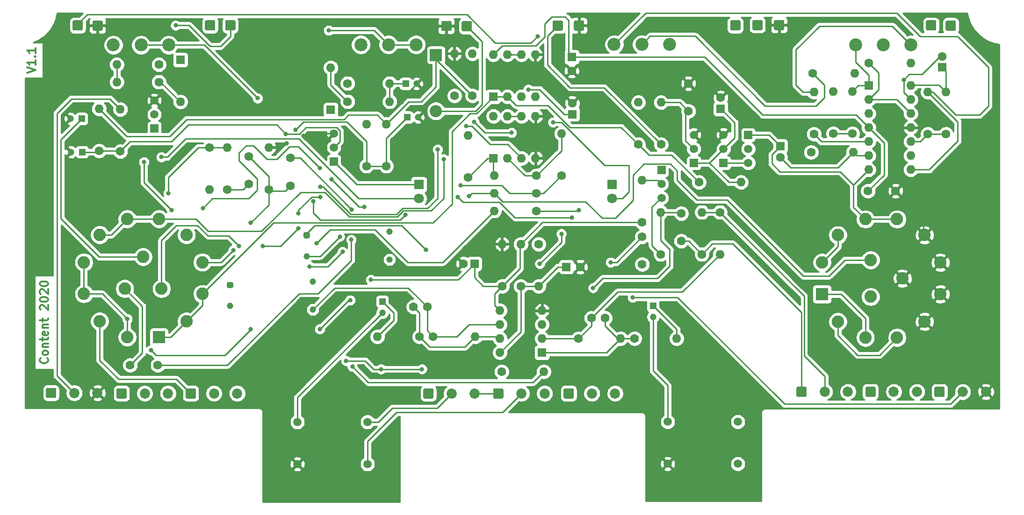
<source format=gbr>
G04 #@! TF.GenerationSoftware,KiCad,Pcbnew,5.1.6*
G04 #@! TF.CreationDate,2020-09-09T18:38:50+01:00*
G04 #@! TF.ProjectId,Tremolo,5472656d-6f6c-46f2-9e6b-696361645f70,V1.1*
G04 #@! TF.SameCoordinates,Original*
G04 #@! TF.FileFunction,Copper,L1,Top*
G04 #@! TF.FilePolarity,Positive*
%FSLAX46Y46*%
G04 Gerber Fmt 4.6, Leading zero omitted, Abs format (unit mm)*
G04 Created by KiCad (PCBNEW 5.1.6) date 2020-09-09 18:38:50*
%MOMM*%
%LPD*%
G01*
G04 APERTURE LIST*
G04 #@! TA.AperFunction,NonConductor*
%ADD10C,0.300000*%
G04 #@! TD*
G04 #@! TA.AperFunction,ComponentPad*
%ADD11C,2.250000*%
G04 #@! TD*
G04 #@! TA.AperFunction,ComponentPad*
%ADD12R,2.250000X2.250000*%
G04 #@! TD*
G04 #@! TA.AperFunction,ComponentPad*
%ADD13C,1.520000*%
G04 #@! TD*
G04 #@! TA.AperFunction,ComponentPad*
%ADD14R,1.500000X1.500000*%
G04 #@! TD*
G04 #@! TA.AperFunction,ComponentPad*
%ADD15C,1.500000*%
G04 #@! TD*
G04 #@! TA.AperFunction,ComponentPad*
%ADD16C,1.800000*%
G04 #@! TD*
G04 #@! TA.AperFunction,ComponentPad*
%ADD17R,1.800000X1.800000*%
G04 #@! TD*
G04 #@! TA.AperFunction,ComponentPad*
%ADD18C,1.600000*%
G04 #@! TD*
G04 #@! TA.AperFunction,ComponentPad*
%ADD19R,1.600000X1.600000*%
G04 #@! TD*
G04 #@! TA.AperFunction,ComponentPad*
%ADD20C,1.200000*%
G04 #@! TD*
G04 #@! TA.AperFunction,ComponentPad*
%ADD21R,1.200000X1.200000*%
G04 #@! TD*
G04 #@! TA.AperFunction,ComponentPad*
%ADD22R,2.200000X2.200000*%
G04 #@! TD*
G04 #@! TA.AperFunction,ComponentPad*
%ADD23O,2.200000X2.200000*%
G04 #@! TD*
G04 #@! TA.AperFunction,ComponentPad*
%ADD24O,1.600000X1.600000*%
G04 #@! TD*
G04 #@! TA.AperFunction,ComponentPad*
%ADD25C,1.850000*%
G04 #@! TD*
G04 #@! TA.AperFunction,ComponentPad*
%ADD26C,2.340000*%
G04 #@! TD*
G04 #@! TA.AperFunction,ComponentPad*
%ADD27C,1.150000*%
G04 #@! TD*
G04 #@! TA.AperFunction,ViaPad*
%ADD28C,0.800000*%
G04 #@! TD*
G04 #@! TA.AperFunction,Conductor*
%ADD29C,0.250000*%
G04 #@! TD*
G04 #@! TA.AperFunction,Conductor*
%ADD30C,0.254000*%
G04 #@! TD*
G04 APERTURE END LIST*
D10*
X51437314Y-104036000D02*
X51508742Y-104107428D01*
X51580171Y-104321714D01*
X51580171Y-104464571D01*
X51508742Y-104678857D01*
X51365885Y-104821714D01*
X51223028Y-104893142D01*
X50937314Y-104964571D01*
X50723028Y-104964571D01*
X50437314Y-104893142D01*
X50294457Y-104821714D01*
X50151600Y-104678857D01*
X50080171Y-104464571D01*
X50080171Y-104321714D01*
X50151600Y-104107428D01*
X50223028Y-104036000D01*
X51580171Y-103178857D02*
X51508742Y-103321714D01*
X51437314Y-103393142D01*
X51294457Y-103464571D01*
X50865885Y-103464571D01*
X50723028Y-103393142D01*
X50651600Y-103321714D01*
X50580171Y-103178857D01*
X50580171Y-102964571D01*
X50651600Y-102821714D01*
X50723028Y-102750285D01*
X50865885Y-102678857D01*
X51294457Y-102678857D01*
X51437314Y-102750285D01*
X51508742Y-102821714D01*
X51580171Y-102964571D01*
X51580171Y-103178857D01*
X50580171Y-102036000D02*
X51580171Y-102036000D01*
X50723028Y-102036000D02*
X50651600Y-101964571D01*
X50580171Y-101821714D01*
X50580171Y-101607428D01*
X50651600Y-101464571D01*
X50794457Y-101393142D01*
X51580171Y-101393142D01*
X50580171Y-100893142D02*
X50580171Y-100321714D01*
X50080171Y-100678857D02*
X51365885Y-100678857D01*
X51508742Y-100607428D01*
X51580171Y-100464571D01*
X51580171Y-100321714D01*
X51508742Y-99250285D02*
X51580171Y-99393142D01*
X51580171Y-99678857D01*
X51508742Y-99821714D01*
X51365885Y-99893142D01*
X50794457Y-99893142D01*
X50651600Y-99821714D01*
X50580171Y-99678857D01*
X50580171Y-99393142D01*
X50651600Y-99250285D01*
X50794457Y-99178857D01*
X50937314Y-99178857D01*
X51080171Y-99893142D01*
X50580171Y-98536000D02*
X51580171Y-98536000D01*
X50723028Y-98536000D02*
X50651600Y-98464571D01*
X50580171Y-98321714D01*
X50580171Y-98107428D01*
X50651600Y-97964571D01*
X50794457Y-97893142D01*
X51580171Y-97893142D01*
X50580171Y-97393142D02*
X50580171Y-96821714D01*
X50080171Y-97178857D02*
X51365885Y-97178857D01*
X51508742Y-97107428D01*
X51580171Y-96964571D01*
X51580171Y-96821714D01*
X50223028Y-95250285D02*
X50151600Y-95178857D01*
X50080171Y-95036000D01*
X50080171Y-94678857D01*
X50151600Y-94536000D01*
X50223028Y-94464571D01*
X50365885Y-94393142D01*
X50508742Y-94393142D01*
X50723028Y-94464571D01*
X51580171Y-95321714D01*
X51580171Y-94393142D01*
X50080171Y-93464571D02*
X50080171Y-93321714D01*
X50151600Y-93178857D01*
X50223028Y-93107428D01*
X50365885Y-93036000D01*
X50651600Y-92964571D01*
X51008742Y-92964571D01*
X51294457Y-93036000D01*
X51437314Y-93107428D01*
X51508742Y-93178857D01*
X51580171Y-93321714D01*
X51580171Y-93464571D01*
X51508742Y-93607428D01*
X51437314Y-93678857D01*
X51294457Y-93750285D01*
X51008742Y-93821714D01*
X50651600Y-93821714D01*
X50365885Y-93750285D01*
X50223028Y-93678857D01*
X50151600Y-93607428D01*
X50080171Y-93464571D01*
X50223028Y-92393142D02*
X50151600Y-92321714D01*
X50080171Y-92178857D01*
X50080171Y-91821714D01*
X50151600Y-91678857D01*
X50223028Y-91607428D01*
X50365885Y-91536000D01*
X50508742Y-91536000D01*
X50723028Y-91607428D01*
X51580171Y-92464571D01*
X51580171Y-91536000D01*
X50080171Y-90607428D02*
X50080171Y-90464571D01*
X50151600Y-90321714D01*
X50223028Y-90250285D01*
X50365885Y-90178857D01*
X50651600Y-90107428D01*
X51008742Y-90107428D01*
X51294457Y-90178857D01*
X51437314Y-90250285D01*
X51508742Y-90321714D01*
X51580171Y-90464571D01*
X51580171Y-90607428D01*
X51508742Y-90750285D01*
X51437314Y-90821714D01*
X51294457Y-90893142D01*
X51008742Y-90964571D01*
X50651600Y-90964571D01*
X50365885Y-90893142D01*
X50223028Y-90821714D01*
X50151600Y-90750285D01*
X50080171Y-90607428D01*
X47794171Y-52272914D02*
X49294171Y-51772914D01*
X47794171Y-51272914D01*
X49294171Y-49987200D02*
X49294171Y-50844342D01*
X49294171Y-50415771D02*
X47794171Y-50415771D01*
X48008457Y-50558628D01*
X48151314Y-50701485D01*
X48222742Y-50844342D01*
X49151314Y-49344342D02*
X49222742Y-49272914D01*
X49294171Y-49344342D01*
X49222742Y-49415771D01*
X49151314Y-49344342D01*
X49294171Y-49344342D01*
X49294171Y-47844342D02*
X49294171Y-48701485D01*
X49294171Y-48272914D02*
X47794171Y-48272914D01*
X48008457Y-48415771D01*
X48151314Y-48558628D01*
X48222742Y-48701485D01*
D11*
X200513000Y-86226400D03*
X206288000Y-89560400D03*
X200513000Y-92894400D03*
X191718000Y-86690400D03*
X194588000Y-81710400D03*
X199568000Y-78840400D03*
X205308000Y-78840400D03*
X210288000Y-81710400D03*
X213158000Y-86690400D03*
X213158000Y-92430400D03*
X210288000Y-97410400D03*
X205308000Y-100280400D03*
X199568000Y-100280400D03*
X194588000Y-97410400D03*
D12*
X191718000Y-92430400D03*
D13*
X109423200Y-115620800D03*
X109423200Y-123240800D03*
X96723200Y-123240800D03*
X96723200Y-115620800D03*
X176479200Y-115570000D03*
X176479200Y-123190000D03*
X163779200Y-123190000D03*
X163779200Y-115570000D03*
D14*
X168503600Y-68630800D03*
D15*
X168503600Y-63550800D03*
X168503600Y-66090800D03*
D14*
X173888400Y-68630800D03*
D15*
X173888400Y-63550800D03*
X173888400Y-66090800D03*
D14*
X178358800Y-63550800D03*
D15*
X178358800Y-68630800D03*
X178358800Y-66090800D03*
D14*
X103327200Y-68376800D03*
D15*
X103327200Y-63296800D03*
X103327200Y-65836800D03*
D14*
X70815200Y-62382400D03*
D15*
X70815200Y-57302400D03*
X70815200Y-59842400D03*
D14*
X162661600Y-69900800D03*
D15*
X162661600Y-74980800D03*
X162661600Y-72440800D03*
D16*
X153720800Y-75082400D03*
D17*
X153720800Y-72542400D03*
D16*
X118719600Y-75082400D03*
D17*
X118719600Y-72542400D03*
D18*
X159156400Y-87020400D03*
X159156400Y-82020400D03*
X146405600Y-51928400D03*
D19*
X146405600Y-49428400D03*
D20*
X118586000Y-60350400D03*
D21*
X116586000Y-60350400D03*
X57759600Y-66649600D03*
D20*
X55759600Y-66649600D03*
D18*
X95453200Y-72745600D03*
X95453200Y-67745600D03*
D19*
X146507200Y-59791600D03*
D18*
X146507200Y-57791600D03*
X166217600Y-82804000D03*
X166217600Y-77804000D03*
X71446400Y-105308400D03*
X66446400Y-105308400D03*
X87934800Y-67462400D03*
X87934800Y-72462400D03*
D21*
X116332000Y-54254400D03*
D20*
X118332000Y-54254400D03*
X55658000Y-60604400D03*
D21*
X57658000Y-60604400D03*
D19*
X145440400Y-87477600D03*
D18*
X147940400Y-87477600D03*
D19*
X128778000Y-86918800D03*
D18*
X126778000Y-86918800D03*
X149950800Y-96774000D03*
X152450800Y-96774000D03*
X117754400Y-94742000D03*
X120254400Y-94742000D03*
X200050400Y-73710800D03*
X205050400Y-73710800D03*
D20*
X161137600Y-96538800D03*
D21*
X161137600Y-94538800D03*
X112115600Y-93776800D03*
D20*
X112115600Y-95776800D03*
D18*
X213512400Y-49308000D03*
D19*
X213512400Y-51308000D03*
X184150000Y-65582800D03*
D18*
X184150000Y-67582800D03*
X173380400Y-56826400D03*
D19*
X173380400Y-58826400D03*
D18*
X167538400Y-54232800D03*
X167538400Y-59232800D03*
D22*
X121818400Y-49072800D03*
D23*
X121818400Y-59232800D03*
D24*
X75539600Y-57556400D03*
D19*
X75539600Y-49936400D03*
X102768400Y-58978800D03*
D24*
X102768400Y-51358800D03*
G04 #@! TA.AperFunction,ComponentPad*
G36*
G01*
X56021800Y-44363001D02*
X56021800Y-43012999D01*
G75*
G02*
X56271799Y-42763000I249999J0D01*
G01*
X57621801Y-42763000D01*
G75*
G02*
X57871800Y-43012999I0J-249999D01*
G01*
X57871800Y-44363001D01*
G75*
G02*
X57621801Y-44613000I-249999J0D01*
G01*
X56271799Y-44613000D01*
G75*
G02*
X56021800Y-44363001I0J249999D01*
G01*
G37*
G04 #@! TD.AperFunction*
G04 #@! TA.AperFunction,ComponentPad*
G36*
G01*
X59628600Y-44413801D02*
X59628600Y-43063799D01*
G75*
G02*
X59878599Y-42813800I249999J0D01*
G01*
X61228601Y-42813800D01*
G75*
G02*
X61478600Y-43063799I0J-249999D01*
G01*
X61478600Y-44413801D01*
G75*
G02*
X61228601Y-44663800I-249999J0D01*
G01*
X59878599Y-44663800D01*
G75*
G02*
X59628600Y-44413801I0J249999D01*
G01*
G37*
G04 #@! TD.AperFunction*
G04 #@! TA.AperFunction,ComponentPad*
G36*
G01*
X126481400Y-44515401D02*
X126481400Y-43165399D01*
G75*
G02*
X126731399Y-42915400I249999J0D01*
G01*
X128081401Y-42915400D01*
G75*
G02*
X128331400Y-43165399I0J-249999D01*
G01*
X128331400Y-44515401D01*
G75*
G02*
X128081401Y-44765400I-249999J0D01*
G01*
X126731399Y-44765400D01*
G75*
G02*
X126481400Y-44515401I0J249999D01*
G01*
G37*
G04 #@! TD.AperFunction*
G04 #@! TA.AperFunction,ComponentPad*
G36*
G01*
X122773000Y-44464601D02*
X122773000Y-43114599D01*
G75*
G02*
X123022999Y-42864600I249999J0D01*
G01*
X124373001Y-42864600D01*
G75*
G02*
X124623000Y-43114599I0J-249999D01*
G01*
X124623000Y-44464601D01*
G75*
G02*
X124373001Y-44714600I-249999J0D01*
G01*
X123022999Y-44714600D01*
G75*
G02*
X122773000Y-44464601I0J249999D01*
G01*
G37*
G04 #@! TD.AperFunction*
G04 #@! TA.AperFunction,ComponentPad*
G36*
G01*
X179110200Y-44312201D02*
X179110200Y-42962199D01*
G75*
G02*
X179360199Y-42712200I249999J0D01*
G01*
X180710201Y-42712200D01*
G75*
G02*
X180960200Y-42962199I0J-249999D01*
G01*
X180960200Y-44312201D01*
G75*
G02*
X180710201Y-44562200I-249999J0D01*
G01*
X179360199Y-44562200D01*
G75*
G02*
X179110200Y-44312201I0J249999D01*
G01*
G37*
G04 #@! TD.AperFunction*
G04 #@! TA.AperFunction,ComponentPad*
G36*
G01*
X183021800Y-44312201D02*
X183021800Y-42962199D01*
G75*
G02*
X183271799Y-42712200I249999J0D01*
G01*
X184621801Y-42712200D01*
G75*
G02*
X184871800Y-42962199I0J-249999D01*
G01*
X184871800Y-44312201D01*
G75*
G02*
X184621801Y-44562200I-249999J0D01*
G01*
X183271799Y-44562200D01*
G75*
G02*
X183021800Y-44312201I0J249999D01*
G01*
G37*
G04 #@! TD.AperFunction*
G04 #@! TA.AperFunction,ComponentPad*
G36*
G01*
X210555400Y-44363001D02*
X210555400Y-43012999D01*
G75*
G02*
X210805399Y-42763000I249999J0D01*
G01*
X212155401Y-42763000D01*
G75*
G02*
X212405400Y-43012999I0J-249999D01*
G01*
X212405400Y-44363001D01*
G75*
G02*
X212155401Y-44613000I-249999J0D01*
G01*
X210805399Y-44613000D01*
G75*
G02*
X210555400Y-44363001I0J249999D01*
G01*
G37*
G04 #@! TD.AperFunction*
G04 #@! TA.AperFunction,ComponentPad*
G36*
G01*
X214111400Y-44413801D02*
X214111400Y-43063799D01*
G75*
G02*
X214361399Y-42813800I249999J0D01*
G01*
X215711401Y-42813800D01*
G75*
G02*
X215961400Y-43063799I0J-249999D01*
G01*
X215961400Y-44413801D01*
G75*
G02*
X215711401Y-44663800I-249999J0D01*
G01*
X214361399Y-44663800D01*
G75*
G02*
X214111400Y-44413801I0J249999D01*
G01*
G37*
G04 #@! TD.AperFunction*
G04 #@! TA.AperFunction,ComponentPad*
G36*
G01*
X175097000Y-44363001D02*
X175097000Y-43012999D01*
G75*
G02*
X175346999Y-42763000I249999J0D01*
G01*
X176697001Y-42763000D01*
G75*
G02*
X176947000Y-43012999I0J-249999D01*
G01*
X176947000Y-44363001D01*
G75*
G02*
X176697001Y-44613000I-249999J0D01*
G01*
X175346999Y-44613000D01*
G75*
G02*
X175097000Y-44363001I0J249999D01*
G01*
G37*
G04 #@! TD.AperFunction*
G04 #@! TA.AperFunction,ComponentPad*
G36*
G01*
X79999400Y-44363001D02*
X79999400Y-43012999D01*
G75*
G02*
X80249399Y-42763000I249999J0D01*
G01*
X81599401Y-42763000D01*
G75*
G02*
X81849400Y-43012999I0J-249999D01*
G01*
X81849400Y-44363001D01*
G75*
G02*
X81599401Y-44613000I-249999J0D01*
G01*
X80249399Y-44613000D01*
G75*
G02*
X79999400Y-44363001I0J249999D01*
G01*
G37*
G04 #@! TD.AperFunction*
G04 #@! TA.AperFunction,ComponentPad*
G36*
G01*
X83657000Y-44363001D02*
X83657000Y-43012999D01*
G75*
G02*
X83906999Y-42763000I249999J0D01*
G01*
X85257001Y-42763000D01*
G75*
G02*
X85507000Y-43012999I0J-249999D01*
G01*
X85507000Y-44363001D01*
G75*
G02*
X85257001Y-44613000I-249999J0D01*
G01*
X83906999Y-44613000D01*
G75*
G02*
X83657000Y-44363001I0J249999D01*
G01*
G37*
G04 #@! TD.AperFunction*
G04 #@! TA.AperFunction,ComponentPad*
G36*
G01*
X142940600Y-44413801D02*
X142940600Y-43063799D01*
G75*
G02*
X143190599Y-42813800I249999J0D01*
G01*
X144540601Y-42813800D01*
G75*
G02*
X144790600Y-43063799I0J-249999D01*
G01*
X144790600Y-44413801D01*
G75*
G02*
X144540601Y-44663800I-249999J0D01*
G01*
X143190599Y-44663800D01*
G75*
G02*
X142940600Y-44413801I0J249999D01*
G01*
G37*
G04 #@! TD.AperFunction*
G04 #@! TA.AperFunction,ComponentPad*
G36*
G01*
X146801400Y-44413801D02*
X146801400Y-43063799D01*
G75*
G02*
X147051399Y-42813800I249999J0D01*
G01*
X148401401Y-42813800D01*
G75*
G02*
X148651400Y-43063799I0J-249999D01*
G01*
X148651400Y-44413801D01*
G75*
G02*
X148401401Y-44663800I-249999J0D01*
G01*
X147051399Y-44663800D01*
G75*
G02*
X146801400Y-44413801I0J249999D01*
G01*
G37*
G04 #@! TD.AperFunction*
G04 #@! TA.AperFunction,ComponentPad*
G36*
G01*
X187085800Y-110809401D02*
X187085800Y-109459399D01*
G75*
G02*
X187335799Y-109209400I249999J0D01*
G01*
X188685801Y-109209400D01*
G75*
G02*
X188935800Y-109459399I0J-249999D01*
G01*
X188935800Y-110809401D01*
G75*
G02*
X188685801Y-111059400I-249999J0D01*
G01*
X187335799Y-111059400D01*
G75*
G02*
X187085800Y-110809401I0J249999D01*
G01*
G37*
G04 #@! TD.AperFunction*
D25*
X192210800Y-110134400D03*
X196410800Y-110134400D03*
X208907600Y-110134400D03*
X204707600Y-110134400D03*
G04 #@! TA.AperFunction,ComponentPad*
G36*
G01*
X199582600Y-110809401D02*
X199582600Y-109459399D01*
G75*
G02*
X199832599Y-109209400I249999J0D01*
G01*
X201182601Y-109209400D01*
G75*
G02*
X201432600Y-109459399I0J-249999D01*
G01*
X201432600Y-110809401D01*
G75*
G02*
X201182601Y-111059400I-249999J0D01*
G01*
X199832599Y-111059400D01*
G75*
G02*
X199582600Y-110809401I0J249999D01*
G01*
G37*
G04 #@! TD.AperFunction*
X221404400Y-110134400D03*
X217204400Y-110134400D03*
G04 #@! TA.AperFunction,ComponentPad*
G36*
G01*
X212079400Y-110809401D02*
X212079400Y-109459399D01*
G75*
G02*
X212329399Y-109209400I249999J0D01*
G01*
X213679401Y-109209400D01*
G75*
G02*
X213929400Y-109459399I0J-249999D01*
G01*
X213929400Y-110809401D01*
G75*
G02*
X213679401Y-111059400I-249999J0D01*
G01*
X212329399Y-111059400D01*
G75*
G02*
X212079400Y-110809401I0J249999D01*
G01*
G37*
G04 #@! TD.AperFunction*
G04 #@! TA.AperFunction,ComponentPad*
G36*
G01*
X119521800Y-111114201D02*
X119521800Y-109764199D01*
G75*
G02*
X119771799Y-109514200I249999J0D01*
G01*
X121121801Y-109514200D01*
G75*
G02*
X121371800Y-109764199I0J-249999D01*
G01*
X121371800Y-111114201D01*
G75*
G02*
X121121801Y-111364200I-249999J0D01*
G01*
X119771799Y-111364200D01*
G75*
G02*
X119521800Y-111114201I0J249999D01*
G01*
G37*
G04 #@! TD.AperFunction*
X124646800Y-110439200D03*
X128846800Y-110439200D03*
G04 #@! TA.AperFunction,ComponentPad*
G36*
G01*
X132171000Y-111114201D02*
X132171000Y-109764199D01*
G75*
G02*
X132420999Y-109514200I249999J0D01*
G01*
X133771001Y-109514200D01*
G75*
G02*
X134021000Y-109764199I0J-249999D01*
G01*
X134021000Y-111114201D01*
G75*
G02*
X133771001Y-111364200I-249999J0D01*
G01*
X132420999Y-111364200D01*
G75*
G02*
X132171000Y-111114201I0J249999D01*
G01*
G37*
G04 #@! TD.AperFunction*
X137296000Y-110439200D03*
X141496000Y-110439200D03*
X154246800Y-110439200D03*
X150046800Y-110439200D03*
G04 #@! TA.AperFunction,ComponentPad*
G36*
G01*
X144921800Y-111114201D02*
X144921800Y-109764199D01*
G75*
G02*
X145171799Y-109514200I249999J0D01*
G01*
X146521801Y-109514200D01*
G75*
G02*
X146771800Y-109764199I0J-249999D01*
G01*
X146771800Y-111114201D01*
G75*
G02*
X146521801Y-111364200I-249999J0D01*
G01*
X145171799Y-111364200D01*
G75*
G02*
X144921800Y-111114201I0J249999D01*
G01*
G37*
G04 #@! TD.AperFunction*
G04 #@! TA.AperFunction,ComponentPad*
G36*
G01*
X51195800Y-111012601D02*
X51195800Y-109662599D01*
G75*
G02*
X51445799Y-109412600I249999J0D01*
G01*
X52795801Y-109412600D01*
G75*
G02*
X53045800Y-109662599I0J-249999D01*
G01*
X53045800Y-111012601D01*
G75*
G02*
X52795801Y-111262600I-249999J0D01*
G01*
X51445799Y-111262600D01*
G75*
G02*
X51195800Y-111012601I0J249999D01*
G01*
G37*
G04 #@! TD.AperFunction*
X56320800Y-110337600D03*
X60520800Y-110337600D03*
G04 #@! TA.AperFunction,ComponentPad*
G36*
G01*
X63963000Y-111114201D02*
X63963000Y-109764199D01*
G75*
G02*
X64212999Y-109514200I249999J0D01*
G01*
X65563001Y-109514200D01*
G75*
G02*
X65813000Y-109764199I0J-249999D01*
G01*
X65813000Y-111114201D01*
G75*
G02*
X65563001Y-111364200I-249999J0D01*
G01*
X64212999Y-111364200D01*
G75*
G02*
X63963000Y-111114201I0J249999D01*
G01*
G37*
G04 #@! TD.AperFunction*
X69088000Y-110439200D03*
X73288000Y-110439200D03*
X85819200Y-110439200D03*
X81619200Y-110439200D03*
G04 #@! TA.AperFunction,ComponentPad*
G36*
G01*
X76494200Y-111114201D02*
X76494200Y-109764199D01*
G75*
G02*
X76744199Y-109514200I249999J0D01*
G01*
X78094201Y-109514200D01*
G75*
G02*
X78344200Y-109764199I0J-249999D01*
G01*
X78344200Y-111114201D01*
G75*
G02*
X78094201Y-111364200I-249999J0D01*
G01*
X76744199Y-111364200D01*
G75*
G02*
X76494200Y-111114201I0J249999D01*
G01*
G37*
G04 #@! TD.AperFunction*
D18*
X112826800Y-69189600D03*
D24*
X112826800Y-61569600D03*
X60807600Y-58826400D03*
D18*
X60807600Y-66446400D03*
D24*
X159105600Y-71780400D03*
D18*
X159105600Y-79400400D03*
X109220000Y-69189600D03*
D24*
X109220000Y-61569600D03*
D18*
X64668400Y-66548000D03*
D24*
X64668400Y-58928000D03*
D18*
X128422400Y-56438800D03*
D24*
X128422400Y-48818800D03*
X125171200Y-48818800D03*
D18*
X125171200Y-56438800D03*
D24*
X162509200Y-77571600D03*
D18*
X162509200Y-85191600D03*
D24*
X141325600Y-106476800D03*
D18*
X133705600Y-106476800D03*
D24*
X91541600Y-65836800D03*
D18*
X91541600Y-73456800D03*
X71628000Y-50800000D03*
D24*
X64008000Y-50800000D03*
D18*
X105816400Y-54203600D03*
D24*
X113436400Y-54203600D03*
X64008000Y-53949600D03*
D18*
X71628000Y-53949600D03*
D24*
X113436400Y-57505600D03*
D18*
X105816400Y-57505600D03*
D24*
X140411200Y-90982800D03*
D18*
X140411200Y-83362800D03*
X144526000Y-70916800D03*
D24*
X144526000Y-63296800D03*
X169976800Y-77571600D03*
D18*
X169976800Y-85191600D03*
X84023200Y-73456800D03*
D24*
X84023200Y-65836800D03*
D18*
X140004800Y-74168000D03*
D24*
X132384800Y-74168000D03*
X137160000Y-83362800D03*
D18*
X137160000Y-90982800D03*
X133807200Y-90982800D03*
D24*
X133807200Y-83362800D03*
D18*
X140004800Y-70916800D03*
D24*
X132384800Y-70916800D03*
X173228000Y-85191600D03*
D18*
X173228000Y-77571600D03*
X80822800Y-65836800D03*
D24*
X80822800Y-73456800D03*
X155244800Y-100482400D03*
D18*
X147624800Y-100482400D03*
D24*
X127660400Y-63652400D03*
D18*
X127660400Y-71272400D03*
X121310400Y-100126800D03*
D24*
X128930400Y-100126800D03*
D18*
X140004800Y-77317600D03*
D24*
X132384800Y-77317600D03*
D18*
X157784800Y-100482400D03*
D24*
X165404800Y-100482400D03*
D18*
X118821200Y-100126800D03*
D24*
X111201200Y-100126800D03*
D18*
X210870800Y-63398400D03*
D24*
X210870800Y-55778400D03*
D18*
X200152000Y-50495200D03*
D24*
X207772000Y-50495200D03*
D18*
X197205600Y-63296800D03*
D24*
X197205600Y-55676800D03*
X197612000Y-52374800D03*
D18*
X189992000Y-52374800D03*
D24*
X190246000Y-55778400D03*
D18*
X190246000Y-63398400D03*
D24*
X214172800Y-55778400D03*
D18*
X214172800Y-63398400D03*
D24*
X193751200Y-55676800D03*
D18*
X193751200Y-63296800D03*
X189738000Y-66700400D03*
D24*
X197358000Y-66700400D03*
X158445200Y-57658000D03*
D18*
X158445200Y-65278000D03*
D24*
X177038000Y-72136000D03*
D18*
X169418000Y-72136000D03*
X162560000Y-65278000D03*
D24*
X162560000Y-57658000D03*
D26*
X108211600Y-47193200D03*
X113211600Y-47193200D03*
X118211600Y-47193200D03*
X73406000Y-47244000D03*
X68406000Y-47244000D03*
X63406000Y-47244000D03*
X154084000Y-47142400D03*
X159084000Y-47142400D03*
X164084000Y-47142400D03*
X207822800Y-47193200D03*
X202822800Y-47193200D03*
X197822800Y-47193200D03*
D19*
X132181600Y-56591200D03*
D24*
X139801600Y-48971200D03*
X134721600Y-56591200D03*
X137261600Y-48971200D03*
X137261600Y-56591200D03*
X134721600Y-48971200D03*
X139801600Y-56591200D03*
X132181600Y-48971200D03*
D19*
X141020800Y-103022400D03*
D24*
X133400800Y-95402400D03*
X141020800Y-100482400D03*
X133400800Y-97942400D03*
X141020800Y-97942400D03*
X133400800Y-100482400D03*
X141020800Y-95402400D03*
X133400800Y-103022400D03*
X132232400Y-60147200D03*
X139852400Y-67767200D03*
X134772400Y-60147200D03*
X137312400Y-67767200D03*
X137312400Y-60147200D03*
X134772400Y-67767200D03*
X139852400Y-60147200D03*
D19*
X132232400Y-67767200D03*
X200152000Y-54610000D03*
D24*
X207772000Y-69850000D03*
X200152000Y-57150000D03*
X207772000Y-67310000D03*
X200152000Y-59690000D03*
X207772000Y-64770000D03*
X200152000Y-62230000D03*
X207772000Y-62230000D03*
X200152000Y-64770000D03*
X207772000Y-59690000D03*
X200152000Y-67310000D03*
X207772000Y-57150000D03*
X200152000Y-69850000D03*
X207772000Y-54610000D03*
D27*
X98399600Y-85537200D03*
X113399600Y-86177200D03*
X113399600Y-81097200D03*
G04 #@! TA.AperFunction,ComponentPad*
G36*
G01*
X97824600Y-82024700D02*
X97824600Y-81449700D01*
G75*
G02*
X98112100Y-81162200I287500J0D01*
G01*
X98687100Y-81162200D01*
G75*
G02*
X98974600Y-81449700I0J-287500D01*
G01*
X98974600Y-82024700D01*
G75*
G02*
X98687100Y-82312200I-287500J0D01*
G01*
X98112100Y-82312200D01*
G75*
G02*
X97824600Y-82024700I0J287500D01*
G01*
G37*
G04 #@! TD.AperFunction*
G04 #@! TA.AperFunction,ComponentPad*
G36*
G01*
X83956200Y-91067100D02*
X83956200Y-90492100D01*
G75*
G02*
X84243700Y-90204600I287500J0D01*
G01*
X84818700Y-90204600D01*
G75*
G02*
X85106200Y-90492100I0J-287500D01*
G01*
X85106200Y-91067100D01*
G75*
G02*
X84818700Y-91354600I-287500J0D01*
G01*
X84243700Y-91354600D01*
G75*
G02*
X83956200Y-91067100I0J287500D01*
G01*
G37*
G04 #@! TD.AperFunction*
X99531200Y-90139600D03*
X99531200Y-95219600D03*
X84531200Y-94579600D03*
D12*
X71653200Y-100229600D03*
D11*
X76633200Y-97359600D03*
X79503200Y-92379600D03*
X79503200Y-86639600D03*
X76633200Y-81659600D03*
X71653200Y-78789600D03*
X65913200Y-78789600D03*
X60933200Y-81659600D03*
X58063200Y-86639600D03*
X58063200Y-92379600D03*
X60933200Y-97359600D03*
X65913200Y-100229600D03*
X72117200Y-91434600D03*
X68783200Y-85659600D03*
X65449200Y-91434600D03*
D28*
X140208000Y-45669200D03*
X153466800Y-86664800D03*
X149860000Y-47498000D03*
X143205200Y-47548800D03*
X178917600Y-51308000D03*
X115570000Y-57607200D03*
X97790000Y-63754000D03*
X94737347Y-65120947D03*
X96418400Y-62585600D03*
X94640400Y-63347600D03*
X106680000Y-105562400D03*
X88290400Y-79502000D03*
X106578400Y-77063600D03*
X150266400Y-91287600D03*
X106476800Y-82550000D03*
X138531600Y-55321200D03*
X126238000Y-72694800D03*
X65913200Y-96900800D03*
X100787200Y-98755200D03*
X106273600Y-93522800D03*
X110032800Y-89814400D03*
X70205600Y-102565200D03*
X88239600Y-98755200D03*
X135483600Y-63144400D03*
X128727200Y-61163200D03*
X99618800Y-75539600D03*
X116281200Y-78028800D03*
X206502000Y-53543200D03*
X119278400Y-106019600D03*
X111861600Y-106019600D03*
X105511600Y-104495600D03*
X74676000Y-43688000D03*
X157429200Y-93014800D03*
X146405600Y-78536800D03*
X125780800Y-74828400D03*
X73355200Y-74130012D03*
X72085200Y-67564000D03*
X143002000Y-61264800D03*
X79603600Y-76809600D03*
X100787200Y-69545200D03*
X144526000Y-81483200D03*
X140614400Y-86918800D03*
X120040400Y-84378800D03*
X73914000Y-77165200D03*
X68935600Y-68478400D03*
X104394000Y-81991200D03*
X85140800Y-84429600D03*
X98958400Y-87426800D03*
X104902000Y-84734400D03*
X127812800Y-74625200D03*
X123190000Y-67919600D03*
X147726400Y-77165200D03*
X100177600Y-83210400D03*
X108864400Y-76555600D03*
X102920800Y-71577200D03*
X102412800Y-44602400D03*
X89509600Y-56896000D03*
X127304800Y-61925200D03*
X122123200Y-66192400D03*
X90474800Y-83718400D03*
X96926400Y-77774800D03*
X96926400Y-80467200D03*
X86156800Y-83718400D03*
X100838000Y-74777600D03*
X100838000Y-72948800D03*
D29*
X162001200Y-71780400D02*
X162661600Y-72440800D01*
X159105600Y-71780400D02*
X162001200Y-71780400D01*
X56946800Y-43688000D02*
X56946800Y-43434000D01*
X56946800Y-43434000D02*
X58674000Y-41706800D01*
X127435990Y-41706800D02*
X132566790Y-46837600D01*
X58674000Y-41706800D02*
X127435990Y-41706800D01*
X138989278Y-46887922D02*
X140208000Y-45669200D01*
X132566790Y-46837600D02*
X132617112Y-46887922D01*
X132617112Y-46887922D02*
X138989278Y-46887922D01*
X154512000Y-86664800D02*
X159156400Y-82020400D01*
X153466800Y-86664800D02*
X154512000Y-86664800D01*
X205050400Y-73710800D02*
X210130400Y-78790800D01*
X210130400Y-81552800D02*
X210288000Y-81710400D01*
X210130400Y-78790800D02*
X210130400Y-81552800D01*
X147726400Y-43738800D02*
X147726400Y-45364400D01*
X147726400Y-45364400D02*
X149860000Y-47498000D01*
X183946800Y-43637200D02*
X183946800Y-46278800D01*
X183946800Y-46278800D02*
X178917600Y-51308000D01*
X118332000Y-54254400D02*
X115570000Y-57016400D01*
X115570000Y-57016400D02*
X115570000Y-57607200D01*
X103327200Y-63296800D02*
X98247200Y-63296800D01*
X98247200Y-63296800D02*
X97790000Y-63754000D01*
X200152000Y-62230000D02*
X197866000Y-59944000D01*
X197866000Y-59944000D02*
X181000400Y-59944000D01*
X181000400Y-59944000D02*
X170484800Y-49428400D01*
X170484800Y-49428400D02*
X146405600Y-49428400D01*
X121818400Y-49834800D02*
X128422400Y-56438800D01*
X121818400Y-49072800D02*
X121818400Y-49834800D01*
X112826800Y-61569600D02*
X116890800Y-57505600D01*
X116890800Y-57505600D02*
X119126000Y-57505600D01*
X121818400Y-54813200D02*
X121818400Y-49072800D01*
X119126000Y-57505600D02*
X121818400Y-54813200D01*
X111201200Y-59944000D02*
X112826800Y-61569600D01*
X105968800Y-59944000D02*
X111201200Y-59944000D01*
X65786000Y-63804800D02*
X73609200Y-63804800D01*
X60807600Y-58826400D02*
X65786000Y-63804800D01*
X73609200Y-63804800D02*
X76665401Y-60748599D01*
X105164201Y-60748599D02*
X105968800Y-59944000D01*
X76665401Y-60748599D02*
X105164201Y-60748599D01*
X200050400Y-73710800D02*
X202946000Y-70815200D01*
X202946000Y-65024000D02*
X200152000Y-62230000D01*
X202946000Y-70815200D02*
X202946000Y-65024000D01*
X145796000Y-48818800D02*
X146405600Y-49428400D01*
X145846800Y-48869600D02*
X146405600Y-49428400D01*
X145846800Y-42773600D02*
X145846800Y-48869600D01*
X145237200Y-42164000D02*
X145846800Y-42773600D01*
X142748000Y-42164000D02*
X145237200Y-42164000D01*
X132181600Y-48971200D02*
X133807200Y-47345600D01*
X133807200Y-47345600D02*
X139903200Y-47345600D01*
X141504721Y-45744079D02*
X141504721Y-43407279D01*
X139903200Y-47345600D02*
X141504721Y-45744079D01*
X141504721Y-43407279D02*
X142748000Y-42164000D01*
X109220000Y-69189600D02*
X112826800Y-69189600D01*
X112826800Y-64109600D02*
X116586000Y-60350400D01*
X112826800Y-69189600D02*
X112826800Y-64109600D01*
X96418400Y-62585600D02*
X97790000Y-61214000D01*
X97790000Y-61214000D02*
X105714800Y-61214000D01*
X109220000Y-64719200D02*
X109220000Y-69189600D01*
X105714800Y-61214000D02*
X109220000Y-64719200D01*
X60604400Y-66649600D02*
X60807600Y-66446400D01*
X57759600Y-66649600D02*
X60604400Y-66649600D01*
X64566800Y-66446400D02*
X64668400Y-66548000D01*
X60807600Y-66446400D02*
X64566800Y-66446400D01*
X64668400Y-66548000D02*
X66446400Y-64770000D01*
X66446400Y-64770000D02*
X73964800Y-64770000D01*
X73964800Y-64770000D02*
X77012800Y-61722000D01*
X77012800Y-61722000D02*
X93014800Y-61722000D01*
X93014800Y-61722000D02*
X94640400Y-63347600D01*
X98249199Y-62221799D02*
X97123398Y-63347600D01*
X103843201Y-62221799D02*
X98249199Y-62221799D01*
X104402201Y-62780799D02*
X103843201Y-62221799D01*
X97123398Y-63347600D02*
X94640400Y-63347600D01*
X104402201Y-64761799D02*
X104402201Y-62780799D01*
X103327200Y-65836800D02*
X104402201Y-64761799D01*
X91541600Y-71069200D02*
X87934800Y-67462400D01*
X91541600Y-73456800D02*
X91541600Y-71069200D01*
X95453200Y-72745600D02*
X94488000Y-73710800D01*
X91795600Y-73710800D02*
X91541600Y-73456800D01*
X94488000Y-73710800D02*
X91795600Y-73710800D01*
X141325600Y-106476800D02*
X139395200Y-108407200D01*
X139395200Y-108407200D02*
X123444000Y-108407200D01*
X123444000Y-108407200D02*
X109524800Y-108407200D01*
X109524800Y-108407200D02*
X106680000Y-105562400D01*
X91541600Y-76250800D02*
X91541600Y-73456800D01*
X88290400Y-79502000D02*
X91541600Y-76250800D01*
X165985200Y-77571600D02*
X166217600Y-77804000D01*
X162509200Y-77571600D02*
X165985200Y-77571600D01*
X97260400Y-67745600D02*
X95453200Y-67745600D01*
X106578400Y-77063600D02*
X97260400Y-67745600D01*
X150266400Y-91287600D02*
X151993600Y-89560400D01*
X162509200Y-82702400D02*
X162509200Y-77571600D01*
X164134800Y-87376000D02*
X161950400Y-89560400D01*
X151993600Y-89560400D02*
X161950400Y-89560400D01*
X164134800Y-87376000D02*
X164134800Y-84429600D01*
X164134800Y-84429600D02*
X164185600Y-84378800D01*
X164185600Y-84378800D02*
X162509200Y-82702400D01*
X71446400Y-105308400D02*
X84023200Y-105308400D01*
X84023200Y-105308400D02*
X97028000Y-92303600D01*
X97028000Y-92303600D02*
X100482400Y-92303600D01*
X100482400Y-92303600D02*
X106476800Y-86309200D01*
X106476800Y-86309200D02*
X106476800Y-82550000D01*
X146507200Y-59791600D02*
X145084800Y-59791600D01*
X140614400Y-55321200D02*
X138531600Y-55321200D01*
X145084800Y-59791600D02*
X140614400Y-55321200D01*
X167589200Y-82804000D02*
X169976800Y-85191600D01*
X166217600Y-82804000D02*
X167589200Y-82804000D01*
X188010800Y-110134400D02*
X188010800Y-95758000D01*
X188010800Y-95758000D02*
X175564800Y-83312000D01*
X171856400Y-83312000D02*
X169976800Y-85191600D01*
X175564800Y-83312000D02*
X171856400Y-83312000D01*
X141274800Y-74168000D02*
X144526000Y-70916800D01*
X140004800Y-74168000D02*
X141274800Y-74168000D01*
X113436400Y-57505600D02*
X113436400Y-54203600D01*
X116281200Y-54203600D02*
X116332000Y-54254400D01*
X113436400Y-54203600D02*
X116281200Y-54203600D01*
X140004800Y-74168000D02*
X135178800Y-74168000D01*
X135178800Y-74168000D02*
X133705600Y-72694800D01*
X133705600Y-72694800D02*
X126238000Y-72694800D01*
X140411200Y-90982800D02*
X137160000Y-90982800D01*
X137160000Y-99263200D02*
X133400800Y-103022400D01*
X137160000Y-90982800D02*
X137160000Y-99263200D01*
X143916400Y-87477600D02*
X140411200Y-90982800D01*
X145440400Y-87477600D02*
X143916400Y-87477600D01*
X133400800Y-95402400D02*
X132435600Y-94437200D01*
X133807200Y-90982800D02*
X132435600Y-92354400D01*
X132435600Y-92354400D02*
X132435600Y-94437200D01*
X133807200Y-90982800D02*
X137007600Y-87782400D01*
X137007600Y-83515200D02*
X137160000Y-83362800D01*
X137007600Y-87782400D02*
X137007600Y-83515200D01*
X137160000Y-83362800D02*
X141122400Y-79400400D01*
X141122400Y-79400400D02*
X159105600Y-79400400D01*
X58063200Y-92379600D02*
X61392000Y-92379600D01*
X65913200Y-96900800D02*
X65913200Y-96900800D01*
X61392000Y-92379600D02*
X65913200Y-96900800D01*
X58063200Y-86639600D02*
X58063200Y-92379600D01*
X133807200Y-90982800D02*
X130352800Y-90982800D01*
X128778000Y-89408000D02*
X128778000Y-86918800D01*
X130352800Y-90982800D02*
X128778000Y-89408000D01*
X65913200Y-96900800D02*
X65913200Y-100229600D01*
X100787200Y-98755200D02*
X106019600Y-93522800D01*
X106019600Y-93522800D02*
X106273600Y-93522800D01*
X125882400Y-89814400D02*
X128778000Y-86918800D01*
X110032800Y-89814400D02*
X125882400Y-89814400D01*
X88239600Y-98856800D02*
X88239600Y-98755200D01*
X83616800Y-103479600D02*
X88239600Y-98856800D01*
X71120000Y-103479600D02*
X83616800Y-103479600D01*
X70205600Y-102565200D02*
X71120000Y-103479600D01*
X152450800Y-96774000D02*
X152450800Y-98196400D01*
X154736800Y-100482400D02*
X155244800Y-100482400D01*
X152450800Y-98196400D02*
X154736800Y-100482400D01*
X155244800Y-100482400D02*
X157784800Y-100482400D01*
X152704800Y-103022400D02*
X155244800Y-100482400D01*
X141020800Y-103022400D02*
X152704800Y-103022400D01*
X135483600Y-63144400D02*
X130708400Y-63144400D01*
X130708400Y-63144400D02*
X128727200Y-61163200D01*
X118821200Y-95808800D02*
X117754400Y-94742000D01*
X118821200Y-100126800D02*
X118821200Y-95808800D01*
X118821200Y-100126800D02*
X120700800Y-102006400D01*
X127050800Y-102006400D02*
X128930400Y-100126800D01*
X120700800Y-102006400D02*
X127050800Y-102006400D01*
X133045200Y-100126800D02*
X133400800Y-100482400D01*
X128930400Y-100126800D02*
X133045200Y-100126800D01*
X116281200Y-78028800D02*
X115366800Y-78943200D01*
X115366800Y-78943200D02*
X100838000Y-78943200D01*
X99618800Y-77724000D02*
X99618800Y-75539600D01*
X100838000Y-78943200D02*
X99618800Y-77724000D01*
X163779200Y-115570000D02*
X163779200Y-108966000D01*
X161137600Y-106324400D02*
X161137600Y-96538800D01*
X163779200Y-108966000D02*
X161137600Y-106324400D01*
X165404800Y-98806000D02*
X165404800Y-100482400D01*
X161137600Y-94538800D02*
X165404800Y-98806000D01*
X111201200Y-100126800D02*
X114147600Y-97180400D01*
X114147600Y-95808800D02*
X112115600Y-93776800D01*
X114147600Y-97180400D02*
X114147600Y-95808800D01*
X96723200Y-111169200D02*
X112115600Y-95776800D01*
X96723200Y-115620800D02*
X96723200Y-111169200D01*
X213074000Y-49308000D02*
X213512400Y-49308000D01*
X209804000Y-52578000D02*
X213074000Y-49308000D01*
X207467200Y-52578000D02*
X209804000Y-52578000D01*
X206502000Y-53543200D02*
X206502000Y-53543200D01*
X206502000Y-55880000D02*
X206502000Y-53543200D01*
X207772000Y-57150000D02*
X206502000Y-55880000D01*
X206502000Y-53543200D02*
X207467200Y-52578000D01*
X197967600Y-67310000D02*
X197358000Y-66700400D01*
X200152000Y-67310000D02*
X197967600Y-67310000D01*
X197358000Y-66700400D02*
X194614800Y-69443600D01*
X186010800Y-69443600D02*
X184150000Y-67582800D01*
X194614800Y-69443600D02*
X186010800Y-69443600D01*
X171348400Y-68630800D02*
X173888400Y-66090800D01*
X168503600Y-68630800D02*
X171348400Y-68630800D01*
X174853600Y-72136000D02*
X177038000Y-72136000D01*
X171348400Y-68630800D02*
X174853600Y-72136000D01*
X173380400Y-58826400D02*
X173431200Y-58826400D01*
X173431200Y-58826400D02*
X175920400Y-61315600D01*
X175920400Y-64058800D02*
X173888400Y-66090800D01*
X175920400Y-61315600D02*
X175920400Y-64058800D01*
X168503600Y-66090800D02*
X167030400Y-64617600D01*
X167030400Y-59740800D02*
X167538400Y-59232800D01*
X167030400Y-64617600D02*
X167030400Y-59740800D01*
X165963600Y-57658000D02*
X167538400Y-59232800D01*
X162560000Y-57658000D02*
X165963600Y-57658000D01*
X121818400Y-59232800D02*
X128981200Y-59232800D01*
X128981200Y-59232800D02*
X130149600Y-58064400D01*
X130149600Y-46583600D02*
X127406400Y-43840400D01*
X130149600Y-58064400D02*
X130149600Y-46583600D01*
X71932800Y-53949600D02*
X71628000Y-53949600D01*
X75539600Y-57556400D02*
X71932800Y-53949600D01*
X102768400Y-54457600D02*
X102768400Y-51358800D01*
X105816400Y-57505600D02*
X102768400Y-54457600D01*
X133096000Y-110439200D02*
X128846800Y-110439200D01*
X119278400Y-106019600D02*
X111861600Y-106019600D01*
X111861600Y-106019600D02*
X111861600Y-106019600D01*
X111861600Y-106019600D02*
X110490000Y-106019600D01*
X108966000Y-104495600D02*
X105511600Y-104495600D01*
X110490000Y-106019600D02*
X108966000Y-104495600D01*
X74676000Y-43688000D02*
X77114400Y-43688000D01*
X77114400Y-43688000D02*
X80873600Y-47447200D01*
X80873600Y-47447200D02*
X82804000Y-47447200D01*
X84582000Y-45669200D02*
X84582000Y-43688000D01*
X82804000Y-47447200D02*
X84582000Y-45669200D01*
X162560000Y-65278000D02*
X152247600Y-54965600D01*
X152247600Y-54965600D02*
X146100800Y-54965600D01*
X142001510Y-45602890D02*
X143865600Y-43738800D01*
X142001510Y-50866310D02*
X142001510Y-45602890D01*
X146100800Y-54965600D02*
X142001510Y-50866310D01*
X169976800Y-77571600D02*
X173228000Y-77571600D01*
X192210800Y-110134400D02*
X192210800Y-107324000D01*
X188460810Y-103574010D02*
X188460810Y-92804410D01*
X188460810Y-92804410D02*
X173228000Y-77571600D01*
X192210800Y-107324000D02*
X188460810Y-103574010D01*
X217204400Y-110134400D02*
X214985600Y-112353200D01*
X214985600Y-112353200D02*
X184928400Y-112353200D01*
X184928400Y-112353200D02*
X165590000Y-93014800D01*
X165590000Y-93014800D02*
X157429200Y-93014800D01*
X136117190Y-78536800D02*
X133323190Y-75742800D01*
X146405600Y-78536800D02*
X136117190Y-78536800D01*
X133323190Y-75742800D02*
X126695200Y-75742800D01*
X126695200Y-75742800D02*
X125780800Y-74828400D01*
X109423200Y-115620800D02*
X111353600Y-115620800D01*
X111353600Y-115620800D02*
X113893600Y-113080800D01*
X122005200Y-113080800D02*
X124646800Y-110439200D01*
X113893600Y-113080800D02*
X122005200Y-113080800D01*
X109423200Y-123240800D02*
X109423200Y-119126000D01*
X109423200Y-119126000D02*
X114706400Y-113842800D01*
X133892400Y-113842800D02*
X137296000Y-110439200D01*
X114706400Y-113842800D02*
X133892400Y-113842800D01*
X62738000Y-56997600D02*
X64668400Y-58928000D01*
X55829200Y-56997600D02*
X62738000Y-56997600D01*
X56320800Y-110337600D02*
X53187600Y-107204400D01*
X53187600Y-59639200D02*
X55829200Y-56997600D01*
X53187600Y-107204400D02*
X53187600Y-59639200D01*
X80822800Y-65836800D02*
X84023200Y-65836800D01*
X73355200Y-74130012D02*
X73355200Y-71221600D01*
X78740000Y-65836800D02*
X80822800Y-65836800D01*
X73355200Y-71221600D02*
X78740000Y-65836800D01*
X162509200Y-85191600D02*
X160934400Y-83616800D01*
X160934400Y-83616800D02*
X160934400Y-76606400D01*
X162560000Y-74980800D02*
X162661600Y-74980800D01*
X160934400Y-76606400D02*
X162560000Y-74980800D01*
X178358800Y-68630800D02*
X173888400Y-68630800D01*
X76461191Y-64254809D02*
X97014607Y-64254809D01*
X73152000Y-67564000D02*
X76461191Y-64254809D01*
X72085200Y-67564000D02*
X73152000Y-67564000D01*
X118719600Y-75082400D02*
X107842198Y-75082400D01*
X97014607Y-64254809D02*
X107842198Y-75082400D01*
X144549990Y-61264800D02*
X143002000Y-61264800D01*
X155549600Y-75082400D02*
X156768800Y-73863200D01*
X153720800Y-75082400D02*
X155549600Y-75082400D01*
X156768800Y-73863200D02*
X156768800Y-69088000D01*
X156768800Y-69088000D02*
X152373190Y-69088000D01*
X152373190Y-69088000D02*
X144549990Y-61264800D01*
X137922000Y-70916800D02*
X140004800Y-70916800D01*
X134772400Y-67767200D02*
X137922000Y-70916800D01*
X144526000Y-66395600D02*
X144526000Y-63296800D01*
X140004800Y-70916800D02*
X144526000Y-66395600D01*
X131165600Y-67767200D02*
X132232400Y-67767200D01*
X127660400Y-71272400D02*
X131165600Y-67767200D01*
X132232400Y-70764400D02*
X132384800Y-70916800D01*
X132232400Y-67767200D02*
X132232400Y-70764400D01*
X214172800Y-63398400D02*
X210870800Y-63398400D01*
X209499200Y-64770000D02*
X210870800Y-63398400D01*
X207772000Y-64770000D02*
X209499200Y-64770000D01*
X205232000Y-57150000D02*
X207772000Y-59690000D01*
X200152000Y-57150000D02*
X205232000Y-57150000D01*
X191617600Y-64770000D02*
X190246000Y-63398400D01*
X200152000Y-64770000D02*
X191617600Y-64770000D01*
X169418000Y-72136000D02*
X164490400Y-67208400D01*
X160375600Y-67208400D02*
X158445200Y-65278000D01*
X164490400Y-67208400D02*
X160375600Y-67208400D01*
X155338999Y-62171799D02*
X146093399Y-62171799D01*
X158445200Y-65278000D02*
X155338999Y-62171799D01*
X146093399Y-62171799D02*
X142138400Y-58216800D01*
X136347200Y-58216800D02*
X134721600Y-56591200D01*
X142138400Y-58216800D02*
X136347200Y-58216800D01*
X132181600Y-56591200D02*
X134721600Y-56591200D01*
X73763200Y-100229600D02*
X76633200Y-97359600D01*
X71653200Y-100229600D02*
X73763200Y-100229600D01*
X79503200Y-94489600D02*
X76633200Y-97359600D01*
X79503200Y-92379600D02*
X79503200Y-94489600D01*
X132181600Y-56668810D02*
X132181600Y-56591200D01*
X129167601Y-59682809D02*
X132181600Y-56668810D01*
X127972390Y-59682810D02*
X129167601Y-59682809D01*
X92380800Y-79502000D02*
X121310400Y-79502000D01*
X79503200Y-92379600D02*
X92380800Y-79502000D01*
X124714000Y-76098400D02*
X124714000Y-62941200D01*
X124714000Y-62941200D02*
X127972390Y-59682810D01*
X121310400Y-79502000D02*
X124714000Y-76098400D01*
X200152000Y-57150000D02*
X201980800Y-55321200D01*
X201980800Y-52324000D02*
X200152000Y-50495200D01*
X201980800Y-55321200D02*
X201980800Y-52324000D01*
X193751200Y-63296800D02*
X197205600Y-63296800D01*
X168786599Y-45647399D02*
X160579001Y-45647399D01*
X160579001Y-45647399D02*
X159084000Y-47142400D01*
X192125600Y-54508400D02*
X192125600Y-56743600D01*
X189992000Y-52374800D02*
X192125600Y-54508400D01*
X181406800Y-58267600D02*
X168786599Y-45647399D01*
X192125600Y-56743600D02*
X190601600Y-58267600D01*
X190601600Y-58267600D02*
X181406800Y-58267600D01*
X188264800Y-55778400D02*
X186994800Y-54508400D01*
X190246000Y-55778400D02*
X188264800Y-55778400D01*
X186994800Y-48056800D02*
X191262000Y-43789600D01*
X186994800Y-54508400D02*
X186994800Y-48056800D01*
X204419200Y-43789600D02*
X207822800Y-47193200D01*
X191262000Y-43789600D02*
X204419200Y-43789600D01*
X134721600Y-48971200D02*
X137261600Y-48971200D01*
X134772400Y-60147200D02*
X137312400Y-60147200D01*
X68630800Y-94616200D02*
X65449200Y-91434600D01*
X66446400Y-105308400D02*
X68630800Y-103124000D01*
X68630800Y-103124000D02*
X68630800Y-94616200D01*
X86940400Y-73456800D02*
X87934800Y-72462400D01*
X84023200Y-73456800D02*
X86940400Y-73456800D01*
X60933200Y-97359600D02*
X60933200Y-104418000D01*
X60933200Y-104418000D02*
X64363600Y-107848400D01*
X74828400Y-107848400D02*
X77419200Y-110439200D01*
X64363600Y-107848400D02*
X74828400Y-107848400D01*
X64008000Y-53949600D02*
X64008000Y-50800000D01*
X68783200Y-85659600D02*
X60811210Y-85659600D01*
X60811210Y-85659600D02*
X53848000Y-78696390D01*
X53848000Y-64414400D02*
X57658000Y-60604400D01*
X53848000Y-78696390D02*
X53848000Y-64414400D01*
X149950800Y-98156400D02*
X147624800Y-100482400D01*
X149950800Y-96774000D02*
X149950800Y-98156400D01*
X141020800Y-100482400D02*
X147624800Y-100482400D01*
X149950800Y-96774000D02*
X154726000Y-91998800D01*
X166420800Y-91998800D02*
X173228000Y-85191600D01*
X154726000Y-91998800D02*
X166420800Y-91998800D01*
X120254400Y-99070800D02*
X121310400Y-100126800D01*
X120254400Y-94742000D02*
X120254400Y-99070800D01*
X121310400Y-100126800D02*
X125628400Y-100126800D01*
X127812800Y-97942400D02*
X133400800Y-97942400D01*
X125628400Y-100126800D02*
X127812800Y-97942400D01*
X120254400Y-94742000D02*
X116800000Y-91287600D01*
X103463200Y-91287600D02*
X99531200Y-95219600D01*
X116800000Y-91287600D02*
X103463200Y-91287600D01*
X214172800Y-51968400D02*
X213512400Y-51308000D01*
X214172800Y-55778400D02*
X214172800Y-51968400D01*
X207924400Y-54457600D02*
X207772000Y-54610000D01*
X214172800Y-55778400D02*
X212852000Y-54457600D01*
X212852000Y-54457600D02*
X207924400Y-54457600D01*
X199568000Y-100280400D02*
X199568000Y-96799600D01*
X195198800Y-92430400D02*
X191718000Y-92430400D01*
X199568000Y-96799600D02*
X195198800Y-92430400D01*
X199568000Y-78840400D02*
X205308000Y-78840400D01*
X199568000Y-78840400D02*
X197408800Y-76681200D01*
X197408800Y-72593200D02*
X200152000Y-69850000D01*
X197408800Y-76681200D02*
X197408800Y-72593200D01*
X197408800Y-72593200D02*
X195021200Y-70205600D01*
X195021200Y-70205600D02*
X184099200Y-70205600D01*
X184099200Y-70205600D02*
X182626000Y-68732400D01*
X182626000Y-67106800D02*
X184150000Y-65582800D01*
X182626000Y-68732400D02*
X182626000Y-67106800D01*
X182118000Y-63550800D02*
X184150000Y-65582800D01*
X178358800Y-63550800D02*
X182118000Y-63550800D01*
X107467400Y-72517000D02*
X103327200Y-68376800D01*
X118719600Y-72542400D02*
X107492800Y-72542400D01*
X79603600Y-76809600D02*
X81330800Y-75082400D01*
X81330800Y-75082400D02*
X87884000Y-75082400D01*
X87884000Y-75082400D02*
X89408000Y-73558400D01*
X89408000Y-73558400D02*
X89408000Y-72270598D01*
X89408000Y-72270598D02*
X89408000Y-71475600D01*
X89408000Y-71475600D02*
X86156800Y-68224400D01*
X86156800Y-68224400D02*
X86156800Y-67575398D01*
X86156800Y-67575398D02*
X86156800Y-66802000D01*
X86156800Y-66802000D02*
X87477600Y-65481200D01*
X87477600Y-65481200D02*
X88798400Y-65481200D01*
X88798400Y-65481200D02*
X91236800Y-67919600D01*
X91236800Y-67919600D02*
X92964000Y-67919600D01*
X92964000Y-67919600D02*
X95250000Y-65633600D01*
X95250000Y-65633600D02*
X96875600Y-65633600D01*
X96875600Y-65633600D02*
X100787200Y-69545200D01*
X144526000Y-81483200D02*
X144526000Y-83007200D01*
X144526000Y-83007200D02*
X140614400Y-86918800D01*
X120040400Y-84378800D02*
X115613610Y-79952010D01*
X115613610Y-79952010D02*
X99829190Y-79952010D01*
X98399600Y-81381600D02*
X98399600Y-81737200D01*
X99829190Y-79952010D02*
X98399600Y-81381600D01*
X73914000Y-77165200D02*
X68935600Y-72186800D01*
X68935600Y-72186800D02*
X68935600Y-68478400D01*
X98399600Y-85537200D02*
X100848000Y-85537200D01*
X100848000Y-85537200D02*
X104394000Y-81991200D01*
X194588000Y-83820400D02*
X191718000Y-86690400D01*
X194588000Y-81710400D02*
X194588000Y-83820400D01*
X197822800Y-47193200D02*
X197822800Y-50350400D01*
X200152000Y-52679600D02*
X200152000Y-54610000D01*
X197822800Y-50350400D02*
X200152000Y-52679600D01*
X198272400Y-54610000D02*
X197205600Y-55676800D01*
X200152000Y-54610000D02*
X198272400Y-54610000D01*
X200513000Y-86226400D02*
X195866000Y-86226400D01*
X195866000Y-86226400D02*
X192989200Y-89103200D01*
X192989200Y-89103200D02*
X188315600Y-89103200D01*
X188315600Y-89103200D02*
X174548800Y-75336400D01*
X174548800Y-75336400D02*
X169062400Y-75336400D01*
X169062400Y-75336400D02*
X165506400Y-71780400D01*
X165506400Y-71780400D02*
X165506400Y-70053200D01*
X164278999Y-68825799D02*
X159469401Y-68825799D01*
X165506400Y-70053200D02*
X164278999Y-68825799D01*
X159469401Y-68825799D02*
X157480000Y-70815200D01*
X157480000Y-70815200D02*
X157480000Y-75438000D01*
X157480000Y-75438000D02*
X154279600Y-78638400D01*
X154279600Y-78638400D02*
X151892000Y-78638400D01*
X151892000Y-78638400D02*
X148894800Y-75641200D01*
X133858000Y-75641200D02*
X132384800Y-74168000D01*
X148894800Y-75641200D02*
X133858000Y-75641200D01*
X79503200Y-86639600D02*
X82930800Y-86639600D01*
X82930800Y-86639600D02*
X85140800Y-84429600D01*
X98958400Y-87426800D02*
X102209600Y-87426800D01*
X102209600Y-87426800D02*
X104902000Y-84734400D01*
X128270000Y-74168000D02*
X132384800Y-74168000D01*
X127812800Y-74625200D02*
X128270000Y-74168000D01*
X63043200Y-81659600D02*
X65913200Y-78789600D01*
X60933200Y-81659600D02*
X63043200Y-81659600D01*
X65913200Y-78789600D02*
X71653200Y-78789600D01*
X90245995Y-81000395D02*
X80543195Y-81000395D01*
X101701600Y-73964800D02*
X97281590Y-73964800D01*
X80543195Y-81000395D02*
X78332400Y-78789600D01*
X114852598Y-78384400D02*
X106121200Y-78384400D01*
X97281590Y-73964800D02*
X90245995Y-81000395D01*
X115933199Y-77303799D02*
X114852598Y-78384400D01*
X106121200Y-78384400D02*
X101701600Y-73964800D01*
X120917801Y-77303799D02*
X115933199Y-77303799D01*
X78332400Y-78789600D02*
X71653200Y-78789600D01*
X123190000Y-75031600D02*
X120917801Y-77303799D01*
X123190000Y-67919600D02*
X123190000Y-75031600D01*
X140004800Y-77317600D02*
X147574000Y-77317600D01*
X147574000Y-77317600D02*
X147726400Y-77165200D01*
X100177600Y-83210400D02*
X102666800Y-80721200D01*
X102666800Y-80721200D02*
X110794800Y-80721200D01*
X110794800Y-80721200D02*
X116738400Y-86664800D01*
X123037600Y-86664800D02*
X132384800Y-77317600D01*
X116738400Y-86664800D02*
X123037600Y-86664800D01*
X207772000Y-69850000D02*
X211124800Y-69850000D01*
X211124800Y-69850000D02*
X216306400Y-64668400D01*
X216306400Y-61214000D02*
X210870800Y-55778400D01*
X216306400Y-64668400D02*
X216306400Y-61214000D01*
X194588000Y-97410400D02*
X194588000Y-99896800D01*
X194588000Y-99896800D02*
X198170800Y-103479600D01*
X202108800Y-103479600D02*
X205308000Y-100280400D01*
X198170800Y-103479600D02*
X202108800Y-103479600D01*
X159773600Y-41452800D02*
X154084000Y-47142400D01*
X209528199Y-45698199D02*
X205282800Y-41452800D01*
X211785200Y-55778400D02*
X215950800Y-59944000D01*
X221843600Y-51308000D02*
X216233799Y-45698199D01*
X220218000Y-59944000D02*
X221843600Y-58318400D01*
X205282800Y-41452800D02*
X159773600Y-41452800D01*
X216233799Y-45698199D02*
X209528199Y-45698199D01*
X215950800Y-59944000D02*
X220218000Y-59944000D01*
X210870800Y-55778400D02*
X211785200Y-55778400D01*
X221843600Y-58318400D02*
X221843600Y-51308000D01*
X113211600Y-47193200D02*
X118211600Y-47193200D01*
X108864400Y-76555600D02*
X107899200Y-76555600D01*
X107899200Y-76555600D02*
X102920800Y-71577200D01*
X110620800Y-44602400D02*
X113211600Y-47193200D01*
X102412800Y-44602400D02*
X110620800Y-44602400D01*
X68406000Y-47244000D02*
X73406000Y-47244000D01*
X73406000Y-47244000D02*
X79857600Y-47244000D01*
X79857600Y-47244000D02*
X89509600Y-56896000D01*
X137312400Y-67767200D02*
X134823200Y-65278000D01*
X134823200Y-65278000D02*
X131622800Y-65278000D01*
X131622800Y-65278000D02*
X128270000Y-61925200D01*
X128270000Y-61925200D02*
X127304800Y-61925200D01*
X72117200Y-91434600D02*
X72117200Y-82670400D01*
X72117200Y-82670400D02*
X74828400Y-79959200D01*
X74828400Y-79959200D02*
X78638400Y-79959200D01*
X96926400Y-77158998D02*
X99307798Y-74777600D01*
X93675200Y-83718400D02*
X96926400Y-80467200D01*
X96926400Y-77774800D02*
X96926400Y-77158998D01*
X99307798Y-74777600D02*
X100838000Y-74777600D01*
X90474800Y-83718400D02*
X93675200Y-83718400D01*
X122123200Y-75031600D02*
X122123200Y-66192400D01*
X115746799Y-76853789D02*
X120301011Y-76853789D01*
X106389275Y-77934390D02*
X114666198Y-77934390D01*
X120301011Y-76853789D02*
X122123200Y-75031600D01*
X101403685Y-72948800D02*
X106389275Y-77934390D01*
X100838000Y-72948800D02*
X101403685Y-72948800D01*
X114666198Y-77934390D02*
X115746799Y-76853789D01*
X80518000Y-81838800D02*
X84277200Y-81838800D01*
X84277200Y-81838800D02*
X86156800Y-83718400D01*
X78638400Y-79959200D02*
X80518000Y-81838800D01*
D30*
G36*
X57181071Y-42124928D02*
G01*
X56271799Y-42124928D01*
X56098545Y-42141992D01*
X55931949Y-42192528D01*
X55778413Y-42274595D01*
X55643838Y-42385038D01*
X55533395Y-42519613D01*
X55451328Y-42673149D01*
X55400792Y-42839745D01*
X55383728Y-43012999D01*
X55383728Y-44363001D01*
X55400792Y-44536255D01*
X55451328Y-44702851D01*
X55533395Y-44856387D01*
X55643838Y-44990962D01*
X55778413Y-45101405D01*
X55931949Y-45183472D01*
X56098545Y-45234008D01*
X56271799Y-45251072D01*
X57621801Y-45251072D01*
X57795055Y-45234008D01*
X57961651Y-45183472D01*
X58115187Y-45101405D01*
X58249762Y-44990962D01*
X58360205Y-44856387D01*
X58442272Y-44702851D01*
X58454117Y-44663800D01*
X58990528Y-44663800D01*
X59002788Y-44788282D01*
X59039098Y-44907980D01*
X59098063Y-45018294D01*
X59177415Y-45114985D01*
X59274106Y-45194337D01*
X59384420Y-45253302D01*
X59504118Y-45289612D01*
X59628600Y-45301872D01*
X60267850Y-45298800D01*
X60426600Y-45140050D01*
X60426600Y-43865800D01*
X60680600Y-43865800D01*
X60680600Y-45140050D01*
X60839350Y-45298800D01*
X61478600Y-45301872D01*
X61603082Y-45289612D01*
X61722780Y-45253302D01*
X61833094Y-45194337D01*
X61929785Y-45114985D01*
X62009137Y-45018294D01*
X62068102Y-44907980D01*
X62104412Y-44788282D01*
X62116672Y-44663800D01*
X62113600Y-44024550D01*
X61954850Y-43865800D01*
X60680600Y-43865800D01*
X60426600Y-43865800D01*
X59152350Y-43865800D01*
X58993600Y-44024550D01*
X58990528Y-44663800D01*
X58454117Y-44663800D01*
X58492808Y-44536255D01*
X58509872Y-44363001D01*
X58509872Y-43012999D01*
X58503841Y-42951761D01*
X58988802Y-42466800D01*
X59094057Y-42466800D01*
X59039098Y-42569620D01*
X59002788Y-42689318D01*
X58990528Y-42813800D01*
X58993600Y-43453050D01*
X59152350Y-43611800D01*
X60426600Y-43611800D01*
X60426600Y-43591800D01*
X60680600Y-43591800D01*
X60680600Y-43611800D01*
X61954850Y-43611800D01*
X62113600Y-43453050D01*
X62116672Y-42813800D01*
X62104412Y-42689318D01*
X62068102Y-42569620D01*
X62013143Y-42466800D01*
X79554338Y-42466800D01*
X79510995Y-42519613D01*
X79428928Y-42673149D01*
X79378392Y-42839745D01*
X79361328Y-43012999D01*
X79361328Y-44363001D01*
X79378392Y-44536255D01*
X79428928Y-44702851D01*
X79510995Y-44856387D01*
X79621438Y-44990962D01*
X79756013Y-45101405D01*
X79909549Y-45183472D01*
X80076145Y-45234008D01*
X80249399Y-45251072D01*
X81599401Y-45251072D01*
X81772655Y-45234008D01*
X81939251Y-45183472D01*
X82092787Y-45101405D01*
X82227362Y-44990962D01*
X82337805Y-44856387D01*
X82419872Y-44702851D01*
X82470408Y-44536255D01*
X82487472Y-44363001D01*
X82487472Y-43012999D01*
X82470408Y-42839745D01*
X82419872Y-42673149D01*
X82337805Y-42519613D01*
X82294462Y-42466800D01*
X83211938Y-42466800D01*
X83168595Y-42519613D01*
X83086528Y-42673149D01*
X83035992Y-42839745D01*
X83018928Y-43012999D01*
X83018928Y-44363001D01*
X83035992Y-44536255D01*
X83086528Y-44702851D01*
X83168595Y-44856387D01*
X83279038Y-44990962D01*
X83413613Y-45101405D01*
X83567149Y-45183472D01*
X83733745Y-45234008D01*
X83822000Y-45242700D01*
X83822000Y-45354398D01*
X82489199Y-46687200D01*
X81188402Y-46687200D01*
X77678204Y-43177003D01*
X77654401Y-43147999D01*
X77538676Y-43053026D01*
X77406647Y-42982454D01*
X77263386Y-42938997D01*
X77151733Y-42928000D01*
X77151722Y-42928000D01*
X77114400Y-42924324D01*
X77077078Y-42928000D01*
X75379711Y-42928000D01*
X75335774Y-42884063D01*
X75166256Y-42770795D01*
X74977898Y-42692774D01*
X74777939Y-42653000D01*
X74574061Y-42653000D01*
X74374102Y-42692774D01*
X74185744Y-42770795D01*
X74016226Y-42884063D01*
X73872063Y-43028226D01*
X73758795Y-43197744D01*
X73680774Y-43386102D01*
X73641000Y-43586061D01*
X73641000Y-43789939D01*
X73680774Y-43989898D01*
X73758795Y-44178256D01*
X73872063Y-44347774D01*
X74016226Y-44491937D01*
X74185744Y-44605205D01*
X74374102Y-44683226D01*
X74574061Y-44723000D01*
X74777939Y-44723000D01*
X74977898Y-44683226D01*
X75166256Y-44605205D01*
X75335774Y-44491937D01*
X75379711Y-44448000D01*
X76799599Y-44448000D01*
X78835598Y-46484000D01*
X75044916Y-46484000D01*
X75005571Y-46389012D01*
X74808035Y-46093379D01*
X74556621Y-45841965D01*
X74260988Y-45644429D01*
X73932499Y-45508365D01*
X73583777Y-45439000D01*
X73228223Y-45439000D01*
X72879501Y-45508365D01*
X72551012Y-45644429D01*
X72255379Y-45841965D01*
X72003965Y-46093379D01*
X71806429Y-46389012D01*
X71767084Y-46484000D01*
X70044916Y-46484000D01*
X70005571Y-46389012D01*
X69808035Y-46093379D01*
X69556621Y-45841965D01*
X69260988Y-45644429D01*
X68932499Y-45508365D01*
X68583777Y-45439000D01*
X68228223Y-45439000D01*
X67879501Y-45508365D01*
X67551012Y-45644429D01*
X67255379Y-45841965D01*
X67003965Y-46093379D01*
X66806429Y-46389012D01*
X66670365Y-46717501D01*
X66601000Y-47066223D01*
X66601000Y-47421777D01*
X66670365Y-47770499D01*
X66806429Y-48098988D01*
X67003965Y-48394621D01*
X67255379Y-48646035D01*
X67551012Y-48843571D01*
X67879501Y-48979635D01*
X68228223Y-49049000D01*
X68583777Y-49049000D01*
X68932499Y-48979635D01*
X69260988Y-48843571D01*
X69556621Y-48646035D01*
X69808035Y-48394621D01*
X70005571Y-48098988D01*
X70044916Y-48004000D01*
X71767084Y-48004000D01*
X71806429Y-48098988D01*
X72003965Y-48394621D01*
X72255379Y-48646035D01*
X72551012Y-48843571D01*
X72879501Y-48979635D01*
X73228223Y-49049000D01*
X73583777Y-49049000D01*
X73932499Y-48979635D01*
X74151963Y-48888730D01*
X74150098Y-48892220D01*
X74113788Y-49011918D01*
X74101528Y-49136400D01*
X74101528Y-50736400D01*
X74113788Y-50860882D01*
X74150098Y-50980580D01*
X74209063Y-51090894D01*
X74288415Y-51187585D01*
X74385106Y-51266937D01*
X74495420Y-51325902D01*
X74615118Y-51362212D01*
X74739600Y-51374472D01*
X76339600Y-51374472D01*
X76464082Y-51362212D01*
X76583780Y-51325902D01*
X76694094Y-51266937D01*
X76790785Y-51187585D01*
X76870137Y-51090894D01*
X76929102Y-50980580D01*
X76965412Y-50860882D01*
X76977672Y-50736400D01*
X76977672Y-49136400D01*
X76965412Y-49011918D01*
X76929102Y-48892220D01*
X76870137Y-48781906D01*
X76790785Y-48685215D01*
X76694094Y-48605863D01*
X76583780Y-48546898D01*
X76464082Y-48510588D01*
X76339600Y-48498328D01*
X74739600Y-48498328D01*
X74700475Y-48502181D01*
X74808035Y-48394621D01*
X75005571Y-48098988D01*
X75044916Y-48004000D01*
X79542799Y-48004000D01*
X88474600Y-56935802D01*
X88474600Y-56997939D01*
X88514374Y-57197898D01*
X88592395Y-57386256D01*
X88705663Y-57555774D01*
X88849826Y-57699937D01*
X89019344Y-57813205D01*
X89207702Y-57891226D01*
X89407661Y-57931000D01*
X89611539Y-57931000D01*
X89811498Y-57891226D01*
X89999856Y-57813205D01*
X90169374Y-57699937D01*
X90313537Y-57555774D01*
X90426805Y-57386256D01*
X90504826Y-57197898D01*
X90544600Y-56997939D01*
X90544600Y-56794061D01*
X90504826Y-56594102D01*
X90426805Y-56405744D01*
X90313537Y-56236226D01*
X90169374Y-56092063D01*
X89999856Y-55978795D01*
X89811498Y-55900774D01*
X89611539Y-55861000D01*
X89549402Y-55861000D01*
X84905867Y-51217465D01*
X101333400Y-51217465D01*
X101333400Y-51500135D01*
X101388547Y-51777374D01*
X101496720Y-52038527D01*
X101653763Y-52273559D01*
X101853641Y-52473437D01*
X102008401Y-52576844D01*
X102008400Y-54420277D01*
X102004724Y-54457600D01*
X102008400Y-54494922D01*
X102008400Y-54494932D01*
X102019397Y-54606585D01*
X102047310Y-54698603D01*
X102062854Y-54749846D01*
X102133426Y-54881876D01*
X102173271Y-54930426D01*
X102228399Y-54997601D01*
X102257403Y-55021404D01*
X104417712Y-57181714D01*
X104381400Y-57364265D01*
X104381400Y-57646935D01*
X104436547Y-57924174D01*
X104544720Y-58185327D01*
X104701763Y-58420359D01*
X104901641Y-58620237D01*
X105136673Y-58777280D01*
X105397826Y-58885453D01*
X105675065Y-58940600D01*
X105957735Y-58940600D01*
X106234974Y-58885453D01*
X106496127Y-58777280D01*
X106731159Y-58620237D01*
X106931037Y-58420359D01*
X107088080Y-58185327D01*
X107196253Y-57924174D01*
X107251400Y-57646935D01*
X107251400Y-57364265D01*
X107196253Y-57087026D01*
X107088080Y-56825873D01*
X106931037Y-56590841D01*
X106731159Y-56390963D01*
X106496127Y-56233920D01*
X106234974Y-56125747D01*
X105957735Y-56070600D01*
X105675065Y-56070600D01*
X105492514Y-56106912D01*
X103528400Y-54142799D01*
X103528400Y-54062265D01*
X104381400Y-54062265D01*
X104381400Y-54344935D01*
X104436547Y-54622174D01*
X104544720Y-54883327D01*
X104701763Y-55118359D01*
X104901641Y-55318237D01*
X105136673Y-55475280D01*
X105397826Y-55583453D01*
X105675065Y-55638600D01*
X105957735Y-55638600D01*
X106234974Y-55583453D01*
X106496127Y-55475280D01*
X106731159Y-55318237D01*
X106931037Y-55118359D01*
X107088080Y-54883327D01*
X107196253Y-54622174D01*
X107251400Y-54344935D01*
X107251400Y-54062265D01*
X112001400Y-54062265D01*
X112001400Y-54344935D01*
X112056547Y-54622174D01*
X112164720Y-54883327D01*
X112321763Y-55118359D01*
X112521641Y-55318237D01*
X112676401Y-55421644D01*
X112676400Y-56287556D01*
X112521641Y-56390963D01*
X112321763Y-56590841D01*
X112164720Y-56825873D01*
X112056547Y-57087026D01*
X112001400Y-57364265D01*
X112001400Y-57646935D01*
X112056547Y-57924174D01*
X112164720Y-58185327D01*
X112321763Y-58420359D01*
X112521641Y-58620237D01*
X112756673Y-58777280D01*
X113017826Y-58885453D01*
X113295065Y-58940600D01*
X113577735Y-58940600D01*
X113854974Y-58885453D01*
X114116127Y-58777280D01*
X114351159Y-58620237D01*
X114551037Y-58420359D01*
X114708080Y-58185327D01*
X114816253Y-57924174D01*
X114871400Y-57646935D01*
X114871400Y-57364265D01*
X114816253Y-57087026D01*
X114708080Y-56825873D01*
X114551037Y-56590841D01*
X114351159Y-56390963D01*
X114196400Y-56287557D01*
X114196400Y-55421643D01*
X114351159Y-55318237D01*
X114551037Y-55118359D01*
X114654443Y-54963600D01*
X115104683Y-54963600D01*
X115106188Y-54978882D01*
X115142498Y-55098580D01*
X115201463Y-55208894D01*
X115280815Y-55305585D01*
X115377506Y-55384937D01*
X115487820Y-55443902D01*
X115607518Y-55480212D01*
X115732000Y-55492472D01*
X116932000Y-55492472D01*
X117056482Y-55480212D01*
X117176180Y-55443902D01*
X117286494Y-55384937D01*
X117383185Y-55305585D01*
X117462537Y-55208894D01*
X117486858Y-55163394D01*
X117544736Y-55221272D01*
X117661842Y-55104166D01*
X117709148Y-55327748D01*
X117930516Y-55428637D01*
X118167313Y-55484400D01*
X118410438Y-55492895D01*
X118650549Y-55453795D01*
X118878418Y-55368602D01*
X118954852Y-55327748D01*
X119002159Y-55104164D01*
X118332000Y-54434005D01*
X118317858Y-54448148D01*
X118138253Y-54268543D01*
X118152395Y-54254400D01*
X118511605Y-54254400D01*
X119181764Y-54924559D01*
X119405348Y-54877252D01*
X119506237Y-54655884D01*
X119562000Y-54419087D01*
X119570495Y-54175962D01*
X119531395Y-53935851D01*
X119446202Y-53707982D01*
X119405348Y-53631548D01*
X119181764Y-53584241D01*
X118511605Y-54254400D01*
X118152395Y-54254400D01*
X118138253Y-54240258D01*
X118317858Y-54060653D01*
X118332000Y-54074795D01*
X119002159Y-53404636D01*
X118954852Y-53181052D01*
X118733484Y-53080163D01*
X118496687Y-53024400D01*
X118253562Y-53015905D01*
X118013451Y-53055005D01*
X117785582Y-53140198D01*
X117709148Y-53181052D01*
X117661842Y-53404634D01*
X117544736Y-53287528D01*
X117486858Y-53345406D01*
X117462537Y-53299906D01*
X117383185Y-53203215D01*
X117286494Y-53123863D01*
X117176180Y-53064898D01*
X117056482Y-53028588D01*
X116932000Y-53016328D01*
X115732000Y-53016328D01*
X115607518Y-53028588D01*
X115487820Y-53064898D01*
X115377506Y-53123863D01*
X115280815Y-53203215D01*
X115201463Y-53299906D01*
X115142498Y-53410220D01*
X115132372Y-53443600D01*
X114654443Y-53443600D01*
X114551037Y-53288841D01*
X114351159Y-53088963D01*
X114116127Y-52931920D01*
X113854974Y-52823747D01*
X113577735Y-52768600D01*
X113295065Y-52768600D01*
X113017826Y-52823747D01*
X112756673Y-52931920D01*
X112521641Y-53088963D01*
X112321763Y-53288841D01*
X112164720Y-53523873D01*
X112056547Y-53785026D01*
X112001400Y-54062265D01*
X107251400Y-54062265D01*
X107196253Y-53785026D01*
X107088080Y-53523873D01*
X106931037Y-53288841D01*
X106731159Y-53088963D01*
X106496127Y-52931920D01*
X106234974Y-52823747D01*
X105957735Y-52768600D01*
X105675065Y-52768600D01*
X105397826Y-52823747D01*
X105136673Y-52931920D01*
X104901641Y-53088963D01*
X104701763Y-53288841D01*
X104544720Y-53523873D01*
X104436547Y-53785026D01*
X104381400Y-54062265D01*
X103528400Y-54062265D01*
X103528400Y-52576843D01*
X103683159Y-52473437D01*
X103883037Y-52273559D01*
X104040080Y-52038527D01*
X104148253Y-51777374D01*
X104203400Y-51500135D01*
X104203400Y-51217465D01*
X104148253Y-50940226D01*
X104040080Y-50679073D01*
X103883037Y-50444041D01*
X103683159Y-50244163D01*
X103448127Y-50087120D01*
X103186974Y-49978947D01*
X102909735Y-49923800D01*
X102627065Y-49923800D01*
X102349826Y-49978947D01*
X102088673Y-50087120D01*
X101853641Y-50244163D01*
X101653763Y-50444041D01*
X101496720Y-50679073D01*
X101388547Y-50940226D01*
X101333400Y-51217465D01*
X84905867Y-51217465D01*
X81895601Y-48207200D01*
X82766678Y-48207200D01*
X82804000Y-48210876D01*
X82841322Y-48207200D01*
X82841333Y-48207200D01*
X82952986Y-48196203D01*
X83096247Y-48152746D01*
X83228276Y-48082174D01*
X83344001Y-47987201D01*
X83367804Y-47958197D01*
X84310578Y-47015423D01*
X106406600Y-47015423D01*
X106406600Y-47370977D01*
X106475965Y-47719699D01*
X106612029Y-48048188D01*
X106809565Y-48343821D01*
X107060979Y-48595235D01*
X107356612Y-48792771D01*
X107685101Y-48928835D01*
X108033823Y-48998200D01*
X108389377Y-48998200D01*
X108738099Y-48928835D01*
X109066588Y-48792771D01*
X109362221Y-48595235D01*
X109613635Y-48343821D01*
X109811171Y-48048188D01*
X109947235Y-47719699D01*
X110016600Y-47370977D01*
X110016600Y-47015423D01*
X109947235Y-46666701D01*
X109811171Y-46338212D01*
X109613635Y-46042579D01*
X109362221Y-45791165D01*
X109066588Y-45593629D01*
X108738099Y-45457565D01*
X108389377Y-45388200D01*
X108033823Y-45388200D01*
X107685101Y-45457565D01*
X107356612Y-45593629D01*
X107060979Y-45791165D01*
X106809565Y-46042579D01*
X106612029Y-46338212D01*
X106475965Y-46666701D01*
X106406600Y-47015423D01*
X84310578Y-47015423D01*
X85093004Y-46232998D01*
X85122001Y-46209201D01*
X85216974Y-46093476D01*
X85287546Y-45961447D01*
X85331003Y-45818186D01*
X85342000Y-45706533D01*
X85342000Y-45706525D01*
X85345676Y-45669200D01*
X85342000Y-45631875D01*
X85342000Y-45242700D01*
X85430255Y-45234008D01*
X85596851Y-45183472D01*
X85750387Y-45101405D01*
X85884962Y-44990962D01*
X85995405Y-44856387D01*
X86077472Y-44702851D01*
X86128008Y-44536255D01*
X86131533Y-44500461D01*
X101377800Y-44500461D01*
X101377800Y-44704339D01*
X101417574Y-44904298D01*
X101495595Y-45092656D01*
X101608863Y-45262174D01*
X101753026Y-45406337D01*
X101922544Y-45519605D01*
X102110902Y-45597626D01*
X102310861Y-45637400D01*
X102514739Y-45637400D01*
X102714698Y-45597626D01*
X102903056Y-45519605D01*
X103072574Y-45406337D01*
X103116511Y-45362400D01*
X110305999Y-45362400D01*
X111515310Y-46571712D01*
X111475965Y-46666701D01*
X111406600Y-47015423D01*
X111406600Y-47370977D01*
X111475965Y-47719699D01*
X111612029Y-48048188D01*
X111809565Y-48343821D01*
X112060979Y-48595235D01*
X112356612Y-48792771D01*
X112685101Y-48928835D01*
X113033823Y-48998200D01*
X113389377Y-48998200D01*
X113738099Y-48928835D01*
X114066588Y-48792771D01*
X114362221Y-48595235D01*
X114613635Y-48343821D01*
X114811171Y-48048188D01*
X114850516Y-47953200D01*
X116572684Y-47953200D01*
X116612029Y-48048188D01*
X116809565Y-48343821D01*
X117060979Y-48595235D01*
X117356612Y-48792771D01*
X117685101Y-48928835D01*
X118033823Y-48998200D01*
X118389377Y-48998200D01*
X118738099Y-48928835D01*
X119066588Y-48792771D01*
X119362221Y-48595235D01*
X119613635Y-48343821D01*
X119811171Y-48048188D01*
X119947235Y-47719699D01*
X120016600Y-47370977D01*
X120016600Y-47015423D01*
X119947235Y-46666701D01*
X119811171Y-46338212D01*
X119613635Y-46042579D01*
X119362221Y-45791165D01*
X119066588Y-45593629D01*
X118738099Y-45457565D01*
X118389377Y-45388200D01*
X118033823Y-45388200D01*
X117685101Y-45457565D01*
X117356612Y-45593629D01*
X117060979Y-45791165D01*
X116809565Y-46042579D01*
X116612029Y-46338212D01*
X116572684Y-46433200D01*
X114850516Y-46433200D01*
X114811171Y-46338212D01*
X114613635Y-46042579D01*
X114362221Y-45791165D01*
X114066588Y-45593629D01*
X113738099Y-45457565D01*
X113389377Y-45388200D01*
X113033823Y-45388200D01*
X112685101Y-45457565D01*
X112590112Y-45496910D01*
X111807802Y-44714600D01*
X122134928Y-44714600D01*
X122147188Y-44839082D01*
X122183498Y-44958780D01*
X122242463Y-45069094D01*
X122321815Y-45165785D01*
X122418506Y-45245137D01*
X122528820Y-45304102D01*
X122648518Y-45340412D01*
X122773000Y-45352672D01*
X123412250Y-45349600D01*
X123571000Y-45190850D01*
X123571000Y-43916600D01*
X123825000Y-43916600D01*
X123825000Y-45190850D01*
X123983750Y-45349600D01*
X124623000Y-45352672D01*
X124747482Y-45340412D01*
X124867180Y-45304102D01*
X124977494Y-45245137D01*
X125074185Y-45165785D01*
X125153537Y-45069094D01*
X125212502Y-44958780D01*
X125248812Y-44839082D01*
X125261072Y-44714600D01*
X125258000Y-44075350D01*
X125099250Y-43916600D01*
X123825000Y-43916600D01*
X123571000Y-43916600D01*
X122296750Y-43916600D01*
X122138000Y-44075350D01*
X122134928Y-44714600D01*
X111807802Y-44714600D01*
X111184604Y-44091403D01*
X111160801Y-44062399D01*
X111045076Y-43967426D01*
X110913047Y-43896854D01*
X110769786Y-43853397D01*
X110658133Y-43842400D01*
X110658122Y-43842400D01*
X110620800Y-43838724D01*
X110583478Y-43842400D01*
X103116511Y-43842400D01*
X103072574Y-43798463D01*
X102903056Y-43685195D01*
X102714698Y-43607174D01*
X102514739Y-43567400D01*
X102310861Y-43567400D01*
X102110902Y-43607174D01*
X101922544Y-43685195D01*
X101753026Y-43798463D01*
X101608863Y-43942626D01*
X101495595Y-44112144D01*
X101417574Y-44300502D01*
X101377800Y-44500461D01*
X86131533Y-44500461D01*
X86145072Y-44363001D01*
X86145072Y-43012999D01*
X86128008Y-42839745D01*
X86077472Y-42673149D01*
X85995405Y-42519613D01*
X85952062Y-42466800D01*
X122278003Y-42466800D01*
X122242463Y-42510106D01*
X122183498Y-42620420D01*
X122147188Y-42740118D01*
X122134928Y-42864600D01*
X122138000Y-43503850D01*
X122296750Y-43662600D01*
X123571000Y-43662600D01*
X123571000Y-43642600D01*
X123825000Y-43642600D01*
X123825000Y-43662600D01*
X125099250Y-43662600D01*
X125258000Y-43503850D01*
X125261072Y-42864600D01*
X125248812Y-42740118D01*
X125212502Y-42620420D01*
X125153537Y-42510106D01*
X125117997Y-42466800D01*
X126189511Y-42466800D01*
X126103438Y-42537438D01*
X125992995Y-42672013D01*
X125910928Y-42825549D01*
X125860392Y-42992145D01*
X125843328Y-43165399D01*
X125843328Y-44515401D01*
X125860392Y-44688655D01*
X125910928Y-44855251D01*
X125992995Y-45008787D01*
X126103438Y-45143362D01*
X126238013Y-45253805D01*
X126391549Y-45335872D01*
X126558145Y-45386408D01*
X126731399Y-45403472D01*
X127894671Y-45403472D01*
X129389601Y-46898403D01*
X129389601Y-47756605D01*
X129337159Y-47704163D01*
X129102127Y-47547120D01*
X128840974Y-47438947D01*
X128563735Y-47383800D01*
X128281065Y-47383800D01*
X128003826Y-47438947D01*
X127742673Y-47547120D01*
X127507641Y-47704163D01*
X127307763Y-47904041D01*
X127150720Y-48139073D01*
X127042547Y-48400226D01*
X126987400Y-48677465D01*
X126987400Y-48960135D01*
X127042547Y-49237374D01*
X127150720Y-49498527D01*
X127307763Y-49733559D01*
X127507641Y-49933437D01*
X127742673Y-50090480D01*
X128003826Y-50198653D01*
X128281065Y-50253800D01*
X128563735Y-50253800D01*
X128840974Y-50198653D01*
X129102127Y-50090480D01*
X129337159Y-49933437D01*
X129389601Y-49880995D01*
X129389600Y-55376604D01*
X129337159Y-55324163D01*
X129102127Y-55167120D01*
X128840974Y-55058947D01*
X128563735Y-55003800D01*
X128281065Y-55003800D01*
X128098514Y-55040112D01*
X123496574Y-50438173D01*
X123507902Y-50416980D01*
X123544212Y-50297282D01*
X123556472Y-50172800D01*
X123556472Y-49167840D01*
X123779291Y-49167840D01*
X123874130Y-49432681D01*
X124018815Y-49673931D01*
X124207786Y-49882319D01*
X124433780Y-50049837D01*
X124688113Y-50170046D01*
X124822161Y-50210704D01*
X125044200Y-50088715D01*
X125044200Y-48945800D01*
X125298200Y-48945800D01*
X125298200Y-50088715D01*
X125520239Y-50210704D01*
X125654287Y-50170046D01*
X125908620Y-50049837D01*
X126134614Y-49882319D01*
X126323585Y-49673931D01*
X126468270Y-49432681D01*
X126563109Y-49167840D01*
X126441824Y-48945800D01*
X125298200Y-48945800D01*
X125044200Y-48945800D01*
X123900576Y-48945800D01*
X123779291Y-49167840D01*
X123556472Y-49167840D01*
X123556472Y-48469760D01*
X123779291Y-48469760D01*
X123900576Y-48691800D01*
X125044200Y-48691800D01*
X125044200Y-47548885D01*
X125298200Y-47548885D01*
X125298200Y-48691800D01*
X126441824Y-48691800D01*
X126563109Y-48469760D01*
X126468270Y-48204919D01*
X126323585Y-47963669D01*
X126134614Y-47755281D01*
X125908620Y-47587763D01*
X125654287Y-47467554D01*
X125520239Y-47426896D01*
X125298200Y-47548885D01*
X125044200Y-47548885D01*
X124822161Y-47426896D01*
X124688113Y-47467554D01*
X124433780Y-47587763D01*
X124207786Y-47755281D01*
X124018815Y-47963669D01*
X123874130Y-48204919D01*
X123779291Y-48469760D01*
X123556472Y-48469760D01*
X123556472Y-47972800D01*
X123544212Y-47848318D01*
X123507902Y-47728620D01*
X123448937Y-47618306D01*
X123369585Y-47521615D01*
X123272894Y-47442263D01*
X123162580Y-47383298D01*
X123042882Y-47346988D01*
X122918400Y-47334728D01*
X120718400Y-47334728D01*
X120593918Y-47346988D01*
X120474220Y-47383298D01*
X120363906Y-47442263D01*
X120267215Y-47521615D01*
X120187863Y-47618306D01*
X120128898Y-47728620D01*
X120092588Y-47848318D01*
X120080328Y-47972800D01*
X120080328Y-50172800D01*
X120092588Y-50297282D01*
X120128898Y-50416980D01*
X120187863Y-50527294D01*
X120267215Y-50623985D01*
X120363906Y-50703337D01*
X120474220Y-50762302D01*
X120593918Y-50798612D01*
X120718400Y-50810872D01*
X121058401Y-50810872D01*
X121058400Y-54498398D01*
X118811199Y-56745600D01*
X116928123Y-56745600D01*
X116890800Y-56741924D01*
X116853477Y-56745600D01*
X116853467Y-56745600D01*
X116741814Y-56756597D01*
X116618310Y-56794061D01*
X116598553Y-56800054D01*
X116466523Y-56870626D01*
X116382883Y-56939268D01*
X116350799Y-56965599D01*
X116327001Y-56994597D01*
X113150687Y-60170912D01*
X112968135Y-60134600D01*
X112685465Y-60134600D01*
X112502914Y-60170912D01*
X111765004Y-59433003D01*
X111741201Y-59403999D01*
X111625476Y-59309026D01*
X111493447Y-59238454D01*
X111350186Y-59194997D01*
X111238533Y-59184000D01*
X111238522Y-59184000D01*
X111201200Y-59180324D01*
X111163878Y-59184000D01*
X106006123Y-59184000D01*
X105968800Y-59180324D01*
X105931477Y-59184000D01*
X105931467Y-59184000D01*
X105819814Y-59194997D01*
X105676553Y-59238454D01*
X105544524Y-59309026D01*
X105428799Y-59403999D01*
X105405001Y-59432997D01*
X104849400Y-59988599D01*
X104168331Y-59988599D01*
X104194212Y-59903282D01*
X104206472Y-59778800D01*
X104206472Y-58178800D01*
X104194212Y-58054318D01*
X104157902Y-57934620D01*
X104098937Y-57824306D01*
X104019585Y-57727615D01*
X103922894Y-57648263D01*
X103812580Y-57589298D01*
X103692882Y-57552988D01*
X103568400Y-57540728D01*
X101968400Y-57540728D01*
X101843918Y-57552988D01*
X101724220Y-57589298D01*
X101613906Y-57648263D01*
X101517215Y-57727615D01*
X101437863Y-57824306D01*
X101378898Y-57934620D01*
X101342588Y-58054318D01*
X101330328Y-58178800D01*
X101330328Y-59778800D01*
X101342588Y-59903282D01*
X101368469Y-59988599D01*
X76702724Y-59988599D01*
X76665401Y-59984923D01*
X76628078Y-59988599D01*
X76628068Y-59988599D01*
X76516415Y-59999596D01*
X76381237Y-60040601D01*
X76373154Y-60043053D01*
X76241124Y-60113625D01*
X76171463Y-60170795D01*
X76125400Y-60208598D01*
X76101602Y-60237596D01*
X73294399Y-63044800D01*
X72203272Y-63044800D01*
X72203272Y-61632400D01*
X72191012Y-61507918D01*
X72154702Y-61388220D01*
X72095737Y-61277906D01*
X72016385Y-61181215D01*
X71919694Y-61101863D01*
X71809380Y-61042898D01*
X71689682Y-61006588D01*
X71581717Y-60995955D01*
X71698086Y-60918199D01*
X71890999Y-60725286D01*
X72042571Y-60498443D01*
X72146975Y-60246389D01*
X72200200Y-59978811D01*
X72200200Y-59705989D01*
X72146975Y-59438411D01*
X72042571Y-59186357D01*
X71890999Y-58959514D01*
X71698086Y-58766601D01*
X71471243Y-58615029D01*
X71371921Y-58573889D01*
X71414032Y-58558677D01*
X71527063Y-58498260D01*
X71592588Y-58259393D01*
X70815200Y-57482005D01*
X70037812Y-58259393D01*
X70103337Y-58498260D01*
X70261677Y-58572564D01*
X70159157Y-58615029D01*
X69932314Y-58766601D01*
X69739401Y-58959514D01*
X69587829Y-59186357D01*
X69483425Y-59438411D01*
X69430200Y-59705989D01*
X69430200Y-59978811D01*
X69483425Y-60246389D01*
X69587829Y-60498443D01*
X69739401Y-60725286D01*
X69932314Y-60918199D01*
X70048683Y-60995955D01*
X69940718Y-61006588D01*
X69821020Y-61042898D01*
X69710706Y-61101863D01*
X69614015Y-61181215D01*
X69534663Y-61277906D01*
X69475698Y-61388220D01*
X69439388Y-61507918D01*
X69427128Y-61632400D01*
X69427128Y-63044800D01*
X66100802Y-63044800D01*
X62206288Y-59150287D01*
X62242600Y-58967735D01*
X62242600Y-58685065D01*
X62187453Y-58407826D01*
X62079280Y-58146673D01*
X61922237Y-57911641D01*
X61768196Y-57757600D01*
X62423199Y-57757600D01*
X63269712Y-58604114D01*
X63233400Y-58786665D01*
X63233400Y-59069335D01*
X63288547Y-59346574D01*
X63396720Y-59607727D01*
X63553763Y-59842759D01*
X63753641Y-60042637D01*
X63988673Y-60199680D01*
X64249826Y-60307853D01*
X64527065Y-60363000D01*
X64809735Y-60363000D01*
X65086974Y-60307853D01*
X65348127Y-60199680D01*
X65583159Y-60042637D01*
X65783037Y-59842759D01*
X65940080Y-59607727D01*
X66048253Y-59346574D01*
X66103400Y-59069335D01*
X66103400Y-58786665D01*
X66048253Y-58509426D01*
X65940080Y-58248273D01*
X65783037Y-58013241D01*
X65583159Y-57813363D01*
X65348127Y-57656320D01*
X65086974Y-57548147D01*
X64809735Y-57493000D01*
X64527065Y-57493000D01*
X64344514Y-57529312D01*
X64190094Y-57374892D01*
X69425388Y-57374892D01*
X69466235Y-57644638D01*
X69558923Y-57901232D01*
X69619340Y-58014263D01*
X69858207Y-58079788D01*
X70635595Y-57302400D01*
X70994805Y-57302400D01*
X71772193Y-58079788D01*
X72011060Y-58014263D01*
X72126960Y-57767284D01*
X72192450Y-57502440D01*
X72205012Y-57229908D01*
X72164165Y-56960162D01*
X72071477Y-56703568D01*
X72011060Y-56590537D01*
X71772193Y-56525012D01*
X70994805Y-57302400D01*
X70635595Y-57302400D01*
X69858207Y-56525012D01*
X69619340Y-56590537D01*
X69503440Y-56837516D01*
X69437950Y-57102360D01*
X69425388Y-57374892D01*
X64190094Y-57374892D01*
X63301804Y-56486603D01*
X63278001Y-56457599D01*
X63162276Y-56362626D01*
X63130062Y-56345407D01*
X70037812Y-56345407D01*
X70815200Y-57122795D01*
X71592588Y-56345407D01*
X71527063Y-56106540D01*
X71280084Y-55990640D01*
X71015240Y-55925150D01*
X70742708Y-55912588D01*
X70472962Y-55953435D01*
X70216368Y-56046123D01*
X70103337Y-56106540D01*
X70037812Y-56345407D01*
X63130062Y-56345407D01*
X63030247Y-56292054D01*
X62886986Y-56248597D01*
X62775333Y-56237600D01*
X62775322Y-56237600D01*
X62738000Y-56233924D01*
X62700678Y-56237600D01*
X55866533Y-56237600D01*
X55829200Y-56233923D01*
X55791867Y-56237600D01*
X55680214Y-56248597D01*
X55536953Y-56292054D01*
X55404924Y-56362626D01*
X55289199Y-56457599D01*
X55265401Y-56486597D01*
X52676598Y-59075401D01*
X52647600Y-59099199D01*
X52623802Y-59128197D01*
X52623801Y-59128198D01*
X52552626Y-59214924D01*
X52482054Y-59346954D01*
X52464445Y-59405005D01*
X52438598Y-59490214D01*
X52434303Y-59533823D01*
X52423924Y-59639200D01*
X52427601Y-59676533D01*
X52427600Y-89036714D01*
X49111600Y-89036714D01*
X49111600Y-106035285D01*
X52427600Y-106035285D01*
X52427600Y-107167078D01*
X52423924Y-107204400D01*
X52427600Y-107241722D01*
X52427600Y-107241732D01*
X52438597Y-107353385D01*
X52474877Y-107472986D01*
X52482054Y-107496646D01*
X52552626Y-107628676D01*
X52576854Y-107658197D01*
X52647599Y-107744401D01*
X52676603Y-107768204D01*
X54815808Y-109907410D01*
X54760800Y-110183953D01*
X54760800Y-110491247D01*
X54820750Y-110792635D01*
X54938346Y-111076537D01*
X55109069Y-111332042D01*
X55326358Y-111549331D01*
X55581863Y-111720054D01*
X55865765Y-111837650D01*
X56167153Y-111897600D01*
X56474447Y-111897600D01*
X56775835Y-111837650D01*
X57059737Y-111720054D01*
X57315242Y-111549331D01*
X57445056Y-111419517D01*
X59618488Y-111419517D01*
X59705193Y-111676253D01*
X59982023Y-111809648D01*
X60279557Y-111886473D01*
X60586362Y-111903776D01*
X60890648Y-111860892D01*
X61180721Y-111759468D01*
X61336407Y-111676253D01*
X61423112Y-111419517D01*
X60520800Y-110517205D01*
X59618488Y-111419517D01*
X57445056Y-111419517D01*
X57532531Y-111332042D01*
X57703254Y-111076537D01*
X57820850Y-110792635D01*
X57880800Y-110491247D01*
X57880800Y-110403162D01*
X58954624Y-110403162D01*
X58997508Y-110707448D01*
X59098932Y-110997521D01*
X59182147Y-111153207D01*
X59438883Y-111239912D01*
X60341195Y-110337600D01*
X60700405Y-110337600D01*
X61602717Y-111239912D01*
X61859453Y-111153207D01*
X61992848Y-110876377D01*
X62069673Y-110578843D01*
X62086976Y-110272038D01*
X62044092Y-109967752D01*
X61972920Y-109764199D01*
X63324928Y-109764199D01*
X63324928Y-111114201D01*
X63341992Y-111287455D01*
X63392528Y-111454051D01*
X63474595Y-111607587D01*
X63585038Y-111742162D01*
X63719613Y-111852605D01*
X63873149Y-111934672D01*
X64039745Y-111985208D01*
X64212999Y-112002272D01*
X65563001Y-112002272D01*
X65736255Y-111985208D01*
X65902851Y-111934672D01*
X66056387Y-111852605D01*
X66190962Y-111742162D01*
X66301405Y-111607587D01*
X66383472Y-111454051D01*
X66434008Y-111287455D01*
X66451072Y-111114201D01*
X66451072Y-110285553D01*
X67528000Y-110285553D01*
X67528000Y-110592847D01*
X67587950Y-110894235D01*
X67705546Y-111178137D01*
X67876269Y-111433642D01*
X68093558Y-111650931D01*
X68349063Y-111821654D01*
X68632965Y-111939250D01*
X68934353Y-111999200D01*
X69241647Y-111999200D01*
X69543035Y-111939250D01*
X69826937Y-111821654D01*
X70082442Y-111650931D01*
X70299731Y-111433642D01*
X70470454Y-111178137D01*
X70588050Y-110894235D01*
X70648000Y-110592847D01*
X70648000Y-110285553D01*
X71728000Y-110285553D01*
X71728000Y-110592847D01*
X71787950Y-110894235D01*
X71905546Y-111178137D01*
X72076269Y-111433642D01*
X72293558Y-111650931D01*
X72549063Y-111821654D01*
X72832965Y-111939250D01*
X73134353Y-111999200D01*
X73441647Y-111999200D01*
X73743035Y-111939250D01*
X74026937Y-111821654D01*
X74282442Y-111650931D01*
X74499731Y-111433642D01*
X74670454Y-111178137D01*
X74788050Y-110894235D01*
X74848000Y-110592847D01*
X74848000Y-110285553D01*
X74788050Y-109984165D01*
X74670454Y-109700263D01*
X74499731Y-109444758D01*
X74282442Y-109227469D01*
X74026937Y-109056746D01*
X73743035Y-108939150D01*
X73441647Y-108879200D01*
X73134353Y-108879200D01*
X72832965Y-108939150D01*
X72549063Y-109056746D01*
X72293558Y-109227469D01*
X72076269Y-109444758D01*
X71905546Y-109700263D01*
X71787950Y-109984165D01*
X71728000Y-110285553D01*
X70648000Y-110285553D01*
X70588050Y-109984165D01*
X70470454Y-109700263D01*
X70299731Y-109444758D01*
X70082442Y-109227469D01*
X69826937Y-109056746D01*
X69543035Y-108939150D01*
X69241647Y-108879200D01*
X68934353Y-108879200D01*
X68632965Y-108939150D01*
X68349063Y-109056746D01*
X68093558Y-109227469D01*
X67876269Y-109444758D01*
X67705546Y-109700263D01*
X67587950Y-109984165D01*
X67528000Y-110285553D01*
X66451072Y-110285553D01*
X66451072Y-109764199D01*
X66434008Y-109590945D01*
X66383472Y-109424349D01*
X66301405Y-109270813D01*
X66190962Y-109136238D01*
X66056387Y-109025795D01*
X65902851Y-108943728D01*
X65736255Y-108893192D01*
X65563001Y-108876128D01*
X64212999Y-108876128D01*
X64039745Y-108893192D01*
X63873149Y-108943728D01*
X63719613Y-109025795D01*
X63585038Y-109136238D01*
X63474595Y-109270813D01*
X63392528Y-109424349D01*
X63341992Y-109590945D01*
X63324928Y-109764199D01*
X61972920Y-109764199D01*
X61942668Y-109677679D01*
X61859453Y-109521993D01*
X61602717Y-109435288D01*
X60700405Y-110337600D01*
X60341195Y-110337600D01*
X59438883Y-109435288D01*
X59182147Y-109521993D01*
X59048752Y-109798823D01*
X58971927Y-110096357D01*
X58954624Y-110403162D01*
X57880800Y-110403162D01*
X57880800Y-110183953D01*
X57820850Y-109882565D01*
X57703254Y-109598663D01*
X57532531Y-109343158D01*
X57445056Y-109255683D01*
X59618488Y-109255683D01*
X60520800Y-110157995D01*
X61423112Y-109255683D01*
X61336407Y-108998947D01*
X61059577Y-108865552D01*
X60762043Y-108788727D01*
X60455238Y-108771424D01*
X60150952Y-108814308D01*
X59860879Y-108915732D01*
X59705193Y-108998947D01*
X59618488Y-109255683D01*
X57445056Y-109255683D01*
X57315242Y-109125869D01*
X57059737Y-108955146D01*
X56775835Y-108837550D01*
X56474447Y-108777600D01*
X56167153Y-108777600D01*
X55890610Y-108832608D01*
X53947600Y-106889599D01*
X53947600Y-97186255D01*
X59173200Y-97186255D01*
X59173200Y-97532945D01*
X59240836Y-97872973D01*
X59373508Y-98193273D01*
X59566119Y-98481535D01*
X59811265Y-98726681D01*
X60099527Y-98919292D01*
X60173200Y-98949808D01*
X60173201Y-104380668D01*
X60169524Y-104418000D01*
X60173201Y-104455333D01*
X60182368Y-104548400D01*
X60184198Y-104566985D01*
X60227654Y-104710246D01*
X60298226Y-104842276D01*
X60368108Y-104927426D01*
X60393200Y-104958001D01*
X60422198Y-104981799D01*
X63799800Y-108359402D01*
X63823599Y-108388401D01*
X63939324Y-108483374D01*
X64071353Y-108553946D01*
X64214614Y-108597403D01*
X64326267Y-108608400D01*
X64326276Y-108608400D01*
X64363599Y-108612076D01*
X64400922Y-108608400D01*
X74513599Y-108608400D01*
X75856128Y-109950930D01*
X75856128Y-111114201D01*
X75873192Y-111287455D01*
X75923728Y-111454051D01*
X76005795Y-111607587D01*
X76116238Y-111742162D01*
X76250813Y-111852605D01*
X76404349Y-111934672D01*
X76570945Y-111985208D01*
X76744199Y-112002272D01*
X78094201Y-112002272D01*
X78267455Y-111985208D01*
X78434051Y-111934672D01*
X78587587Y-111852605D01*
X78722162Y-111742162D01*
X78832605Y-111607587D01*
X78914672Y-111454051D01*
X78965208Y-111287455D01*
X78982272Y-111114201D01*
X78982272Y-110285553D01*
X80059200Y-110285553D01*
X80059200Y-110592847D01*
X80119150Y-110894235D01*
X80236746Y-111178137D01*
X80407469Y-111433642D01*
X80624758Y-111650931D01*
X80880263Y-111821654D01*
X81164165Y-111939250D01*
X81465553Y-111999200D01*
X81772847Y-111999200D01*
X82074235Y-111939250D01*
X82358137Y-111821654D01*
X82613642Y-111650931D01*
X82830931Y-111433642D01*
X83001654Y-111178137D01*
X83119250Y-110894235D01*
X83179200Y-110592847D01*
X83179200Y-110285553D01*
X84259200Y-110285553D01*
X84259200Y-110592847D01*
X84319150Y-110894235D01*
X84436746Y-111178137D01*
X84607469Y-111433642D01*
X84824758Y-111650931D01*
X85080263Y-111821654D01*
X85364165Y-111939250D01*
X85665553Y-111999200D01*
X85972847Y-111999200D01*
X86274235Y-111939250D01*
X86558137Y-111821654D01*
X86813642Y-111650931D01*
X87030931Y-111433642D01*
X87201654Y-111178137D01*
X87319250Y-110894235D01*
X87379200Y-110592847D01*
X87379200Y-110285553D01*
X87319250Y-109984165D01*
X87201654Y-109700263D01*
X87030931Y-109444758D01*
X86813642Y-109227469D01*
X86558137Y-109056746D01*
X86274235Y-108939150D01*
X85972847Y-108879200D01*
X85665553Y-108879200D01*
X85364165Y-108939150D01*
X85080263Y-109056746D01*
X84824758Y-109227469D01*
X84607469Y-109444758D01*
X84436746Y-109700263D01*
X84319150Y-109984165D01*
X84259200Y-110285553D01*
X83179200Y-110285553D01*
X83119250Y-109984165D01*
X83001654Y-109700263D01*
X82830931Y-109444758D01*
X82613642Y-109227469D01*
X82358137Y-109056746D01*
X82074235Y-108939150D01*
X81772847Y-108879200D01*
X81465553Y-108879200D01*
X81164165Y-108939150D01*
X80880263Y-109056746D01*
X80624758Y-109227469D01*
X80407469Y-109444758D01*
X80236746Y-109700263D01*
X80119150Y-109984165D01*
X80059200Y-110285553D01*
X78982272Y-110285553D01*
X78982272Y-109764199D01*
X78965208Y-109590945D01*
X78914672Y-109424349D01*
X78832605Y-109270813D01*
X78722162Y-109136238D01*
X78587587Y-109025795D01*
X78434051Y-108943728D01*
X78267455Y-108893192D01*
X78094201Y-108876128D01*
X76930930Y-108876128D01*
X75392204Y-107337403D01*
X75368401Y-107308399D01*
X75252676Y-107213426D01*
X75120647Y-107142854D01*
X74977386Y-107099397D01*
X74865733Y-107088400D01*
X74865722Y-107088400D01*
X74828400Y-107084724D01*
X74791078Y-107088400D01*
X64678402Y-107088400D01*
X61693200Y-104103199D01*
X61693200Y-98949808D01*
X61766873Y-98919292D01*
X62055135Y-98726681D01*
X62300281Y-98481535D01*
X62492892Y-98193273D01*
X62625564Y-97872973D01*
X62693200Y-97532945D01*
X62693200Y-97186255D01*
X62625564Y-96846227D01*
X62492892Y-96525927D01*
X62300281Y-96237665D01*
X62055135Y-95992519D01*
X61766873Y-95799908D01*
X61446573Y-95667236D01*
X61106545Y-95599600D01*
X60759855Y-95599600D01*
X60419827Y-95667236D01*
X60099527Y-95799908D01*
X59811265Y-95992519D01*
X59566119Y-96237665D01*
X59373508Y-96525927D01*
X59240836Y-96846227D01*
X59173200Y-97186255D01*
X53947600Y-97186255D01*
X53947600Y-86466255D01*
X56303200Y-86466255D01*
X56303200Y-86812945D01*
X56370836Y-87152973D01*
X56503508Y-87473273D01*
X56696119Y-87761535D01*
X56941265Y-88006681D01*
X57229527Y-88199292D01*
X57303200Y-88229808D01*
X57303201Y-90789391D01*
X57229527Y-90819908D01*
X56941265Y-91012519D01*
X56696119Y-91257665D01*
X56503508Y-91545927D01*
X56370836Y-91866227D01*
X56303200Y-92206255D01*
X56303200Y-92552945D01*
X56370836Y-92892973D01*
X56503508Y-93213273D01*
X56696119Y-93501535D01*
X56941265Y-93746681D01*
X57229527Y-93939292D01*
X57549827Y-94071964D01*
X57889855Y-94139600D01*
X58236545Y-94139600D01*
X58576573Y-94071964D01*
X58896873Y-93939292D01*
X59185135Y-93746681D01*
X59430281Y-93501535D01*
X59622892Y-93213273D01*
X59653408Y-93139600D01*
X61077199Y-93139600D01*
X64878200Y-96940602D01*
X64878200Y-97002739D01*
X64917974Y-97202698D01*
X64995995Y-97391056D01*
X65109263Y-97560574D01*
X65153200Y-97604511D01*
X65153201Y-98639392D01*
X65079527Y-98669908D01*
X64791265Y-98862519D01*
X64546119Y-99107665D01*
X64353508Y-99395927D01*
X64220836Y-99716227D01*
X64153200Y-100056255D01*
X64153200Y-100402945D01*
X64220836Y-100742973D01*
X64353508Y-101063273D01*
X64546119Y-101351535D01*
X64791265Y-101596681D01*
X65079527Y-101789292D01*
X65399827Y-101921964D01*
X65739855Y-101989600D01*
X66086545Y-101989600D01*
X66426573Y-101921964D01*
X66746873Y-101789292D01*
X67035135Y-101596681D01*
X67280281Y-101351535D01*
X67472892Y-101063273D01*
X67605564Y-100742973D01*
X67673200Y-100402945D01*
X67673200Y-100056255D01*
X67605564Y-99716227D01*
X67472892Y-99395927D01*
X67280281Y-99107665D01*
X67035135Y-98862519D01*
X66746873Y-98669908D01*
X66673200Y-98639392D01*
X66673200Y-97604511D01*
X66717137Y-97560574D01*
X66830405Y-97391056D01*
X66908426Y-97202698D01*
X66948200Y-97002739D01*
X66948200Y-96798861D01*
X66908426Y-96598902D01*
X66830405Y-96410544D01*
X66717137Y-96241026D01*
X66572974Y-96096863D01*
X66403456Y-95983595D01*
X66215098Y-95905574D01*
X66015139Y-95865800D01*
X65953002Y-95865800D01*
X61955804Y-91868603D01*
X61932001Y-91839599D01*
X61816276Y-91744626D01*
X61684247Y-91674054D01*
X61540986Y-91630597D01*
X61429333Y-91619600D01*
X61429322Y-91619600D01*
X61392000Y-91615924D01*
X61354678Y-91619600D01*
X59653408Y-91619600D01*
X59622892Y-91545927D01*
X59430281Y-91257665D01*
X59185135Y-91012519D01*
X58896873Y-90819908D01*
X58823200Y-90789392D01*
X58823200Y-88229808D01*
X58896873Y-88199292D01*
X59185135Y-88006681D01*
X59430281Y-87761535D01*
X59622892Y-87473273D01*
X59755564Y-87152973D01*
X59823200Y-86812945D01*
X59823200Y-86466255D01*
X59755564Y-86126227D01*
X59622892Y-85805927D01*
X59430281Y-85517665D01*
X59185135Y-85272519D01*
X58896873Y-85079908D01*
X58576573Y-84947236D01*
X58236545Y-84879600D01*
X57889855Y-84879600D01*
X57549827Y-84947236D01*
X57229527Y-85079908D01*
X56941265Y-85272519D01*
X56696119Y-85517665D01*
X56503508Y-85805927D01*
X56370836Y-86126227D01*
X56303200Y-86466255D01*
X53947600Y-86466255D01*
X53947600Y-79870791D01*
X60247411Y-86170603D01*
X60271209Y-86199601D01*
X60300207Y-86223399D01*
X60386933Y-86294574D01*
X60473178Y-86340673D01*
X60518963Y-86365146D01*
X60662224Y-86408603D01*
X60773877Y-86419600D01*
X60773887Y-86419600D01*
X60811209Y-86423276D01*
X60848532Y-86419600D01*
X67192992Y-86419600D01*
X67223508Y-86493273D01*
X67416119Y-86781535D01*
X67661265Y-87026681D01*
X67949527Y-87219292D01*
X68269827Y-87351964D01*
X68609855Y-87419600D01*
X68956545Y-87419600D01*
X69296573Y-87351964D01*
X69616873Y-87219292D01*
X69905135Y-87026681D01*
X70150281Y-86781535D01*
X70342892Y-86493273D01*
X70475564Y-86172973D01*
X70543200Y-85832945D01*
X70543200Y-85486255D01*
X70475564Y-85146227D01*
X70342892Y-84825927D01*
X70150281Y-84537665D01*
X69905135Y-84292519D01*
X69616873Y-84099908D01*
X69296573Y-83967236D01*
X68956545Y-83899600D01*
X68609855Y-83899600D01*
X68269827Y-83967236D01*
X67949527Y-84099908D01*
X67661265Y-84292519D01*
X67416119Y-84537665D01*
X67223508Y-84825927D01*
X67192992Y-84899600D01*
X61126012Y-84899600D01*
X54608000Y-78381589D01*
X54608000Y-67095988D01*
X54645398Y-67196018D01*
X54686252Y-67272452D01*
X54909836Y-67319759D01*
X55579995Y-66649600D01*
X54909836Y-65979441D01*
X54686252Y-66026748D01*
X54608000Y-66198446D01*
X54608000Y-64729201D01*
X57494730Y-61842472D01*
X58258000Y-61842472D01*
X58382482Y-61830212D01*
X58502180Y-61793902D01*
X58612494Y-61734937D01*
X58709185Y-61655585D01*
X58788537Y-61558894D01*
X58847502Y-61448580D01*
X58883812Y-61328882D01*
X58896072Y-61204400D01*
X58896072Y-60004400D01*
X58883812Y-59879918D01*
X58847502Y-59760220D01*
X58788537Y-59649906D01*
X58709185Y-59553215D01*
X58612494Y-59473863D01*
X58502180Y-59414898D01*
X58382482Y-59378588D01*
X58258000Y-59366328D01*
X57058000Y-59366328D01*
X56933518Y-59378588D01*
X56813820Y-59414898D01*
X56703506Y-59473863D01*
X56606815Y-59553215D01*
X56527463Y-59649906D01*
X56503142Y-59695406D01*
X56445264Y-59637528D01*
X56328158Y-59754634D01*
X56280852Y-59531052D01*
X56059484Y-59430163D01*
X55822687Y-59374400D01*
X55579562Y-59365905D01*
X55339451Y-59405005D01*
X55111582Y-59490198D01*
X55035148Y-59531052D01*
X54987841Y-59754636D01*
X55658000Y-60424795D01*
X55672143Y-60410653D01*
X55851748Y-60590258D01*
X55837605Y-60604400D01*
X55851748Y-60618543D01*
X55672143Y-60798148D01*
X55658000Y-60784005D01*
X54987841Y-61454164D01*
X55035148Y-61677748D01*
X55256516Y-61778637D01*
X55379905Y-61807694D01*
X53947600Y-63239999D01*
X53947600Y-60682838D01*
X54419505Y-60682838D01*
X54458605Y-60922949D01*
X54543798Y-61150818D01*
X54584652Y-61227252D01*
X54808236Y-61274559D01*
X55478395Y-60604400D01*
X54808236Y-59934241D01*
X54584652Y-59981548D01*
X54483763Y-60202916D01*
X54428000Y-60439713D01*
X54419505Y-60682838D01*
X53947600Y-60682838D01*
X53947600Y-59954001D01*
X56144002Y-57757600D01*
X59847004Y-57757600D01*
X59692963Y-57911641D01*
X59535920Y-58146673D01*
X59427747Y-58407826D01*
X59372600Y-58685065D01*
X59372600Y-58967735D01*
X59427747Y-59244974D01*
X59535920Y-59506127D01*
X59692963Y-59741159D01*
X59892841Y-59941037D01*
X60127873Y-60098080D01*
X60389026Y-60206253D01*
X60666265Y-60261400D01*
X60948935Y-60261400D01*
X61131487Y-60225088D01*
X65222201Y-64315803D01*
X65245999Y-64344801D01*
X65361724Y-64439774D01*
X65493753Y-64510346D01*
X65599250Y-64542348D01*
X64992286Y-65149312D01*
X64809735Y-65113000D01*
X64527065Y-65113000D01*
X64249826Y-65168147D01*
X63988673Y-65276320D01*
X63753641Y-65433363D01*
X63553763Y-65633241D01*
X63518243Y-65686400D01*
X62025643Y-65686400D01*
X61922237Y-65531641D01*
X61722359Y-65331763D01*
X61487327Y-65174720D01*
X61226174Y-65066547D01*
X60948935Y-65011400D01*
X60666265Y-65011400D01*
X60389026Y-65066547D01*
X60127873Y-65174720D01*
X59892841Y-65331763D01*
X59692963Y-65531641D01*
X59535920Y-65766673D01*
X59485002Y-65889600D01*
X58974638Y-65889600D01*
X58949102Y-65805420D01*
X58890137Y-65695106D01*
X58810785Y-65598415D01*
X58714094Y-65519063D01*
X58603780Y-65460098D01*
X58484082Y-65423788D01*
X58359600Y-65411528D01*
X57159600Y-65411528D01*
X57035118Y-65423788D01*
X56915420Y-65460098D01*
X56805106Y-65519063D01*
X56708415Y-65598415D01*
X56629063Y-65695106D01*
X56604742Y-65740606D01*
X56546864Y-65682728D01*
X56429758Y-65799834D01*
X56382452Y-65576252D01*
X56161084Y-65475363D01*
X55924287Y-65419600D01*
X55681162Y-65411105D01*
X55441051Y-65450205D01*
X55213182Y-65535398D01*
X55136748Y-65576252D01*
X55089441Y-65799836D01*
X55759600Y-66469995D01*
X55773743Y-66455853D01*
X55953348Y-66635458D01*
X55939205Y-66649600D01*
X55953348Y-66663743D01*
X55773743Y-66843348D01*
X55759600Y-66829205D01*
X55089441Y-67499364D01*
X55136748Y-67722948D01*
X55358116Y-67823837D01*
X55594913Y-67879600D01*
X55838038Y-67888095D01*
X56078149Y-67848995D01*
X56306018Y-67763802D01*
X56382452Y-67722948D01*
X56429758Y-67499366D01*
X56546864Y-67616472D01*
X56604742Y-67558594D01*
X56629063Y-67604094D01*
X56708415Y-67700785D01*
X56805106Y-67780137D01*
X56915420Y-67839102D01*
X57035118Y-67875412D01*
X57159600Y-67887672D01*
X58359600Y-67887672D01*
X58484082Y-67875412D01*
X58603780Y-67839102D01*
X58714094Y-67780137D01*
X58810785Y-67700785D01*
X58890137Y-67604094D01*
X58949102Y-67493780D01*
X58974638Y-67409600D01*
X59741404Y-67409600D01*
X59892841Y-67561037D01*
X60127873Y-67718080D01*
X60389026Y-67826253D01*
X60666265Y-67881400D01*
X60948935Y-67881400D01*
X61226174Y-67826253D01*
X61487327Y-67718080D01*
X61722359Y-67561037D01*
X61922237Y-67361159D01*
X62025643Y-67206400D01*
X63387886Y-67206400D01*
X63396720Y-67227727D01*
X63553763Y-67462759D01*
X63753641Y-67662637D01*
X63988673Y-67819680D01*
X64249826Y-67927853D01*
X64527065Y-67983000D01*
X64809735Y-67983000D01*
X65086974Y-67927853D01*
X65348127Y-67819680D01*
X65583159Y-67662637D01*
X65783037Y-67462759D01*
X65940080Y-67227727D01*
X66048253Y-66966574D01*
X66103400Y-66689335D01*
X66103400Y-66406665D01*
X66067088Y-66224114D01*
X66761202Y-65530000D01*
X73927478Y-65530000D01*
X73964800Y-65533676D01*
X74002122Y-65530000D01*
X74002133Y-65530000D01*
X74113786Y-65519003D01*
X74125857Y-65515341D01*
X72837199Y-66804000D01*
X72788911Y-66804000D01*
X72744974Y-66760063D01*
X72575456Y-66646795D01*
X72387098Y-66568774D01*
X72187139Y-66529000D01*
X71983261Y-66529000D01*
X71783302Y-66568774D01*
X71594944Y-66646795D01*
X71425426Y-66760063D01*
X71281263Y-66904226D01*
X71167995Y-67073744D01*
X71089974Y-67262102D01*
X71050200Y-67462061D01*
X71050200Y-67665939D01*
X71089974Y-67865898D01*
X71167995Y-68054256D01*
X71281263Y-68223774D01*
X71425426Y-68367937D01*
X71594944Y-68481205D01*
X71783302Y-68559226D01*
X71983261Y-68599000D01*
X72187139Y-68599000D01*
X72387098Y-68559226D01*
X72575456Y-68481205D01*
X72744974Y-68367937D01*
X72788911Y-68324000D01*
X73114678Y-68324000D01*
X73152000Y-68327676D01*
X73189322Y-68324000D01*
X73189333Y-68324000D01*
X73300986Y-68313003D01*
X73444247Y-68269546D01*
X73576276Y-68198974D01*
X73692001Y-68104001D01*
X73715804Y-68074997D01*
X76775993Y-65014809D01*
X79646178Y-65014809D01*
X79604757Y-65076800D01*
X78777322Y-65076800D01*
X78739999Y-65073124D01*
X78702676Y-65076800D01*
X78702667Y-65076800D01*
X78591014Y-65087797D01*
X78447753Y-65131254D01*
X78315724Y-65201826D01*
X78199999Y-65296799D01*
X78176201Y-65325797D01*
X72844198Y-70657801D01*
X72815200Y-70681599D01*
X72791402Y-70710597D01*
X72791401Y-70710598D01*
X72720226Y-70797324D01*
X72649654Y-70929354D01*
X72619913Y-71027400D01*
X72606198Y-71072614D01*
X72600441Y-71131065D01*
X72591524Y-71221600D01*
X72595201Y-71258932D01*
X72595200Y-73426301D01*
X72551263Y-73470238D01*
X72437995Y-73639756D01*
X72359974Y-73828114D01*
X72320200Y-74028073D01*
X72320200Y-74231951D01*
X72359974Y-74431910D01*
X72433841Y-74610239D01*
X69695600Y-71871999D01*
X69695600Y-69182111D01*
X69739537Y-69138174D01*
X69852805Y-68968656D01*
X69930826Y-68780298D01*
X69970600Y-68580339D01*
X69970600Y-68376461D01*
X69930826Y-68176502D01*
X69852805Y-67988144D01*
X69739537Y-67818626D01*
X69595374Y-67674463D01*
X69425856Y-67561195D01*
X69237498Y-67483174D01*
X69037539Y-67443400D01*
X68833661Y-67443400D01*
X68633702Y-67483174D01*
X68445344Y-67561195D01*
X68275826Y-67674463D01*
X68131663Y-67818626D01*
X68018395Y-67988144D01*
X67940374Y-68176502D01*
X67900600Y-68376461D01*
X67900600Y-68580339D01*
X67940374Y-68780298D01*
X68018395Y-68968656D01*
X68131663Y-69138174D01*
X68175601Y-69182112D01*
X68175600Y-72149477D01*
X68171924Y-72186800D01*
X68175600Y-72224122D01*
X68175600Y-72224132D01*
X68186597Y-72335785D01*
X68230054Y-72479046D01*
X68300626Y-72611076D01*
X68337948Y-72656553D01*
X68395599Y-72726801D01*
X68424603Y-72750604D01*
X72879000Y-77205002D01*
X72879000Y-77267139D01*
X72918774Y-77467098D01*
X72988821Y-77636205D01*
X72775135Y-77422519D01*
X72486873Y-77229908D01*
X72166573Y-77097236D01*
X71826545Y-77029600D01*
X71479855Y-77029600D01*
X71139827Y-77097236D01*
X70819527Y-77229908D01*
X70531265Y-77422519D01*
X70286119Y-77667665D01*
X70093508Y-77955927D01*
X70062992Y-78029600D01*
X67503408Y-78029600D01*
X67472892Y-77955927D01*
X67280281Y-77667665D01*
X67035135Y-77422519D01*
X66746873Y-77229908D01*
X66426573Y-77097236D01*
X66086545Y-77029600D01*
X65739855Y-77029600D01*
X65399827Y-77097236D01*
X65079527Y-77229908D01*
X64791265Y-77422519D01*
X64546119Y-77667665D01*
X64353508Y-77955927D01*
X64220836Y-78276227D01*
X64153200Y-78616255D01*
X64153200Y-78962945D01*
X64220836Y-79302973D01*
X64251352Y-79376646D01*
X62728399Y-80899600D01*
X62523408Y-80899600D01*
X62492892Y-80825927D01*
X62300281Y-80537665D01*
X62055135Y-80292519D01*
X61766873Y-80099908D01*
X61446573Y-79967236D01*
X61106545Y-79899600D01*
X60759855Y-79899600D01*
X60419827Y-79967236D01*
X60099527Y-80099908D01*
X59811265Y-80292519D01*
X59566119Y-80537665D01*
X59373508Y-80825927D01*
X59240836Y-81146227D01*
X59173200Y-81486255D01*
X59173200Y-81832945D01*
X59240836Y-82172973D01*
X59373508Y-82493273D01*
X59566119Y-82781535D01*
X59811265Y-83026681D01*
X60099527Y-83219292D01*
X60419827Y-83351964D01*
X60759855Y-83419600D01*
X61106545Y-83419600D01*
X61446573Y-83351964D01*
X61766873Y-83219292D01*
X62055135Y-83026681D01*
X62300281Y-82781535D01*
X62492892Y-82493273D01*
X62523408Y-82419600D01*
X63005878Y-82419600D01*
X63043200Y-82423276D01*
X63080522Y-82419600D01*
X63080533Y-82419600D01*
X63192186Y-82408603D01*
X63335447Y-82365146D01*
X63467476Y-82294574D01*
X63583201Y-82199601D01*
X63607004Y-82170597D01*
X65326154Y-80451448D01*
X65399827Y-80481964D01*
X65739855Y-80549600D01*
X66086545Y-80549600D01*
X66426573Y-80481964D01*
X66746873Y-80349292D01*
X67035135Y-80156681D01*
X67280281Y-79911535D01*
X67472892Y-79623273D01*
X67503408Y-79549600D01*
X70062992Y-79549600D01*
X70093508Y-79623273D01*
X70286119Y-79911535D01*
X70531265Y-80156681D01*
X70819527Y-80349292D01*
X71139827Y-80481964D01*
X71479855Y-80549600D01*
X71826545Y-80549600D01*
X72166573Y-80481964D01*
X72486873Y-80349292D01*
X72775135Y-80156681D01*
X73020281Y-79911535D01*
X73212892Y-79623273D01*
X73243408Y-79549600D01*
X74163198Y-79549600D01*
X71606198Y-82106601D01*
X71577200Y-82130399D01*
X71553402Y-82159397D01*
X71553401Y-82159398D01*
X71482226Y-82246124D01*
X71411654Y-82378154D01*
X71390455Y-82448041D01*
X71370852Y-82512667D01*
X71368198Y-82521415D01*
X71353524Y-82670400D01*
X71357201Y-82707732D01*
X71357200Y-89844392D01*
X71283527Y-89874908D01*
X70995265Y-90067519D01*
X70750119Y-90312665D01*
X70557508Y-90600927D01*
X70424836Y-90921227D01*
X70357200Y-91261255D01*
X70357200Y-91607945D01*
X70424836Y-91947973D01*
X70557508Y-92268273D01*
X70750119Y-92556535D01*
X70995265Y-92801681D01*
X71283527Y-92994292D01*
X71603827Y-93126964D01*
X71943855Y-93194600D01*
X72290545Y-93194600D01*
X72630573Y-93126964D01*
X72950873Y-92994292D01*
X73239135Y-92801681D01*
X73484281Y-92556535D01*
X73676892Y-92268273D01*
X73809564Y-91947973D01*
X73877200Y-91607945D01*
X73877200Y-91261255D01*
X73809564Y-90921227D01*
X73676892Y-90600927D01*
X73484281Y-90312665D01*
X73239135Y-90067519D01*
X72950873Y-89874908D01*
X72877200Y-89844392D01*
X72877200Y-82985201D01*
X75143202Y-80719200D01*
X75144821Y-80719200D01*
X75073508Y-80825927D01*
X74940836Y-81146227D01*
X74873200Y-81486255D01*
X74873200Y-81832945D01*
X74940836Y-82172973D01*
X75073508Y-82493273D01*
X75266119Y-82781535D01*
X75511265Y-83026681D01*
X75799527Y-83219292D01*
X76119827Y-83351964D01*
X76459855Y-83419600D01*
X76806545Y-83419600D01*
X77146573Y-83351964D01*
X77466873Y-83219292D01*
X77755135Y-83026681D01*
X78000281Y-82781535D01*
X78192892Y-82493273D01*
X78325564Y-82172973D01*
X78393200Y-81832945D01*
X78393200Y-81486255D01*
X78325564Y-81146227D01*
X78192892Y-80825927D01*
X78121579Y-80719200D01*
X78323599Y-80719200D01*
X79954200Y-82349802D01*
X79977999Y-82378801D01*
X80093724Y-82473774D01*
X80225753Y-82544346D01*
X80369014Y-82587803D01*
X80480667Y-82598800D01*
X80480677Y-82598800D01*
X80518000Y-82602476D01*
X80555323Y-82598800D01*
X83962399Y-82598800D01*
X84809960Y-83446362D01*
X84650544Y-83512395D01*
X84481026Y-83625663D01*
X84336863Y-83769826D01*
X84223595Y-83939344D01*
X84145574Y-84127702D01*
X84105800Y-84327661D01*
X84105800Y-84389798D01*
X82615999Y-85879600D01*
X81093408Y-85879600D01*
X81062892Y-85805927D01*
X80870281Y-85517665D01*
X80625135Y-85272519D01*
X80336873Y-85079908D01*
X80016573Y-84947236D01*
X79676545Y-84879600D01*
X79329855Y-84879600D01*
X78989827Y-84947236D01*
X78669527Y-85079908D01*
X78381265Y-85272519D01*
X78136119Y-85517665D01*
X77943508Y-85805927D01*
X77810836Y-86126227D01*
X77743200Y-86466255D01*
X77743200Y-86812945D01*
X77810836Y-87152973D01*
X77943508Y-87473273D01*
X78136119Y-87761535D01*
X78381265Y-88006681D01*
X78669527Y-88199292D01*
X78989827Y-88331964D01*
X79329855Y-88399600D01*
X79676545Y-88399600D01*
X80016573Y-88331964D01*
X80336873Y-88199292D01*
X80625135Y-88006681D01*
X80870281Y-87761535D01*
X81062892Y-87473273D01*
X81093408Y-87399600D01*
X82893478Y-87399600D01*
X82930800Y-87403276D01*
X82968122Y-87399600D01*
X82968133Y-87399600D01*
X83079786Y-87388603D01*
X83223047Y-87345146D01*
X83355076Y-87274574D01*
X83470801Y-87179601D01*
X83494604Y-87150597D01*
X85180602Y-85464600D01*
X85242739Y-85464600D01*
X85368392Y-85439606D01*
X80090246Y-90717752D01*
X80016573Y-90687236D01*
X79676545Y-90619600D01*
X79329855Y-90619600D01*
X78989827Y-90687236D01*
X78669527Y-90819908D01*
X78381265Y-91012519D01*
X78136119Y-91257665D01*
X77943508Y-91545927D01*
X77810836Y-91866227D01*
X77743200Y-92206255D01*
X77743200Y-92552945D01*
X77810836Y-92892973D01*
X77943508Y-93213273D01*
X78136119Y-93501535D01*
X78381265Y-93746681D01*
X78669527Y-93939292D01*
X78743201Y-93969809D01*
X78743201Y-94174797D01*
X77220246Y-95697752D01*
X77146573Y-95667236D01*
X76806545Y-95599600D01*
X76459855Y-95599600D01*
X76119827Y-95667236D01*
X75799527Y-95799908D01*
X75511265Y-95992519D01*
X75266119Y-96237665D01*
X75073508Y-96525927D01*
X74940836Y-96846227D01*
X74873200Y-97186255D01*
X74873200Y-97532945D01*
X74940836Y-97872973D01*
X74971352Y-97946646D01*
X73448399Y-99469600D01*
X73416272Y-99469600D01*
X73416272Y-99104600D01*
X73404012Y-98980118D01*
X73367702Y-98860420D01*
X73308737Y-98750106D01*
X73229385Y-98653415D01*
X73132694Y-98574063D01*
X73022380Y-98515098D01*
X72902682Y-98478788D01*
X72778200Y-98466528D01*
X70528200Y-98466528D01*
X70403718Y-98478788D01*
X70284020Y-98515098D01*
X70173706Y-98574063D01*
X70077015Y-98653415D01*
X69997663Y-98750106D01*
X69938698Y-98860420D01*
X69902388Y-98980118D01*
X69890128Y-99104600D01*
X69890128Y-101354600D01*
X69902388Y-101479082D01*
X69928466Y-101565048D01*
X69903702Y-101569974D01*
X69715344Y-101647995D01*
X69545826Y-101761263D01*
X69401663Y-101905426D01*
X69390800Y-101921684D01*
X69390800Y-94653523D01*
X69394476Y-94616200D01*
X69390800Y-94578877D01*
X69390800Y-94578867D01*
X69379803Y-94467214D01*
X69336346Y-94323953D01*
X69265774Y-94191924D01*
X69170801Y-94076199D01*
X69141803Y-94052401D01*
X67111048Y-92021646D01*
X67141564Y-91947973D01*
X67209200Y-91607945D01*
X67209200Y-91261255D01*
X67141564Y-90921227D01*
X67008892Y-90600927D01*
X66816281Y-90312665D01*
X66571135Y-90067519D01*
X66282873Y-89874908D01*
X65962573Y-89742236D01*
X65622545Y-89674600D01*
X65275855Y-89674600D01*
X64935827Y-89742236D01*
X64615527Y-89874908D01*
X64327265Y-90067519D01*
X64082119Y-90312665D01*
X63889508Y-90600927D01*
X63756836Y-90921227D01*
X63689200Y-91261255D01*
X63689200Y-91607945D01*
X63756836Y-91947973D01*
X63889508Y-92268273D01*
X64082119Y-92556535D01*
X64327265Y-92801681D01*
X64615527Y-92994292D01*
X64935827Y-93126964D01*
X65275855Y-93194600D01*
X65622545Y-93194600D01*
X65962573Y-93126964D01*
X66036246Y-93096448D01*
X67870801Y-94931003D01*
X67870800Y-102809198D01*
X66770286Y-103909712D01*
X66587735Y-103873400D01*
X66305065Y-103873400D01*
X66027826Y-103928547D01*
X65766673Y-104036720D01*
X65531641Y-104193763D01*
X65331763Y-104393641D01*
X65174720Y-104628673D01*
X65066547Y-104889826D01*
X65011400Y-105167065D01*
X65011400Y-105449735D01*
X65066547Y-105726974D01*
X65174720Y-105988127D01*
X65331763Y-106223159D01*
X65531641Y-106423037D01*
X65766673Y-106580080D01*
X66027826Y-106688253D01*
X66305065Y-106743400D01*
X66587735Y-106743400D01*
X66864974Y-106688253D01*
X67126127Y-106580080D01*
X67361159Y-106423037D01*
X67561037Y-106223159D01*
X67718080Y-105988127D01*
X67826253Y-105726974D01*
X67881400Y-105449735D01*
X67881400Y-105167065D01*
X67845088Y-104984514D01*
X69141804Y-103687798D01*
X69170801Y-103664001D01*
X69223161Y-103600200D01*
X69265774Y-103548277D01*
X69336346Y-103416247D01*
X69350636Y-103369137D01*
X69379803Y-103272986D01*
X69386733Y-103202629D01*
X69401663Y-103224974D01*
X69545826Y-103369137D01*
X69715344Y-103482405D01*
X69903702Y-103560426D01*
X70103661Y-103600200D01*
X70165798Y-103600200D01*
X70556201Y-103990603D01*
X70579999Y-104019601D01*
X70608997Y-104043399D01*
X70675273Y-104097791D01*
X70531641Y-104193763D01*
X70331763Y-104393641D01*
X70174720Y-104628673D01*
X70066547Y-104889826D01*
X70011400Y-105167065D01*
X70011400Y-105449735D01*
X70066547Y-105726974D01*
X70174720Y-105988127D01*
X70331763Y-106223159D01*
X70531641Y-106423037D01*
X70766673Y-106580080D01*
X71027826Y-106688253D01*
X71305065Y-106743400D01*
X71587735Y-106743400D01*
X71864974Y-106688253D01*
X72126127Y-106580080D01*
X72361159Y-106423037D01*
X72561037Y-106223159D01*
X72664443Y-106068400D01*
X83985878Y-106068400D01*
X84023200Y-106072076D01*
X84060522Y-106068400D01*
X84060533Y-106068400D01*
X84172186Y-106057403D01*
X84315447Y-106013946D01*
X84447476Y-105943374D01*
X84563201Y-105848401D01*
X84587004Y-105819397D01*
X91753140Y-98653261D01*
X99752200Y-98653261D01*
X99752200Y-98857139D01*
X99791974Y-99057098D01*
X99869995Y-99245456D01*
X99983263Y-99414974D01*
X100127426Y-99559137D01*
X100296944Y-99672405D01*
X100485302Y-99750426D01*
X100685261Y-99790200D01*
X100889139Y-99790200D01*
X101089098Y-99750426D01*
X101277456Y-99672405D01*
X101446974Y-99559137D01*
X101591137Y-99414974D01*
X101704405Y-99245456D01*
X101782426Y-99057098D01*
X101822200Y-98857139D01*
X101822200Y-98795001D01*
X106078027Y-94539175D01*
X106171661Y-94557800D01*
X106375539Y-94557800D01*
X106575498Y-94518026D01*
X106763856Y-94440005D01*
X106933374Y-94326737D01*
X107077537Y-94182574D01*
X107190805Y-94013056D01*
X107268826Y-93824698D01*
X107308600Y-93624739D01*
X107308600Y-93420861D01*
X107268826Y-93220902D01*
X107190805Y-93032544D01*
X107077537Y-92863026D01*
X106933374Y-92718863D01*
X106763856Y-92605595D01*
X106575498Y-92527574D01*
X106375539Y-92487800D01*
X106171661Y-92487800D01*
X105971702Y-92527574D01*
X105783344Y-92605595D01*
X105613826Y-92718863D01*
X105469663Y-92863026D01*
X105356395Y-93032544D01*
X105300774Y-93166824D01*
X100747399Y-97720200D01*
X100685261Y-97720200D01*
X100485302Y-97759974D01*
X100296944Y-97837995D01*
X100127426Y-97951263D01*
X99983263Y-98095426D01*
X99869995Y-98264944D01*
X99791974Y-98453302D01*
X99752200Y-98653261D01*
X91753140Y-98653261D01*
X97342802Y-93063600D01*
X100445078Y-93063600D01*
X100482400Y-93067276D01*
X100519722Y-93063600D01*
X100519733Y-93063600D01*
X100622523Y-93053476D01*
X99663740Y-94012258D01*
X99650375Y-94009600D01*
X99412025Y-94009600D01*
X99178256Y-94056099D01*
X98958050Y-94147312D01*
X98759870Y-94279731D01*
X98591331Y-94448270D01*
X98458912Y-94646450D01*
X98367699Y-94866656D01*
X98321200Y-95100425D01*
X98321200Y-95338775D01*
X98367699Y-95572544D01*
X98458912Y-95792750D01*
X98591331Y-95990930D01*
X98759870Y-96159469D01*
X98958050Y-96291888D01*
X99178256Y-96383101D01*
X99412025Y-96429600D01*
X99650375Y-96429600D01*
X99884144Y-96383101D01*
X100104350Y-96291888D01*
X100302530Y-96159469D01*
X100471069Y-95990930D01*
X100603488Y-95792750D01*
X100694701Y-95572544D01*
X100741200Y-95338775D01*
X100741200Y-95100425D01*
X100738542Y-95087060D01*
X103778002Y-92047600D01*
X116485199Y-92047600D01*
X117744599Y-93307000D01*
X117613065Y-93307000D01*
X117335826Y-93362147D01*
X117074673Y-93470320D01*
X116839641Y-93627363D01*
X116639763Y-93827241D01*
X116482720Y-94062273D01*
X116374547Y-94323426D01*
X116319400Y-94600665D01*
X116319400Y-94883335D01*
X116374547Y-95160574D01*
X116482720Y-95421727D01*
X116639763Y-95656759D01*
X116839641Y-95856637D01*
X117074673Y-96013680D01*
X117335826Y-96121853D01*
X117613065Y-96177000D01*
X117895735Y-96177000D01*
X118061201Y-96144086D01*
X118061200Y-98908756D01*
X117906441Y-99012163D01*
X117706563Y-99212041D01*
X117549520Y-99447073D01*
X117441347Y-99708226D01*
X117386200Y-99985465D01*
X117386200Y-100268135D01*
X117441347Y-100545374D01*
X117549520Y-100806527D01*
X117706563Y-101041559D01*
X117906441Y-101241437D01*
X118141473Y-101398480D01*
X118402626Y-101506653D01*
X118679865Y-101561800D01*
X118962535Y-101561800D01*
X119145086Y-101525488D01*
X120137001Y-102517403D01*
X120160799Y-102546401D01*
X120276524Y-102641374D01*
X120408553Y-102711946D01*
X120551814Y-102755403D01*
X120663467Y-102766400D01*
X120663477Y-102766400D01*
X120700800Y-102770076D01*
X120738123Y-102766400D01*
X127013478Y-102766400D01*
X127050800Y-102770076D01*
X127088122Y-102766400D01*
X127088133Y-102766400D01*
X127199786Y-102755403D01*
X127343047Y-102711946D01*
X127475076Y-102641374D01*
X127590801Y-102546401D01*
X127614604Y-102517397D01*
X128606514Y-101525488D01*
X128789065Y-101561800D01*
X129071735Y-101561800D01*
X129348974Y-101506653D01*
X129610127Y-101398480D01*
X129845159Y-101241437D01*
X130045037Y-101041559D01*
X130148443Y-100886800D01*
X132018128Y-100886800D01*
X132020947Y-100900974D01*
X132129120Y-101162127D01*
X132286163Y-101397159D01*
X132486041Y-101597037D01*
X132718559Y-101752400D01*
X132486041Y-101907763D01*
X132286163Y-102107641D01*
X132129120Y-102342673D01*
X132020947Y-102603826D01*
X131965800Y-102881065D01*
X131965800Y-103163735D01*
X132020947Y-103440974D01*
X132129120Y-103702127D01*
X132286163Y-103937159D01*
X132486041Y-104137037D01*
X132721073Y-104294080D01*
X132982226Y-104402253D01*
X133259465Y-104457400D01*
X133542135Y-104457400D01*
X133819374Y-104402253D01*
X134080527Y-104294080D01*
X134315559Y-104137037D01*
X134515437Y-103937159D01*
X134672480Y-103702127D01*
X134780653Y-103440974D01*
X134835800Y-103163735D01*
X134835800Y-102881065D01*
X134799488Y-102698513D01*
X135275601Y-102222400D01*
X139582728Y-102222400D01*
X139582728Y-103822400D01*
X139594988Y-103946882D01*
X139631298Y-104066580D01*
X139690263Y-104176894D01*
X139769615Y-104273585D01*
X139866306Y-104352937D01*
X139976620Y-104411902D01*
X140096318Y-104448212D01*
X140220800Y-104460472D01*
X141820800Y-104460472D01*
X141945282Y-104448212D01*
X142064980Y-104411902D01*
X142175294Y-104352937D01*
X142271985Y-104273585D01*
X142351337Y-104176894D01*
X142410302Y-104066580D01*
X142446612Y-103946882D01*
X142458872Y-103822400D01*
X142458872Y-103782400D01*
X152667478Y-103782400D01*
X152704800Y-103786076D01*
X152742122Y-103782400D01*
X152742133Y-103782400D01*
X152853786Y-103771403D01*
X152997047Y-103727946D01*
X153129076Y-103657374D01*
X153244801Y-103562401D01*
X153268604Y-103533397D01*
X154920914Y-101881088D01*
X155103465Y-101917400D01*
X155386135Y-101917400D01*
X155663374Y-101862253D01*
X155924527Y-101754080D01*
X156159559Y-101597037D01*
X156359437Y-101397159D01*
X156462843Y-101242400D01*
X156566757Y-101242400D01*
X156670163Y-101397159D01*
X156870041Y-101597037D01*
X157105073Y-101754080D01*
X157366226Y-101862253D01*
X157643465Y-101917400D01*
X157926135Y-101917400D01*
X158203374Y-101862253D01*
X158464527Y-101754080D01*
X158699559Y-101597037D01*
X158899437Y-101397159D01*
X159056480Y-101162127D01*
X159164653Y-100900974D01*
X159219800Y-100623735D01*
X159219800Y-100341065D01*
X159164653Y-100063826D01*
X159056480Y-99802673D01*
X158899437Y-99567641D01*
X158699559Y-99367763D01*
X158464527Y-99210720D01*
X158203374Y-99102547D01*
X157926135Y-99047400D01*
X157643465Y-99047400D01*
X157366226Y-99102547D01*
X157105073Y-99210720D01*
X156870041Y-99367763D01*
X156670163Y-99567641D01*
X156566757Y-99722400D01*
X156462843Y-99722400D01*
X156359437Y-99567641D01*
X156159559Y-99367763D01*
X155924527Y-99210720D01*
X155663374Y-99102547D01*
X155386135Y-99047400D01*
X155103465Y-99047400D01*
X154826226Y-99102547D01*
X154565073Y-99210720D01*
X154549996Y-99220794D01*
X153277007Y-97947806D01*
X153365559Y-97888637D01*
X153565437Y-97688759D01*
X153722480Y-97453727D01*
X153830653Y-97192574D01*
X153885800Y-96915335D01*
X153885800Y-96632665D01*
X153830653Y-96355426D01*
X153722480Y-96094273D01*
X153565437Y-95859241D01*
X153365559Y-95659363D01*
X153130527Y-95502320D01*
X152869374Y-95394147D01*
X152592135Y-95339000D01*
X152460601Y-95339000D01*
X155040802Y-92758800D01*
X156424844Y-92758800D01*
X156394200Y-92912861D01*
X156394200Y-93116739D01*
X156433974Y-93316698D01*
X156511995Y-93505056D01*
X156625263Y-93674574D01*
X156769426Y-93818737D01*
X156938944Y-93932005D01*
X157127302Y-94010026D01*
X157327261Y-94049800D01*
X157531139Y-94049800D01*
X157731098Y-94010026D01*
X157919456Y-93932005D01*
X158088974Y-93818737D01*
X158132911Y-93774800D01*
X159923776Y-93774800D01*
X159911788Y-93814318D01*
X159899528Y-93938800D01*
X159899528Y-95138800D01*
X159911788Y-95263282D01*
X159948098Y-95382980D01*
X160007063Y-95493294D01*
X160086415Y-95589985D01*
X160183106Y-95669337D01*
X160233547Y-95696299D01*
X160178313Y-95751533D01*
X160043157Y-95953808D01*
X159950060Y-96178564D01*
X159902600Y-96417163D01*
X159902600Y-96660437D01*
X159950060Y-96899036D01*
X160043157Y-97123792D01*
X160178313Y-97326067D01*
X160350333Y-97498087D01*
X160377601Y-97516307D01*
X160377600Y-106287078D01*
X160373924Y-106324400D01*
X160377600Y-106361722D01*
X160377600Y-106361732D01*
X160388597Y-106473385D01*
X160419420Y-106574997D01*
X160432054Y-106616646D01*
X160502626Y-106748676D01*
X160528005Y-106779600D01*
X160597599Y-106864401D01*
X160626603Y-106888204D01*
X163019201Y-109280803D01*
X163019200Y-114400064D01*
X162889939Y-114486433D01*
X162695633Y-114680739D01*
X162542967Y-114909220D01*
X162437809Y-115163093D01*
X162384200Y-115432604D01*
X162384200Y-115707396D01*
X162437809Y-115976907D01*
X162542967Y-116230780D01*
X162695633Y-116459261D01*
X162889939Y-116653567D01*
X163118420Y-116806233D01*
X163372293Y-116911391D01*
X163641804Y-116965000D01*
X163916596Y-116965000D01*
X164186107Y-116911391D01*
X164439980Y-116806233D01*
X164668461Y-116653567D01*
X164862767Y-116459261D01*
X165015433Y-116230780D01*
X165120591Y-115976907D01*
X165174200Y-115707396D01*
X165174200Y-115432604D01*
X175084200Y-115432604D01*
X175084200Y-115707396D01*
X175137809Y-115976907D01*
X175242967Y-116230780D01*
X175395633Y-116459261D01*
X175589939Y-116653567D01*
X175818420Y-116806233D01*
X176072293Y-116911391D01*
X176341804Y-116965000D01*
X176616596Y-116965000D01*
X176886107Y-116911391D01*
X177139980Y-116806233D01*
X177368461Y-116653567D01*
X177562767Y-116459261D01*
X177715433Y-116230780D01*
X177820591Y-115976907D01*
X177874200Y-115707396D01*
X177874200Y-115432604D01*
X177820591Y-115163093D01*
X177715433Y-114909220D01*
X177562767Y-114680739D01*
X177368461Y-114486433D01*
X177139980Y-114333767D01*
X176886107Y-114228609D01*
X176616596Y-114175000D01*
X176341804Y-114175000D01*
X176072293Y-114228609D01*
X175818420Y-114333767D01*
X175589939Y-114486433D01*
X175395633Y-114680739D01*
X175242967Y-114909220D01*
X175137809Y-115163093D01*
X175084200Y-115432604D01*
X165174200Y-115432604D01*
X165120591Y-115163093D01*
X165015433Y-114909220D01*
X164862767Y-114680739D01*
X164668461Y-114486433D01*
X164539200Y-114400064D01*
X164539200Y-109003333D01*
X164542877Y-108966000D01*
X164528203Y-108817014D01*
X164484746Y-108673753D01*
X164414174Y-108541724D01*
X164342999Y-108454997D01*
X164319201Y-108425999D01*
X164290203Y-108402201D01*
X161897600Y-106009599D01*
X161897600Y-97516306D01*
X161924867Y-97498087D01*
X162096887Y-97326067D01*
X162232043Y-97123792D01*
X162325140Y-96899036D01*
X162341382Y-96817383D01*
X164644800Y-99120802D01*
X164644800Y-99264356D01*
X164490041Y-99367763D01*
X164290163Y-99567641D01*
X164133120Y-99802673D01*
X164024947Y-100063826D01*
X163969800Y-100341065D01*
X163969800Y-100623735D01*
X164024947Y-100900974D01*
X164133120Y-101162127D01*
X164290163Y-101397159D01*
X164490041Y-101597037D01*
X164725073Y-101754080D01*
X164986226Y-101862253D01*
X165263465Y-101917400D01*
X165546135Y-101917400D01*
X165823374Y-101862253D01*
X166084527Y-101754080D01*
X166319559Y-101597037D01*
X166519437Y-101397159D01*
X166676480Y-101162127D01*
X166784653Y-100900974D01*
X166839800Y-100623735D01*
X166839800Y-100341065D01*
X166784653Y-100063826D01*
X166676480Y-99802673D01*
X166519437Y-99567641D01*
X166319559Y-99367763D01*
X166164800Y-99264357D01*
X166164800Y-98843322D01*
X166168476Y-98805999D01*
X166164800Y-98768676D01*
X166164800Y-98768667D01*
X166153803Y-98657014D01*
X166110346Y-98513753D01*
X166091657Y-98478788D01*
X166039774Y-98381723D01*
X165968599Y-98294997D01*
X165944801Y-98265999D01*
X165915804Y-98242202D01*
X162375672Y-94702071D01*
X162375672Y-93938800D01*
X162363412Y-93814318D01*
X162351424Y-93774800D01*
X165275199Y-93774800D01*
X184364601Y-112864203D01*
X184388399Y-112893201D01*
X184417397Y-112916999D01*
X184504124Y-112988174D01*
X184636153Y-113058746D01*
X184779414Y-113102203D01*
X184928400Y-113116877D01*
X184965733Y-113113200D01*
X214948278Y-113113200D01*
X214985600Y-113116876D01*
X215022922Y-113113200D01*
X215022933Y-113113200D01*
X215134586Y-113102203D01*
X215277847Y-113058746D01*
X215409876Y-112988174D01*
X215525601Y-112893201D01*
X215549404Y-112864197D01*
X216774210Y-111639392D01*
X217050753Y-111694400D01*
X217358047Y-111694400D01*
X217659435Y-111634450D01*
X217943337Y-111516854D01*
X218198842Y-111346131D01*
X218328656Y-111216317D01*
X220502088Y-111216317D01*
X220588793Y-111473053D01*
X220865623Y-111606448D01*
X221163157Y-111683273D01*
X221469962Y-111700576D01*
X221774248Y-111657692D01*
X222064321Y-111556268D01*
X222220007Y-111473053D01*
X222306712Y-111216317D01*
X221404400Y-110314005D01*
X220502088Y-111216317D01*
X218328656Y-111216317D01*
X218416131Y-111128842D01*
X218586854Y-110873337D01*
X218704450Y-110589435D01*
X218764400Y-110288047D01*
X218764400Y-110199962D01*
X219838224Y-110199962D01*
X219881108Y-110504248D01*
X219982532Y-110794321D01*
X220065747Y-110950007D01*
X220322483Y-111036712D01*
X221224795Y-110134400D01*
X221584005Y-110134400D01*
X222486317Y-111036712D01*
X222743053Y-110950007D01*
X222876448Y-110673177D01*
X222953273Y-110375643D01*
X222970576Y-110068838D01*
X222927692Y-109764552D01*
X222826268Y-109474479D01*
X222743053Y-109318793D01*
X222486317Y-109232088D01*
X221584005Y-110134400D01*
X221224795Y-110134400D01*
X220322483Y-109232088D01*
X220065747Y-109318793D01*
X219932352Y-109595623D01*
X219855527Y-109893157D01*
X219838224Y-110199962D01*
X218764400Y-110199962D01*
X218764400Y-109980753D01*
X218704450Y-109679365D01*
X218586854Y-109395463D01*
X218416131Y-109139958D01*
X218328656Y-109052483D01*
X220502088Y-109052483D01*
X221404400Y-109954795D01*
X222306712Y-109052483D01*
X222220007Y-108795747D01*
X221943177Y-108662352D01*
X221645643Y-108585527D01*
X221338838Y-108568224D01*
X221034552Y-108611108D01*
X220744479Y-108712532D01*
X220588793Y-108795747D01*
X220502088Y-109052483D01*
X218328656Y-109052483D01*
X218198842Y-108922669D01*
X217943337Y-108751946D01*
X217659435Y-108634350D01*
X217358047Y-108574400D01*
X217050753Y-108574400D01*
X216749365Y-108634350D01*
X216465463Y-108751946D01*
X216209958Y-108922669D01*
X215992669Y-109139958D01*
X215821946Y-109395463D01*
X215704350Y-109679365D01*
X215644400Y-109980753D01*
X215644400Y-110288047D01*
X215699408Y-110564590D01*
X214670799Y-111593200D01*
X214087859Y-111593200D01*
X214172787Y-111547805D01*
X214307362Y-111437362D01*
X214417805Y-111302787D01*
X214499872Y-111149251D01*
X214550408Y-110982655D01*
X214567472Y-110809401D01*
X214567472Y-109459399D01*
X214550408Y-109286145D01*
X214499872Y-109119549D01*
X214417805Y-108966013D01*
X214307362Y-108831438D01*
X214172787Y-108720995D01*
X214019251Y-108638928D01*
X213852655Y-108588392D01*
X213679401Y-108571328D01*
X212329399Y-108571328D01*
X212156145Y-108588392D01*
X211989549Y-108638928D01*
X211836013Y-108720995D01*
X211701438Y-108831438D01*
X211590995Y-108966013D01*
X211508928Y-109119549D01*
X211458392Y-109286145D01*
X211441328Y-109459399D01*
X211441328Y-110809401D01*
X211458392Y-110982655D01*
X211508928Y-111149251D01*
X211590995Y-111302787D01*
X211701438Y-111437362D01*
X211836013Y-111547805D01*
X211920941Y-111593200D01*
X209462221Y-111593200D01*
X209646537Y-111516854D01*
X209902042Y-111346131D01*
X210119331Y-111128842D01*
X210290054Y-110873337D01*
X210407650Y-110589435D01*
X210467600Y-110288047D01*
X210467600Y-109980753D01*
X210407650Y-109679365D01*
X210290054Y-109395463D01*
X210119331Y-109139958D01*
X209902042Y-108922669D01*
X209646537Y-108751946D01*
X209362635Y-108634350D01*
X209061247Y-108574400D01*
X208753953Y-108574400D01*
X208452565Y-108634350D01*
X208168663Y-108751946D01*
X207913158Y-108922669D01*
X207695869Y-109139958D01*
X207525146Y-109395463D01*
X207407550Y-109679365D01*
X207347600Y-109980753D01*
X207347600Y-110288047D01*
X207407550Y-110589435D01*
X207525146Y-110873337D01*
X207695869Y-111128842D01*
X207913158Y-111346131D01*
X208168663Y-111516854D01*
X208352979Y-111593200D01*
X205262221Y-111593200D01*
X205446537Y-111516854D01*
X205702042Y-111346131D01*
X205919331Y-111128842D01*
X206090054Y-110873337D01*
X206207650Y-110589435D01*
X206267600Y-110288047D01*
X206267600Y-109980753D01*
X206207650Y-109679365D01*
X206090054Y-109395463D01*
X205919331Y-109139958D01*
X205702042Y-108922669D01*
X205446537Y-108751946D01*
X205162635Y-108634350D01*
X204861247Y-108574400D01*
X204553953Y-108574400D01*
X204252565Y-108634350D01*
X203968663Y-108751946D01*
X203713158Y-108922669D01*
X203495869Y-109139958D01*
X203325146Y-109395463D01*
X203207550Y-109679365D01*
X203147600Y-109980753D01*
X203147600Y-110288047D01*
X203207550Y-110589435D01*
X203325146Y-110873337D01*
X203495869Y-111128842D01*
X203713158Y-111346131D01*
X203968663Y-111516854D01*
X204152979Y-111593200D01*
X201591059Y-111593200D01*
X201675987Y-111547805D01*
X201810562Y-111437362D01*
X201921005Y-111302787D01*
X202003072Y-111149251D01*
X202053608Y-110982655D01*
X202070672Y-110809401D01*
X202070672Y-109459399D01*
X202053608Y-109286145D01*
X202003072Y-109119549D01*
X201921005Y-108966013D01*
X201810562Y-108831438D01*
X201675987Y-108720995D01*
X201522451Y-108638928D01*
X201355855Y-108588392D01*
X201182601Y-108571328D01*
X199832599Y-108571328D01*
X199659345Y-108588392D01*
X199492749Y-108638928D01*
X199339213Y-108720995D01*
X199204638Y-108831438D01*
X199094195Y-108966013D01*
X199012128Y-109119549D01*
X198961592Y-109286145D01*
X198944528Y-109459399D01*
X198944528Y-110809401D01*
X198961592Y-110982655D01*
X199012128Y-111149251D01*
X199094195Y-111302787D01*
X199204638Y-111437362D01*
X199339213Y-111547805D01*
X199424141Y-111593200D01*
X196965421Y-111593200D01*
X197149737Y-111516854D01*
X197405242Y-111346131D01*
X197622531Y-111128842D01*
X197793254Y-110873337D01*
X197910850Y-110589435D01*
X197970800Y-110288047D01*
X197970800Y-109980753D01*
X197910850Y-109679365D01*
X197793254Y-109395463D01*
X197622531Y-109139958D01*
X197405242Y-108922669D01*
X197149737Y-108751946D01*
X196865835Y-108634350D01*
X196564447Y-108574400D01*
X196257153Y-108574400D01*
X195955765Y-108634350D01*
X195671863Y-108751946D01*
X195416358Y-108922669D01*
X195199069Y-109139958D01*
X195028346Y-109395463D01*
X194910750Y-109679365D01*
X194850800Y-109980753D01*
X194850800Y-110288047D01*
X194910750Y-110589435D01*
X195028346Y-110873337D01*
X195199069Y-111128842D01*
X195416358Y-111346131D01*
X195671863Y-111516854D01*
X195856179Y-111593200D01*
X192765421Y-111593200D01*
X192949737Y-111516854D01*
X193205242Y-111346131D01*
X193422531Y-111128842D01*
X193593254Y-110873337D01*
X193710850Y-110589435D01*
X193770800Y-110288047D01*
X193770800Y-109980753D01*
X193710850Y-109679365D01*
X193593254Y-109395463D01*
X193422531Y-109139958D01*
X193205242Y-108922669D01*
X192970800Y-108766020D01*
X192970800Y-107361325D01*
X192974476Y-107324000D01*
X192970800Y-107286675D01*
X192970800Y-107286667D01*
X192959803Y-107175014D01*
X192916346Y-107031753D01*
X192845774Y-106899724D01*
X192750801Y-106783999D01*
X192721803Y-106760201D01*
X189220810Y-103259209D01*
X189220810Y-97237055D01*
X192828000Y-97237055D01*
X192828000Y-97583745D01*
X192895636Y-97923773D01*
X193028308Y-98244073D01*
X193220919Y-98532335D01*
X193466065Y-98777481D01*
X193754327Y-98970092D01*
X193828001Y-99000608D01*
X193828001Y-99859468D01*
X193824324Y-99896800D01*
X193828001Y-99934133D01*
X193838998Y-100045786D01*
X193842741Y-100058124D01*
X193882454Y-100189046D01*
X193953026Y-100321076D01*
X194000223Y-100378585D01*
X194048000Y-100436801D01*
X194076998Y-100460599D01*
X197607001Y-103990603D01*
X197630799Y-104019601D01*
X197746524Y-104114574D01*
X197878553Y-104185146D01*
X198021814Y-104228603D01*
X198133467Y-104239600D01*
X198133476Y-104239600D01*
X198170799Y-104243276D01*
X198208122Y-104239600D01*
X202071478Y-104239600D01*
X202108800Y-104243276D01*
X202146122Y-104239600D01*
X202146133Y-104239600D01*
X202257786Y-104228603D01*
X202401047Y-104185146D01*
X202533076Y-104114574D01*
X202648801Y-104019601D01*
X202672604Y-103990597D01*
X204720954Y-101942248D01*
X204794627Y-101972764D01*
X205134655Y-102040400D01*
X205481345Y-102040400D01*
X205821373Y-101972764D01*
X206141673Y-101840092D01*
X206429935Y-101647481D01*
X206675081Y-101402335D01*
X206867692Y-101114073D01*
X207000364Y-100793773D01*
X207068000Y-100453745D01*
X207068000Y-100107055D01*
X207000364Y-99767027D01*
X206867692Y-99446727D01*
X206675081Y-99158465D01*
X206429935Y-98913319D01*
X206141673Y-98720708D01*
X205934589Y-98634931D01*
X209243074Y-98634931D01*
X209353921Y-98912114D01*
X209664840Y-99065489D01*
X209999705Y-99155260D01*
X210345650Y-99177976D01*
X210689380Y-99132766D01*
X211017685Y-99021366D01*
X211222079Y-98912114D01*
X211332926Y-98634931D01*
X210288000Y-97590005D01*
X209243074Y-98634931D01*
X205934589Y-98634931D01*
X205821373Y-98588036D01*
X205481345Y-98520400D01*
X205134655Y-98520400D01*
X204794627Y-98588036D01*
X204474327Y-98720708D01*
X204186065Y-98913319D01*
X203940919Y-99158465D01*
X203748308Y-99446727D01*
X203615636Y-99767027D01*
X203548000Y-100107055D01*
X203548000Y-100453745D01*
X203615636Y-100793773D01*
X203646152Y-100867446D01*
X201793999Y-102719600D01*
X198485602Y-102719600D01*
X195348000Y-99581999D01*
X195348000Y-99000608D01*
X195421673Y-98970092D01*
X195709935Y-98777481D01*
X195955081Y-98532335D01*
X196147692Y-98244073D01*
X196280364Y-97923773D01*
X196348000Y-97583745D01*
X196348000Y-97237055D01*
X196280364Y-96897027D01*
X196147692Y-96576727D01*
X195955081Y-96288465D01*
X195709935Y-96043319D01*
X195421673Y-95850708D01*
X195101373Y-95718036D01*
X194761345Y-95650400D01*
X194414655Y-95650400D01*
X194074627Y-95718036D01*
X193754327Y-95850708D01*
X193466065Y-96043319D01*
X193220919Y-96288465D01*
X193028308Y-96576727D01*
X192895636Y-96897027D01*
X192828000Y-97237055D01*
X189220810Y-97237055D01*
X189220810Y-92841732D01*
X189224486Y-92804409D01*
X189220810Y-92767086D01*
X189220810Y-92767077D01*
X189209813Y-92655424D01*
X189166356Y-92512163D01*
X189095784Y-92380134D01*
X189081438Y-92362653D01*
X189024609Y-92293406D01*
X189024605Y-92293402D01*
X189000811Y-92264409D01*
X188971818Y-92240615D01*
X188036603Y-91305400D01*
X189954928Y-91305400D01*
X189954928Y-93555400D01*
X189967188Y-93679882D01*
X190003498Y-93799580D01*
X190062463Y-93909894D01*
X190141815Y-94006585D01*
X190238506Y-94085937D01*
X190348820Y-94144902D01*
X190468518Y-94181212D01*
X190593000Y-94193472D01*
X192843000Y-94193472D01*
X192967482Y-94181212D01*
X193087180Y-94144902D01*
X193197494Y-94085937D01*
X193294185Y-94006585D01*
X193373537Y-93909894D01*
X193432502Y-93799580D01*
X193468812Y-93679882D01*
X193481072Y-93555400D01*
X193481072Y-93190400D01*
X194883999Y-93190400D01*
X198808001Y-97114403D01*
X198808000Y-98690192D01*
X198734327Y-98720708D01*
X198446065Y-98913319D01*
X198200919Y-99158465D01*
X198008308Y-99446727D01*
X197875636Y-99767027D01*
X197808000Y-100107055D01*
X197808000Y-100453745D01*
X197875636Y-100793773D01*
X198008308Y-101114073D01*
X198200919Y-101402335D01*
X198446065Y-101647481D01*
X198734327Y-101840092D01*
X199054627Y-101972764D01*
X199394655Y-102040400D01*
X199741345Y-102040400D01*
X200081373Y-101972764D01*
X200401673Y-101840092D01*
X200689935Y-101647481D01*
X200935081Y-101402335D01*
X201127692Y-101114073D01*
X201260364Y-100793773D01*
X201328000Y-100453745D01*
X201328000Y-100107055D01*
X201260364Y-99767027D01*
X201127692Y-99446727D01*
X200935081Y-99158465D01*
X200689935Y-98913319D01*
X200401673Y-98720708D01*
X200328000Y-98690192D01*
X200328000Y-97468050D01*
X208520424Y-97468050D01*
X208565634Y-97811780D01*
X208677034Y-98140085D01*
X208786286Y-98344479D01*
X209063469Y-98455326D01*
X210108395Y-97410400D01*
X210467605Y-97410400D01*
X211512531Y-98455326D01*
X211789714Y-98344479D01*
X211943089Y-98033560D01*
X212032860Y-97698695D01*
X212055576Y-97352750D01*
X212010366Y-97009020D01*
X211898966Y-96680715D01*
X211789714Y-96476321D01*
X211512531Y-96365474D01*
X210467605Y-97410400D01*
X210108395Y-97410400D01*
X209063469Y-96365474D01*
X208786286Y-96476321D01*
X208632911Y-96787240D01*
X208543140Y-97122105D01*
X208520424Y-97468050D01*
X200328000Y-97468050D01*
X200328000Y-96836923D01*
X200331676Y-96799600D01*
X200328000Y-96762277D01*
X200328000Y-96762267D01*
X200317003Y-96650614D01*
X200273546Y-96507353D01*
X200256175Y-96474854D01*
X200202974Y-96375323D01*
X200131799Y-96288597D01*
X200108001Y-96259599D01*
X200079003Y-96235801D01*
X200029071Y-96185869D01*
X209243074Y-96185869D01*
X210288000Y-97230795D01*
X211332926Y-96185869D01*
X211222079Y-95908686D01*
X210911160Y-95755311D01*
X210576295Y-95665540D01*
X210230350Y-95642824D01*
X209886620Y-95688034D01*
X209558315Y-95799434D01*
X209353921Y-95908686D01*
X209243074Y-96185869D01*
X200029071Y-96185869D01*
X196564257Y-92721055D01*
X198753000Y-92721055D01*
X198753000Y-93067745D01*
X198820636Y-93407773D01*
X198953308Y-93728073D01*
X199145919Y-94016335D01*
X199391065Y-94261481D01*
X199679327Y-94454092D01*
X199999627Y-94586764D01*
X200339655Y-94654400D01*
X200686345Y-94654400D01*
X201026373Y-94586764D01*
X201346673Y-94454092D01*
X201634935Y-94261481D01*
X201880081Y-94016335D01*
X202072692Y-93728073D01*
X202102988Y-93654931D01*
X212113074Y-93654931D01*
X212223921Y-93932114D01*
X212534840Y-94085489D01*
X212869705Y-94175260D01*
X213215650Y-94197976D01*
X213559380Y-94152766D01*
X213887685Y-94041366D01*
X214092079Y-93932114D01*
X214202926Y-93654931D01*
X213158000Y-92610005D01*
X212113074Y-93654931D01*
X202102988Y-93654931D01*
X202205364Y-93407773D01*
X202273000Y-93067745D01*
X202273000Y-92721055D01*
X202226653Y-92488050D01*
X211390424Y-92488050D01*
X211435634Y-92831780D01*
X211547034Y-93160085D01*
X211656286Y-93364479D01*
X211933469Y-93475326D01*
X212978395Y-92430400D01*
X213337605Y-92430400D01*
X214382531Y-93475326D01*
X214659714Y-93364479D01*
X214813089Y-93053560D01*
X214902860Y-92718695D01*
X214925576Y-92372750D01*
X214880366Y-92029020D01*
X214768966Y-91700715D01*
X214659714Y-91496321D01*
X214382531Y-91385474D01*
X213337605Y-92430400D01*
X212978395Y-92430400D01*
X211933469Y-91385474D01*
X211656286Y-91496321D01*
X211502911Y-91807240D01*
X211413140Y-92142105D01*
X211390424Y-92488050D01*
X202226653Y-92488050D01*
X202205364Y-92381027D01*
X202072692Y-92060727D01*
X201880081Y-91772465D01*
X201634935Y-91527319D01*
X201346673Y-91334708D01*
X201026373Y-91202036D01*
X200686345Y-91134400D01*
X200339655Y-91134400D01*
X199999627Y-91202036D01*
X199679327Y-91334708D01*
X199391065Y-91527319D01*
X199145919Y-91772465D01*
X198953308Y-92060727D01*
X198820636Y-92381027D01*
X198753000Y-92721055D01*
X196564257Y-92721055D01*
X195762604Y-91919403D01*
X195738801Y-91890399D01*
X195623076Y-91795426D01*
X195491047Y-91724854D01*
X195347786Y-91681397D01*
X195236133Y-91670400D01*
X195236122Y-91670400D01*
X195198800Y-91666724D01*
X195161478Y-91670400D01*
X193481072Y-91670400D01*
X193481072Y-91305400D01*
X193468812Y-91180918D01*
X193432502Y-91061220D01*
X193373537Y-90950906D01*
X193294185Y-90854215D01*
X193209762Y-90784931D01*
X205243074Y-90784931D01*
X205353921Y-91062114D01*
X205664840Y-91215489D01*
X205999705Y-91305260D01*
X206345650Y-91327976D01*
X206689380Y-91282766D01*
X206916001Y-91205869D01*
X212113074Y-91205869D01*
X213158000Y-92250795D01*
X214202926Y-91205869D01*
X214092079Y-90928686D01*
X213781160Y-90775311D01*
X213446295Y-90685540D01*
X213100350Y-90662824D01*
X212756620Y-90708034D01*
X212428315Y-90819434D01*
X212223921Y-90928686D01*
X212113074Y-91205869D01*
X206916001Y-91205869D01*
X207017685Y-91171366D01*
X207222079Y-91062114D01*
X207332926Y-90784931D01*
X206288000Y-89740005D01*
X205243074Y-90784931D01*
X193209762Y-90784931D01*
X193197494Y-90774863D01*
X193087180Y-90715898D01*
X192967482Y-90679588D01*
X192843000Y-90667328D01*
X190593000Y-90667328D01*
X190468518Y-90679588D01*
X190348820Y-90715898D01*
X190238506Y-90774863D01*
X190141815Y-90854215D01*
X190062463Y-90950906D01*
X190003498Y-91061220D01*
X189967188Y-91180918D01*
X189954928Y-91305400D01*
X188036603Y-91305400D01*
X174626688Y-77895487D01*
X174663000Y-77712935D01*
X174663000Y-77430265D01*
X174607853Y-77153026D01*
X174499680Y-76891873D01*
X174342637Y-76656841D01*
X174142759Y-76456963D01*
X173907727Y-76299920D01*
X173646574Y-76191747D01*
X173369335Y-76136600D01*
X173086665Y-76136600D01*
X172809426Y-76191747D01*
X172548273Y-76299920D01*
X172313241Y-76456963D01*
X172113363Y-76656841D01*
X172009957Y-76811600D01*
X171194843Y-76811600D01*
X171091437Y-76656841D01*
X170891559Y-76456963D01*
X170656527Y-76299920D01*
X170395374Y-76191747D01*
X170118135Y-76136600D01*
X169835465Y-76136600D01*
X169558226Y-76191747D01*
X169297073Y-76299920D01*
X169062041Y-76456963D01*
X168862163Y-76656841D01*
X168705120Y-76891873D01*
X168596947Y-77153026D01*
X168541800Y-77430265D01*
X168541800Y-77712935D01*
X168596947Y-77990174D01*
X168705120Y-78251327D01*
X168862163Y-78486359D01*
X169062041Y-78686237D01*
X169297073Y-78843280D01*
X169558226Y-78951453D01*
X169835465Y-79006600D01*
X170118135Y-79006600D01*
X170395374Y-78951453D01*
X170656527Y-78843280D01*
X170891559Y-78686237D01*
X171091437Y-78486359D01*
X171194843Y-78331600D01*
X172009957Y-78331600D01*
X172113363Y-78486359D01*
X172313241Y-78686237D01*
X172548273Y-78843280D01*
X172809426Y-78951453D01*
X173086665Y-79006600D01*
X173369335Y-79006600D01*
X173551887Y-78970288D01*
X187700811Y-93119214D01*
X187700811Y-94373209D01*
X176128604Y-82801003D01*
X176104801Y-82771999D01*
X175989076Y-82677026D01*
X175857047Y-82606454D01*
X175713786Y-82562997D01*
X175602133Y-82552000D01*
X175602122Y-82552000D01*
X175564800Y-82548324D01*
X175527478Y-82552000D01*
X171893723Y-82552000D01*
X171856400Y-82548324D01*
X171819077Y-82552000D01*
X171819067Y-82552000D01*
X171707414Y-82562997D01*
X171564153Y-82606454D01*
X171432124Y-82677026D01*
X171316399Y-82771999D01*
X171292601Y-82800997D01*
X170300686Y-83792912D01*
X170118135Y-83756600D01*
X169835465Y-83756600D01*
X169652914Y-83792912D01*
X168153004Y-82293003D01*
X168129201Y-82263999D01*
X168013476Y-82169026D01*
X167881447Y-82098454D01*
X167738186Y-82054997D01*
X167626533Y-82044000D01*
X167626522Y-82044000D01*
X167589200Y-82040324D01*
X167551878Y-82044000D01*
X167435643Y-82044000D01*
X167332237Y-81889241D01*
X167132359Y-81689363D01*
X166897327Y-81532320D01*
X166636174Y-81424147D01*
X166358935Y-81369000D01*
X166076265Y-81369000D01*
X165799026Y-81424147D01*
X165537873Y-81532320D01*
X165302841Y-81689363D01*
X165102963Y-81889241D01*
X164945920Y-82124273D01*
X164837747Y-82385426D01*
X164782600Y-82662665D01*
X164782600Y-82945335D01*
X164837747Y-83222574D01*
X164945920Y-83483727D01*
X165102963Y-83718759D01*
X165302841Y-83918637D01*
X165537873Y-84075680D01*
X165799026Y-84183853D01*
X166076265Y-84239000D01*
X166358935Y-84239000D01*
X166636174Y-84183853D01*
X166897327Y-84075680D01*
X167132359Y-83918637D01*
X167332237Y-83718759D01*
X167371058Y-83660659D01*
X168578112Y-84867714D01*
X168541800Y-85050265D01*
X168541800Y-85332935D01*
X168596947Y-85610174D01*
X168705120Y-85871327D01*
X168862163Y-86106359D01*
X169062041Y-86306237D01*
X169297073Y-86463280D01*
X169558226Y-86571453D01*
X169835465Y-86626600D01*
X170118135Y-86626600D01*
X170395374Y-86571453D01*
X170656527Y-86463280D01*
X170891559Y-86306237D01*
X171091437Y-86106359D01*
X171248480Y-85871327D01*
X171356653Y-85610174D01*
X171411800Y-85332935D01*
X171411800Y-85050265D01*
X171375488Y-84867714D01*
X172171202Y-84072000D01*
X172320669Y-84072000D01*
X172313241Y-84076963D01*
X172113363Y-84276841D01*
X171956320Y-84511873D01*
X171848147Y-84773026D01*
X171793000Y-85050265D01*
X171793000Y-85332935D01*
X171829312Y-85515486D01*
X166105999Y-91238800D01*
X154763333Y-91238800D01*
X154726000Y-91235123D01*
X154688667Y-91238800D01*
X154577014Y-91249797D01*
X154433753Y-91293254D01*
X154301724Y-91363826D01*
X154185999Y-91458799D01*
X154162201Y-91487797D01*
X150274687Y-95375312D01*
X150092135Y-95339000D01*
X149809465Y-95339000D01*
X149532226Y-95394147D01*
X149271073Y-95502320D01*
X149036041Y-95659363D01*
X148836163Y-95859241D01*
X148679120Y-96094273D01*
X148570947Y-96355426D01*
X148515800Y-96632665D01*
X148515800Y-96915335D01*
X148570947Y-97192574D01*
X148679120Y-97453727D01*
X148836163Y-97688759D01*
X149036041Y-97888637D01*
X149100615Y-97931784D01*
X147948686Y-99083712D01*
X147766135Y-99047400D01*
X147483465Y-99047400D01*
X147206226Y-99102547D01*
X146945073Y-99210720D01*
X146710041Y-99367763D01*
X146510163Y-99567641D01*
X146406757Y-99722400D01*
X142238843Y-99722400D01*
X142135437Y-99567641D01*
X141935559Y-99367763D01*
X141703041Y-99212400D01*
X141935559Y-99057037D01*
X142135437Y-98857159D01*
X142292480Y-98622127D01*
X142400653Y-98360974D01*
X142455800Y-98083735D01*
X142455800Y-97801065D01*
X142400653Y-97523826D01*
X142292480Y-97262673D01*
X142135437Y-97027641D01*
X141935559Y-96827763D01*
X141700527Y-96670720D01*
X141689935Y-96666333D01*
X141875931Y-96554785D01*
X142084319Y-96365814D01*
X142251837Y-96139820D01*
X142372046Y-95885487D01*
X142412704Y-95751439D01*
X142290715Y-95529400D01*
X141147800Y-95529400D01*
X141147800Y-95549400D01*
X140893800Y-95549400D01*
X140893800Y-95529400D01*
X139750885Y-95529400D01*
X139628896Y-95751439D01*
X139669554Y-95885487D01*
X139789763Y-96139820D01*
X139957281Y-96365814D01*
X140165669Y-96554785D01*
X140351665Y-96666333D01*
X140341073Y-96670720D01*
X140106041Y-96827763D01*
X139906163Y-97027641D01*
X139749120Y-97262673D01*
X139640947Y-97523826D01*
X139585800Y-97801065D01*
X139585800Y-98083735D01*
X139640947Y-98360974D01*
X139749120Y-98622127D01*
X139906163Y-98857159D01*
X140106041Y-99057037D01*
X140338559Y-99212400D01*
X140106041Y-99367763D01*
X139906163Y-99567641D01*
X139749120Y-99802673D01*
X139640947Y-100063826D01*
X139585800Y-100341065D01*
X139585800Y-100623735D01*
X139640947Y-100900974D01*
X139749120Y-101162127D01*
X139906163Y-101397159D01*
X140104761Y-101595757D01*
X140096318Y-101596588D01*
X139976620Y-101632898D01*
X139866306Y-101691863D01*
X139769615Y-101771215D01*
X139690263Y-101867906D01*
X139631298Y-101978220D01*
X139594988Y-102097918D01*
X139582728Y-102222400D01*
X135275601Y-102222400D01*
X137671003Y-99826999D01*
X137700001Y-99803201D01*
X137794974Y-99687476D01*
X137865546Y-99555447D01*
X137909003Y-99412186D01*
X137920000Y-99300533D01*
X137923677Y-99263200D01*
X137920000Y-99225867D01*
X137920000Y-95053361D01*
X139628896Y-95053361D01*
X139750885Y-95275400D01*
X140893800Y-95275400D01*
X140893800Y-94131776D01*
X141147800Y-94131776D01*
X141147800Y-95275400D01*
X142290715Y-95275400D01*
X142412704Y-95053361D01*
X142372046Y-94919313D01*
X142251837Y-94664980D01*
X142084319Y-94438986D01*
X141875931Y-94250015D01*
X141634681Y-94105330D01*
X141369840Y-94010491D01*
X141147800Y-94131776D01*
X140893800Y-94131776D01*
X140671760Y-94010491D01*
X140406919Y-94105330D01*
X140165669Y-94250015D01*
X139957281Y-94438986D01*
X139789763Y-94664980D01*
X139669554Y-94919313D01*
X139628896Y-95053361D01*
X137920000Y-95053361D01*
X137920000Y-92200843D01*
X138074759Y-92097437D01*
X138274637Y-91897559D01*
X138378043Y-91742800D01*
X139193157Y-91742800D01*
X139296563Y-91897559D01*
X139496441Y-92097437D01*
X139731473Y-92254480D01*
X139992626Y-92362653D01*
X140269865Y-92417800D01*
X140552535Y-92417800D01*
X140829774Y-92362653D01*
X141090927Y-92254480D01*
X141325959Y-92097437D01*
X141525837Y-91897559D01*
X141682880Y-91662527D01*
X141791053Y-91401374D01*
X141846200Y-91124135D01*
X141846200Y-90841465D01*
X141809888Y-90658914D01*
X144026722Y-88442081D01*
X144050898Y-88521780D01*
X144109863Y-88632094D01*
X144189215Y-88728785D01*
X144285906Y-88808137D01*
X144396220Y-88867102D01*
X144515918Y-88903412D01*
X144640400Y-88915672D01*
X146240400Y-88915672D01*
X146364882Y-88903412D01*
X146484580Y-88867102D01*
X146594894Y-88808137D01*
X146691585Y-88728785D01*
X146770937Y-88632094D01*
X146829902Y-88521780D01*
X146845517Y-88470302D01*
X147127303Y-88470302D01*
X147198886Y-88714271D01*
X147454396Y-88835171D01*
X147728584Y-88903900D01*
X148010912Y-88917817D01*
X148290530Y-88876387D01*
X148556692Y-88781203D01*
X148681914Y-88714271D01*
X148753497Y-88470302D01*
X147940400Y-87657205D01*
X147127303Y-88470302D01*
X146845517Y-88470302D01*
X146866212Y-88402082D01*
X146878472Y-88277600D01*
X146878472Y-88270385D01*
X146947698Y-88290697D01*
X147760795Y-87477600D01*
X148120005Y-87477600D01*
X148933102Y-88290697D01*
X149177071Y-88219114D01*
X149297971Y-87963604D01*
X149366700Y-87689416D01*
X149380617Y-87407088D01*
X149339187Y-87127470D01*
X149244003Y-86861308D01*
X149177071Y-86736086D01*
X148933102Y-86664503D01*
X148120005Y-87477600D01*
X147760795Y-87477600D01*
X146947698Y-86664503D01*
X146878472Y-86684815D01*
X146878472Y-86677600D01*
X146866212Y-86553118D01*
X146845518Y-86484898D01*
X147127303Y-86484898D01*
X147940400Y-87297995D01*
X148753497Y-86484898D01*
X148681914Y-86240929D01*
X148426404Y-86120029D01*
X148152216Y-86051300D01*
X147869888Y-86037383D01*
X147590270Y-86078813D01*
X147324108Y-86173997D01*
X147198886Y-86240929D01*
X147127303Y-86484898D01*
X146845518Y-86484898D01*
X146829902Y-86433420D01*
X146770937Y-86323106D01*
X146691585Y-86226415D01*
X146594894Y-86147063D01*
X146484580Y-86088098D01*
X146364882Y-86051788D01*
X146240400Y-86039528D01*
X144640400Y-86039528D01*
X144515918Y-86051788D01*
X144396220Y-86088098D01*
X144285906Y-86147063D01*
X144189215Y-86226415D01*
X144109863Y-86323106D01*
X144050898Y-86433420D01*
X144014588Y-86553118D01*
X144002328Y-86677600D01*
X144002328Y-86717600D01*
X143953722Y-86717600D01*
X143916399Y-86713924D01*
X143879076Y-86717600D01*
X143879067Y-86717600D01*
X143767414Y-86728597D01*
X143624153Y-86772054D01*
X143492124Y-86842626D01*
X143492122Y-86842627D01*
X143492123Y-86842627D01*
X143405396Y-86913801D01*
X143405392Y-86913805D01*
X143376399Y-86937599D01*
X143352605Y-86966592D01*
X140735086Y-89584112D01*
X140552535Y-89547800D01*
X140269865Y-89547800D01*
X139992626Y-89602947D01*
X139731473Y-89711120D01*
X139496441Y-89868163D01*
X139296563Y-90068041D01*
X139193157Y-90222800D01*
X138378043Y-90222800D01*
X138274637Y-90068041D01*
X138074759Y-89868163D01*
X137839727Y-89711120D01*
X137578574Y-89602947D01*
X137301335Y-89547800D01*
X137018665Y-89547800D01*
X136741426Y-89602947D01*
X136480273Y-89711120D01*
X136245241Y-89868163D01*
X136045363Y-90068041D01*
X135888320Y-90303073D01*
X135780147Y-90564226D01*
X135725000Y-90841465D01*
X135725000Y-91124135D01*
X135780147Y-91401374D01*
X135888320Y-91662527D01*
X136045363Y-91897559D01*
X136245241Y-92097437D01*
X136400000Y-92200844D01*
X136400001Y-98948397D01*
X134835800Y-100512598D01*
X134835800Y-100341065D01*
X134780653Y-100063826D01*
X134672480Y-99802673D01*
X134515437Y-99567641D01*
X134315559Y-99367763D01*
X134083041Y-99212400D01*
X134315559Y-99057037D01*
X134515437Y-98857159D01*
X134672480Y-98622127D01*
X134780653Y-98360974D01*
X134835800Y-98083735D01*
X134835800Y-97801065D01*
X134780653Y-97523826D01*
X134672480Y-97262673D01*
X134515437Y-97027641D01*
X134315559Y-96827763D01*
X134083041Y-96672400D01*
X134315559Y-96517037D01*
X134515437Y-96317159D01*
X134672480Y-96082127D01*
X134780653Y-95820974D01*
X134835800Y-95543735D01*
X134835800Y-95261065D01*
X134780653Y-94983826D01*
X134672480Y-94722673D01*
X134515437Y-94487641D01*
X134315559Y-94287763D01*
X134080527Y-94130720D01*
X133819374Y-94022547D01*
X133542135Y-93967400D01*
X133259465Y-93967400D01*
X133195600Y-93980104D01*
X133195600Y-92669201D01*
X133483314Y-92381488D01*
X133665865Y-92417800D01*
X133948535Y-92417800D01*
X134225774Y-92362653D01*
X134486927Y-92254480D01*
X134721959Y-92097437D01*
X134921837Y-91897559D01*
X135078880Y-91662527D01*
X135187053Y-91401374D01*
X135242200Y-91124135D01*
X135242200Y-90841465D01*
X135205888Y-90658914D01*
X137518604Y-88346198D01*
X137547601Y-88322401D01*
X137585377Y-88276371D01*
X137642574Y-88206677D01*
X137713146Y-88074647D01*
X137730450Y-88017601D01*
X137756603Y-87931386D01*
X137767600Y-87819733D01*
X137767600Y-87819724D01*
X137771276Y-87782401D01*
X137767600Y-87745078D01*
X137767600Y-86816861D01*
X139579400Y-86816861D01*
X139579400Y-87020739D01*
X139619174Y-87220698D01*
X139697195Y-87409056D01*
X139810463Y-87578574D01*
X139954626Y-87722737D01*
X140124144Y-87836005D01*
X140312502Y-87914026D01*
X140512461Y-87953800D01*
X140716339Y-87953800D01*
X140916298Y-87914026D01*
X141104656Y-87836005D01*
X141274174Y-87722737D01*
X141418337Y-87578574D01*
X141531605Y-87409056D01*
X141609626Y-87220698D01*
X141649400Y-87020739D01*
X141649400Y-86958601D01*
X145037003Y-83570999D01*
X145066001Y-83547201D01*
X145160974Y-83431476D01*
X145231546Y-83299447D01*
X145275003Y-83156186D01*
X145286000Y-83044533D01*
X145286000Y-83044525D01*
X145289676Y-83007200D01*
X145286000Y-82969875D01*
X145286000Y-82186911D01*
X145329937Y-82142974D01*
X145443205Y-81973456D01*
X145521226Y-81785098D01*
X145561000Y-81585139D01*
X145561000Y-81381261D01*
X145521226Y-81181302D01*
X145443205Y-80992944D01*
X145329937Y-80823426D01*
X145185774Y-80679263D01*
X145016256Y-80565995D01*
X144827898Y-80487974D01*
X144627939Y-80448200D01*
X144424061Y-80448200D01*
X144224102Y-80487974D01*
X144035744Y-80565995D01*
X143866226Y-80679263D01*
X143722063Y-80823426D01*
X143608795Y-80992944D01*
X143530774Y-81181302D01*
X143491000Y-81381261D01*
X143491000Y-81585139D01*
X143530774Y-81785098D01*
X143608795Y-81973456D01*
X143722063Y-82142974D01*
X143766000Y-82186911D01*
X143766001Y-82692397D01*
X140574599Y-85883800D01*
X140512461Y-85883800D01*
X140312502Y-85923574D01*
X140124144Y-86001595D01*
X139954626Y-86114863D01*
X139810463Y-86259026D01*
X139697195Y-86428544D01*
X139619174Y-86616902D01*
X139579400Y-86816861D01*
X137767600Y-86816861D01*
X137767600Y-84664356D01*
X137839727Y-84634480D01*
X138074759Y-84477437D01*
X138274637Y-84277559D01*
X138431680Y-84042527D01*
X138539853Y-83781374D01*
X138595000Y-83504135D01*
X138595000Y-83221465D01*
X138976200Y-83221465D01*
X138976200Y-83504135D01*
X139031347Y-83781374D01*
X139139520Y-84042527D01*
X139296563Y-84277559D01*
X139496441Y-84477437D01*
X139731473Y-84634480D01*
X139992626Y-84742653D01*
X140269865Y-84797800D01*
X140552535Y-84797800D01*
X140829774Y-84742653D01*
X141090927Y-84634480D01*
X141325959Y-84477437D01*
X141525837Y-84277559D01*
X141682880Y-84042527D01*
X141791053Y-83781374D01*
X141846200Y-83504135D01*
X141846200Y-83221465D01*
X141791053Y-82944226D01*
X141682880Y-82683073D01*
X141525837Y-82448041D01*
X141325959Y-82248163D01*
X141090927Y-82091120D01*
X140829774Y-81982947D01*
X140552535Y-81927800D01*
X140269865Y-81927800D01*
X139992626Y-81982947D01*
X139731473Y-82091120D01*
X139496441Y-82248163D01*
X139296563Y-82448041D01*
X139139520Y-82683073D01*
X139031347Y-82944226D01*
X138976200Y-83221465D01*
X138595000Y-83221465D01*
X138558688Y-83038913D01*
X141437202Y-80160400D01*
X157887557Y-80160400D01*
X157990963Y-80315159D01*
X158190841Y-80515037D01*
X158425873Y-80672080D01*
X158543786Y-80720921D01*
X158476673Y-80748720D01*
X158241641Y-80905763D01*
X158041763Y-81105641D01*
X157884720Y-81340673D01*
X157776547Y-81601826D01*
X157721400Y-81879065D01*
X157721400Y-82161735D01*
X157757712Y-82344285D01*
X154197199Y-85904800D01*
X154170511Y-85904800D01*
X154126574Y-85860863D01*
X153957056Y-85747595D01*
X153768698Y-85669574D01*
X153568739Y-85629800D01*
X153364861Y-85629800D01*
X153164902Y-85669574D01*
X152976544Y-85747595D01*
X152807026Y-85860863D01*
X152662863Y-86005026D01*
X152549595Y-86174544D01*
X152471574Y-86362902D01*
X152431800Y-86562861D01*
X152431800Y-86766739D01*
X152471574Y-86966698D01*
X152549595Y-87155056D01*
X152662863Y-87324574D01*
X152807026Y-87468737D01*
X152976544Y-87582005D01*
X153164902Y-87660026D01*
X153364861Y-87699800D01*
X153568739Y-87699800D01*
X153768698Y-87660026D01*
X153957056Y-87582005D01*
X154126574Y-87468737D01*
X154170511Y-87424800D01*
X154474678Y-87424800D01*
X154512000Y-87428476D01*
X154549322Y-87424800D01*
X154549333Y-87424800D01*
X154660986Y-87413803D01*
X154804247Y-87370346D01*
X154936276Y-87299774D01*
X155052001Y-87204801D01*
X155075804Y-87175797D01*
X155372536Y-86879065D01*
X157721400Y-86879065D01*
X157721400Y-87161735D01*
X157776547Y-87438974D01*
X157884720Y-87700127D01*
X158041763Y-87935159D01*
X158241641Y-88135037D01*
X158476673Y-88292080D01*
X158737826Y-88400253D01*
X159015065Y-88455400D01*
X159297735Y-88455400D01*
X159574974Y-88400253D01*
X159836127Y-88292080D01*
X160071159Y-88135037D01*
X160271037Y-87935159D01*
X160428080Y-87700127D01*
X160536253Y-87438974D01*
X160591400Y-87161735D01*
X160591400Y-86879065D01*
X160536253Y-86601826D01*
X160428080Y-86340673D01*
X160271037Y-86105641D01*
X160071159Y-85905763D01*
X159836127Y-85748720D01*
X159574974Y-85640547D01*
X159297735Y-85585400D01*
X159015065Y-85585400D01*
X158737826Y-85640547D01*
X158476673Y-85748720D01*
X158241641Y-85905763D01*
X158041763Y-86105641D01*
X157884720Y-86340673D01*
X157776547Y-86601826D01*
X157721400Y-86879065D01*
X155372536Y-86879065D01*
X158832515Y-83419088D01*
X159015065Y-83455400D01*
X159297735Y-83455400D01*
X159574974Y-83400253D01*
X159836127Y-83292080D01*
X160071159Y-83135037D01*
X160174400Y-83031796D01*
X160174400Y-83579477D01*
X160170724Y-83616800D01*
X160174400Y-83654122D01*
X160174400Y-83654132D01*
X160185397Y-83765785D01*
X160217063Y-83870174D01*
X160228854Y-83909046D01*
X160299426Y-84041076D01*
X160324805Y-84072000D01*
X160394399Y-84156801D01*
X160423403Y-84180604D01*
X161110512Y-84867714D01*
X161074200Y-85050265D01*
X161074200Y-85332935D01*
X161129347Y-85610174D01*
X161237520Y-85871327D01*
X161394563Y-86106359D01*
X161594441Y-86306237D01*
X161829473Y-86463280D01*
X162090626Y-86571453D01*
X162367865Y-86626600D01*
X162650535Y-86626600D01*
X162927774Y-86571453D01*
X163188927Y-86463280D01*
X163374800Y-86339084D01*
X163374800Y-87061198D01*
X161635599Y-88800400D01*
X152030925Y-88800400D01*
X151993600Y-88796724D01*
X151956275Y-88800400D01*
X151956267Y-88800400D01*
X151844614Y-88811397D01*
X151701353Y-88854854D01*
X151569324Y-88925426D01*
X151453599Y-89020399D01*
X151429801Y-89049397D01*
X150226599Y-90252600D01*
X150164461Y-90252600D01*
X149964502Y-90292374D01*
X149776144Y-90370395D01*
X149606626Y-90483663D01*
X149462463Y-90627826D01*
X149349195Y-90797344D01*
X149271174Y-90985702D01*
X149231400Y-91185661D01*
X149231400Y-91389539D01*
X149271174Y-91589498D01*
X149349195Y-91777856D01*
X149462463Y-91947374D01*
X149606626Y-92091537D01*
X149776144Y-92204805D01*
X149964502Y-92282826D01*
X150164461Y-92322600D01*
X150368339Y-92322600D01*
X150568298Y-92282826D01*
X150756656Y-92204805D01*
X150926174Y-92091537D01*
X151070337Y-91947374D01*
X151183605Y-91777856D01*
X151261626Y-91589498D01*
X151301400Y-91389539D01*
X151301400Y-91327401D01*
X152308402Y-90320400D01*
X161913078Y-90320400D01*
X161950400Y-90324076D01*
X161987722Y-90320400D01*
X161987733Y-90320400D01*
X162099386Y-90309403D01*
X162242647Y-90265946D01*
X162374676Y-90195374D01*
X162490401Y-90100401D01*
X162514204Y-90071397D01*
X164645804Y-87939798D01*
X164674801Y-87916001D01*
X164740452Y-87836005D01*
X164769774Y-87800277D01*
X164840346Y-87668247D01*
X164852983Y-87626587D01*
X164883803Y-87524986D01*
X164894800Y-87413333D01*
X164894800Y-87413324D01*
X164898476Y-87376001D01*
X164894800Y-87338678D01*
X164894800Y-84659000D01*
X164934603Y-84527786D01*
X164949277Y-84378800D01*
X164934603Y-84229814D01*
X164891146Y-84086553D01*
X164820574Y-83954524D01*
X164749399Y-83867797D01*
X164749398Y-83867796D01*
X164725601Y-83838799D01*
X164696603Y-83815001D01*
X163269200Y-82387599D01*
X163269200Y-78789643D01*
X163423959Y-78686237D01*
X163623837Y-78486359D01*
X163727243Y-78331600D01*
X164882907Y-78331600D01*
X164945920Y-78483727D01*
X165102963Y-78718759D01*
X165302841Y-78918637D01*
X165537873Y-79075680D01*
X165799026Y-79183853D01*
X166076265Y-79239000D01*
X166358935Y-79239000D01*
X166636174Y-79183853D01*
X166897327Y-79075680D01*
X167132359Y-78918637D01*
X167332237Y-78718759D01*
X167489280Y-78483727D01*
X167597453Y-78222574D01*
X167652600Y-77945335D01*
X167652600Y-77662665D01*
X167597453Y-77385426D01*
X167489280Y-77124273D01*
X167332237Y-76889241D01*
X167132359Y-76689363D01*
X166897327Y-76532320D01*
X166636174Y-76424147D01*
X166358935Y-76369000D01*
X166076265Y-76369000D01*
X165799026Y-76424147D01*
X165537873Y-76532320D01*
X165302841Y-76689363D01*
X165180604Y-76811600D01*
X163727243Y-76811600D01*
X163623837Y-76656841D01*
X163423959Y-76456963D01*
X163188927Y-76299920D01*
X163142534Y-76280703D01*
X163317643Y-76208171D01*
X163544486Y-76056599D01*
X163737399Y-75863686D01*
X163888971Y-75636843D01*
X163993375Y-75384789D01*
X164046600Y-75117211D01*
X164046600Y-74844389D01*
X163993375Y-74576811D01*
X163888971Y-74324757D01*
X163737399Y-74097914D01*
X163544486Y-73905001D01*
X163317643Y-73753429D01*
X163214727Y-73710800D01*
X163317643Y-73668171D01*
X163544486Y-73516599D01*
X163737399Y-73323686D01*
X163888971Y-73096843D01*
X163993375Y-72844789D01*
X164046600Y-72577211D01*
X164046600Y-72304389D01*
X163993375Y-72036811D01*
X163888971Y-71784757D01*
X163737399Y-71557914D01*
X163544486Y-71365001D01*
X163428117Y-71287245D01*
X163536082Y-71276612D01*
X163655780Y-71240302D01*
X163766094Y-71181337D01*
X163862785Y-71101985D01*
X163942137Y-71005294D01*
X164001102Y-70894980D01*
X164037412Y-70775282D01*
X164049672Y-70650800D01*
X164049672Y-69671273D01*
X164746401Y-70368003D01*
X164746400Y-71743077D01*
X164742724Y-71780400D01*
X164746400Y-71817722D01*
X164746400Y-71817732D01*
X164757397Y-71929385D01*
X164799280Y-72067456D01*
X164800854Y-72072646D01*
X164871426Y-72204676D01*
X164887903Y-72224753D01*
X164966399Y-72320401D01*
X164995403Y-72344204D01*
X168498605Y-75847408D01*
X168522399Y-75876401D01*
X168551392Y-75900195D01*
X168551396Y-75900199D01*
X168597149Y-75937747D01*
X168638124Y-75971374D01*
X168770153Y-76041946D01*
X168913414Y-76085403D01*
X169025067Y-76096400D01*
X169025076Y-76096400D01*
X169062399Y-76100076D01*
X169099722Y-76096400D01*
X174233999Y-76096400D01*
X187751801Y-89614203D01*
X187775599Y-89643201D01*
X187891324Y-89738174D01*
X188023353Y-89808746D01*
X188166614Y-89852203D01*
X188278267Y-89863200D01*
X188278276Y-89863200D01*
X188315599Y-89866876D01*
X188352922Y-89863200D01*
X192951878Y-89863200D01*
X192989200Y-89866876D01*
X193026522Y-89863200D01*
X193026533Y-89863200D01*
X193138186Y-89852203D01*
X193281447Y-89808746D01*
X193413476Y-89738174D01*
X193529201Y-89643201D01*
X193549841Y-89618050D01*
X204520424Y-89618050D01*
X204565634Y-89961780D01*
X204677034Y-90290085D01*
X204786286Y-90494479D01*
X205063469Y-90605326D01*
X206108395Y-89560400D01*
X206467605Y-89560400D01*
X207512531Y-90605326D01*
X207789714Y-90494479D01*
X207943089Y-90183560D01*
X208032860Y-89848695D01*
X208055576Y-89502750D01*
X208010366Y-89159020D01*
X207898966Y-88830715D01*
X207789714Y-88626321D01*
X207512531Y-88515474D01*
X206467605Y-89560400D01*
X206108395Y-89560400D01*
X205063469Y-88515474D01*
X204786286Y-88626321D01*
X204632911Y-88937240D01*
X204543140Y-89272105D01*
X204520424Y-89618050D01*
X193549841Y-89618050D01*
X193553004Y-89614197D01*
X194831332Y-88335869D01*
X205243074Y-88335869D01*
X206288000Y-89380795D01*
X207332926Y-88335869D01*
X207222079Y-88058686D01*
X206930662Y-87914931D01*
X212113074Y-87914931D01*
X212223921Y-88192114D01*
X212534840Y-88345489D01*
X212869705Y-88435260D01*
X213215650Y-88457976D01*
X213559380Y-88412766D01*
X213887685Y-88301366D01*
X214092079Y-88192114D01*
X214202926Y-87914931D01*
X213158000Y-86870005D01*
X212113074Y-87914931D01*
X206930662Y-87914931D01*
X206911160Y-87905311D01*
X206576295Y-87815540D01*
X206230350Y-87792824D01*
X205886620Y-87838034D01*
X205558315Y-87949434D01*
X205353921Y-88058686D01*
X205243074Y-88335869D01*
X194831332Y-88335869D01*
X196180802Y-86986400D01*
X198922792Y-86986400D01*
X198953308Y-87060073D01*
X199145919Y-87348335D01*
X199391065Y-87593481D01*
X199679327Y-87786092D01*
X199999627Y-87918764D01*
X200339655Y-87986400D01*
X200686345Y-87986400D01*
X201026373Y-87918764D01*
X201346673Y-87786092D01*
X201634935Y-87593481D01*
X201880081Y-87348335D01*
X202072692Y-87060073D01*
X202201935Y-86748050D01*
X211390424Y-86748050D01*
X211435634Y-87091780D01*
X211547034Y-87420085D01*
X211656286Y-87624479D01*
X211933469Y-87735326D01*
X212978395Y-86690400D01*
X213337605Y-86690400D01*
X214382531Y-87735326D01*
X214659714Y-87624479D01*
X214813089Y-87313560D01*
X214902860Y-86978695D01*
X214925576Y-86632750D01*
X214880366Y-86289020D01*
X214768966Y-85960715D01*
X214659714Y-85756321D01*
X214382531Y-85645474D01*
X213337605Y-86690400D01*
X212978395Y-86690400D01*
X211933469Y-85645474D01*
X211656286Y-85756321D01*
X211502911Y-86067240D01*
X211413140Y-86402105D01*
X211390424Y-86748050D01*
X202201935Y-86748050D01*
X202205364Y-86739773D01*
X202273000Y-86399745D01*
X202273000Y-86053055D01*
X202205364Y-85713027D01*
X202102989Y-85465869D01*
X212113074Y-85465869D01*
X213158000Y-86510795D01*
X214202926Y-85465869D01*
X214092079Y-85188686D01*
X213781160Y-85035311D01*
X213446295Y-84945540D01*
X213100350Y-84922824D01*
X212756620Y-84968034D01*
X212428315Y-85079434D01*
X212223921Y-85188686D01*
X212113074Y-85465869D01*
X202102989Y-85465869D01*
X202072692Y-85392727D01*
X201880081Y-85104465D01*
X201634935Y-84859319D01*
X201346673Y-84666708D01*
X201026373Y-84534036D01*
X200686345Y-84466400D01*
X200339655Y-84466400D01*
X199999627Y-84534036D01*
X199679327Y-84666708D01*
X199391065Y-84859319D01*
X199145919Y-85104465D01*
X198953308Y-85392727D01*
X198922792Y-85466400D01*
X195903333Y-85466400D01*
X195866000Y-85462723D01*
X195828667Y-85466400D01*
X195717014Y-85477397D01*
X195573753Y-85520854D01*
X195441724Y-85591426D01*
X195325999Y-85686399D01*
X195302201Y-85715397D01*
X192674399Y-88343200D01*
X192326889Y-88343200D01*
X192551673Y-88250092D01*
X192839935Y-88057481D01*
X193085081Y-87812335D01*
X193277692Y-87524073D01*
X193410364Y-87203773D01*
X193478000Y-86863745D01*
X193478000Y-86517055D01*
X193410364Y-86177027D01*
X193379848Y-86103354D01*
X195099003Y-84384199D01*
X195128001Y-84360401D01*
X195169262Y-84310124D01*
X195222974Y-84244677D01*
X195293546Y-84112647D01*
X195304389Y-84076902D01*
X195337003Y-83969386D01*
X195348000Y-83857733D01*
X195348000Y-83857723D01*
X195351676Y-83820400D01*
X195348000Y-83783077D01*
X195348000Y-83300608D01*
X195421673Y-83270092D01*
X195709935Y-83077481D01*
X195852485Y-82934931D01*
X209243074Y-82934931D01*
X209353921Y-83212114D01*
X209664840Y-83365489D01*
X209999705Y-83455260D01*
X210345650Y-83477976D01*
X210689380Y-83432766D01*
X211017685Y-83321366D01*
X211222079Y-83212114D01*
X211332926Y-82934931D01*
X210288000Y-81890005D01*
X209243074Y-82934931D01*
X195852485Y-82934931D01*
X195955081Y-82832335D01*
X196147692Y-82544073D01*
X196280364Y-82223773D01*
X196348000Y-81883745D01*
X196348000Y-81768050D01*
X208520424Y-81768050D01*
X208565634Y-82111780D01*
X208677034Y-82440085D01*
X208786286Y-82644479D01*
X209063469Y-82755326D01*
X210108395Y-81710400D01*
X210467605Y-81710400D01*
X211512531Y-82755326D01*
X211789714Y-82644479D01*
X211943089Y-82333560D01*
X212032860Y-81998695D01*
X212055576Y-81652750D01*
X212010366Y-81309020D01*
X211898966Y-80980715D01*
X211789714Y-80776321D01*
X211512531Y-80665474D01*
X210467605Y-81710400D01*
X210108395Y-81710400D01*
X209063469Y-80665474D01*
X208786286Y-80776321D01*
X208632911Y-81087240D01*
X208543140Y-81422105D01*
X208520424Y-81768050D01*
X196348000Y-81768050D01*
X196348000Y-81537055D01*
X196280364Y-81197027D01*
X196147692Y-80876727D01*
X195955081Y-80588465D01*
X195709935Y-80343319D01*
X195421673Y-80150708D01*
X195101373Y-80018036D01*
X194761345Y-79950400D01*
X194414655Y-79950400D01*
X194074627Y-80018036D01*
X193754327Y-80150708D01*
X193466065Y-80343319D01*
X193220919Y-80588465D01*
X193028308Y-80876727D01*
X192895636Y-81197027D01*
X192828000Y-81537055D01*
X192828000Y-81883745D01*
X192895636Y-82223773D01*
X193028308Y-82544073D01*
X193220919Y-82832335D01*
X193466065Y-83077481D01*
X193754327Y-83270092D01*
X193828001Y-83300609D01*
X193828001Y-83505597D01*
X192305046Y-85028552D01*
X192231373Y-84998036D01*
X191891345Y-84930400D01*
X191544655Y-84930400D01*
X191204627Y-84998036D01*
X190884327Y-85130708D01*
X190596065Y-85323319D01*
X190350919Y-85568465D01*
X190158308Y-85856727D01*
X190025636Y-86177027D01*
X189958000Y-86517055D01*
X189958000Y-86863745D01*
X190025636Y-87203773D01*
X190158308Y-87524073D01*
X190350919Y-87812335D01*
X190596065Y-88057481D01*
X190884327Y-88250092D01*
X191109111Y-88343200D01*
X188630402Y-88343200D01*
X175112604Y-74825403D01*
X175088801Y-74796399D01*
X174973076Y-74701426D01*
X174841047Y-74630854D01*
X174697786Y-74587397D01*
X174586133Y-74576400D01*
X174586122Y-74576400D01*
X174548800Y-74572724D01*
X174511478Y-74576400D01*
X169377203Y-74576400D01*
X166266400Y-71465599D01*
X166266400Y-70090522D01*
X166269208Y-70062010D01*
X168019312Y-71812114D01*
X167983000Y-71994665D01*
X167983000Y-72277335D01*
X168038147Y-72554574D01*
X168146320Y-72815727D01*
X168303363Y-73050759D01*
X168503241Y-73250637D01*
X168738273Y-73407680D01*
X168999426Y-73515853D01*
X169276665Y-73571000D01*
X169559335Y-73571000D01*
X169836574Y-73515853D01*
X170097727Y-73407680D01*
X170332759Y-73250637D01*
X170532637Y-73050759D01*
X170689680Y-72815727D01*
X170797853Y-72554574D01*
X170853000Y-72277335D01*
X170853000Y-71994665D01*
X170797853Y-71717426D01*
X170689680Y-71456273D01*
X170532637Y-71221241D01*
X170332759Y-71021363D01*
X170097727Y-70864320D01*
X169836574Y-70756147D01*
X169559335Y-70701000D01*
X169276665Y-70701000D01*
X169094114Y-70737312D01*
X168375674Y-70018872D01*
X169253600Y-70018872D01*
X169378082Y-70006612D01*
X169497780Y-69970302D01*
X169608094Y-69911337D01*
X169704785Y-69831985D01*
X169784137Y-69735294D01*
X169843102Y-69624980D01*
X169879412Y-69505282D01*
X169890687Y-69390800D01*
X171033599Y-69390800D01*
X174289805Y-72647008D01*
X174313599Y-72676001D01*
X174342592Y-72699795D01*
X174342596Y-72699799D01*
X174405295Y-72751254D01*
X174429324Y-72770974D01*
X174561353Y-72841546D01*
X174704614Y-72885003D01*
X174816267Y-72896000D01*
X174816276Y-72896000D01*
X174853599Y-72899676D01*
X174890922Y-72896000D01*
X175819957Y-72896000D01*
X175923363Y-73050759D01*
X176123241Y-73250637D01*
X176358273Y-73407680D01*
X176619426Y-73515853D01*
X176896665Y-73571000D01*
X177179335Y-73571000D01*
X177456574Y-73515853D01*
X177717727Y-73407680D01*
X177952759Y-73250637D01*
X178152637Y-73050759D01*
X178309680Y-72815727D01*
X178417853Y-72554574D01*
X178473000Y-72277335D01*
X178473000Y-71994665D01*
X178417853Y-71717426D01*
X178309680Y-71456273D01*
X178152637Y-71221241D01*
X177952759Y-71021363D01*
X177717727Y-70864320D01*
X177456574Y-70756147D01*
X177179335Y-70701000D01*
X176896665Y-70701000D01*
X176619426Y-70756147D01*
X176358273Y-70864320D01*
X176123241Y-71021363D01*
X175923363Y-71221241D01*
X175819957Y-71376000D01*
X175168403Y-71376000D01*
X173811274Y-70018872D01*
X174638400Y-70018872D01*
X174762882Y-70006612D01*
X174882580Y-69970302D01*
X174992894Y-69911337D01*
X175089585Y-69831985D01*
X175168937Y-69735294D01*
X175227902Y-69624980D01*
X175264212Y-69505282D01*
X175275487Y-69390800D01*
X177200891Y-69390800D01*
X177283001Y-69513686D01*
X177475914Y-69706599D01*
X177702757Y-69858171D01*
X177954811Y-69962575D01*
X178222389Y-70015800D01*
X178495211Y-70015800D01*
X178762789Y-69962575D01*
X179014843Y-69858171D01*
X179241686Y-69706599D01*
X179434599Y-69513686D01*
X179586171Y-69286843D01*
X179690575Y-69034789D01*
X179743800Y-68767211D01*
X179743800Y-68494389D01*
X179690575Y-68226811D01*
X179586171Y-67974757D01*
X179434599Y-67747914D01*
X179241686Y-67555001D01*
X179014843Y-67403429D01*
X178911927Y-67360800D01*
X179014843Y-67318171D01*
X179241686Y-67166599D01*
X179434599Y-66973686D01*
X179586171Y-66746843D01*
X179690575Y-66494789D01*
X179743800Y-66227211D01*
X179743800Y-65954389D01*
X179690575Y-65686811D01*
X179586171Y-65434757D01*
X179434599Y-65207914D01*
X179241686Y-65015001D01*
X179125317Y-64937245D01*
X179233282Y-64926612D01*
X179352980Y-64890302D01*
X179463294Y-64831337D01*
X179559985Y-64751985D01*
X179639337Y-64655294D01*
X179698302Y-64544980D01*
X179734612Y-64425282D01*
X179745887Y-64310800D01*
X181803199Y-64310800D01*
X182711928Y-65219530D01*
X182711928Y-65946070D01*
X182114998Y-66543001D01*
X182086000Y-66566799D01*
X182062202Y-66595797D01*
X182062201Y-66595798D01*
X181991026Y-66682524D01*
X181920454Y-66814554D01*
X181901435Y-66877254D01*
X181876998Y-66957814D01*
X181867812Y-67051084D01*
X181862324Y-67106800D01*
X181866001Y-67144132D01*
X181866000Y-68695077D01*
X181862324Y-68732400D01*
X181866000Y-68769722D01*
X181866000Y-68769732D01*
X181876997Y-68881385D01*
X181901649Y-68962653D01*
X181920454Y-69024646D01*
X181991026Y-69156676D01*
X182020847Y-69193012D01*
X182085999Y-69272401D01*
X182115002Y-69296203D01*
X183535405Y-70716608D01*
X183559199Y-70745601D01*
X183588192Y-70769395D01*
X183588196Y-70769399D01*
X183646048Y-70816876D01*
X183674924Y-70840574D01*
X183806953Y-70911146D01*
X183950214Y-70954603D01*
X184061867Y-70965600D01*
X184061876Y-70965600D01*
X184099199Y-70969276D01*
X184136522Y-70965600D01*
X194706399Y-70965600D01*
X196648801Y-72908003D01*
X196648800Y-76643877D01*
X196645124Y-76681200D01*
X196648800Y-76718522D01*
X196648800Y-76718532D01*
X196659797Y-76830185D01*
X196684475Y-76911539D01*
X196703254Y-76973446D01*
X196773826Y-77105476D01*
X196812850Y-77153026D01*
X196868799Y-77221201D01*
X196897803Y-77245004D01*
X197906152Y-78253354D01*
X197875636Y-78327027D01*
X197808000Y-78667055D01*
X197808000Y-79013745D01*
X197875636Y-79353773D01*
X198008308Y-79674073D01*
X198200919Y-79962335D01*
X198446065Y-80207481D01*
X198734327Y-80400092D01*
X199054627Y-80532764D01*
X199394655Y-80600400D01*
X199741345Y-80600400D01*
X200081373Y-80532764D01*
X200401673Y-80400092D01*
X200689935Y-80207481D01*
X200935081Y-79962335D01*
X201127692Y-79674073D01*
X201158208Y-79600400D01*
X203717792Y-79600400D01*
X203748308Y-79674073D01*
X203940919Y-79962335D01*
X204186065Y-80207481D01*
X204474327Y-80400092D01*
X204794627Y-80532764D01*
X205134655Y-80600400D01*
X205481345Y-80600400D01*
X205821373Y-80532764D01*
X205934588Y-80485869D01*
X209243074Y-80485869D01*
X210288000Y-81530795D01*
X211332926Y-80485869D01*
X211222079Y-80208686D01*
X210911160Y-80055311D01*
X210576295Y-79965540D01*
X210230350Y-79942824D01*
X209886620Y-79988034D01*
X209558315Y-80099434D01*
X209353921Y-80208686D01*
X209243074Y-80485869D01*
X205934588Y-80485869D01*
X206141673Y-80400092D01*
X206429935Y-80207481D01*
X206675081Y-79962335D01*
X206867692Y-79674073D01*
X207000364Y-79353773D01*
X207068000Y-79013745D01*
X207068000Y-78667055D01*
X207000364Y-78327027D01*
X206867692Y-78006727D01*
X206675081Y-77718465D01*
X206429935Y-77473319D01*
X206141673Y-77280708D01*
X205821373Y-77148036D01*
X205481345Y-77080400D01*
X205134655Y-77080400D01*
X204794627Y-77148036D01*
X204474327Y-77280708D01*
X204186065Y-77473319D01*
X203940919Y-77718465D01*
X203748308Y-78006727D01*
X203717792Y-78080400D01*
X201158208Y-78080400D01*
X201127692Y-78006727D01*
X200935081Y-77718465D01*
X200689935Y-77473319D01*
X200401673Y-77280708D01*
X200081373Y-77148036D01*
X199741345Y-77080400D01*
X199394655Y-77080400D01*
X199054627Y-77148036D01*
X198980954Y-77178552D01*
X198168800Y-76366399D01*
X198168800Y-72908001D01*
X199828114Y-71248688D01*
X200010665Y-71285000D01*
X200293335Y-71285000D01*
X200570574Y-71229853D01*
X200831727Y-71121680D01*
X201066759Y-70964637D01*
X201266637Y-70764759D01*
X201423680Y-70529727D01*
X201531853Y-70268574D01*
X201587000Y-69991335D01*
X201587000Y-69708665D01*
X201531853Y-69431426D01*
X201423680Y-69170273D01*
X201266637Y-68935241D01*
X201066759Y-68735363D01*
X200834241Y-68580000D01*
X201066759Y-68424637D01*
X201266637Y-68224759D01*
X201423680Y-67989727D01*
X201531853Y-67728574D01*
X201587000Y-67451335D01*
X201587000Y-67168665D01*
X201531853Y-66891426D01*
X201423680Y-66630273D01*
X201266637Y-66395241D01*
X201066759Y-66195363D01*
X200834241Y-66040000D01*
X201066759Y-65884637D01*
X201266637Y-65684759D01*
X201423680Y-65449727D01*
X201531853Y-65188574D01*
X201587000Y-64911335D01*
X201587000Y-64739802D01*
X202186001Y-65338803D01*
X202186000Y-70500398D01*
X200374286Y-72312112D01*
X200191735Y-72275800D01*
X199909065Y-72275800D01*
X199631826Y-72330947D01*
X199370673Y-72439120D01*
X199135641Y-72596163D01*
X198935763Y-72796041D01*
X198778720Y-73031073D01*
X198670547Y-73292226D01*
X198615400Y-73569465D01*
X198615400Y-73852135D01*
X198670547Y-74129374D01*
X198778720Y-74390527D01*
X198935763Y-74625559D01*
X199135641Y-74825437D01*
X199370673Y-74982480D01*
X199631826Y-75090653D01*
X199909065Y-75145800D01*
X200191735Y-75145800D01*
X200468974Y-75090653D01*
X200730127Y-74982480D01*
X200965159Y-74825437D01*
X201087094Y-74703502D01*
X204237303Y-74703502D01*
X204308886Y-74947471D01*
X204564396Y-75068371D01*
X204838584Y-75137100D01*
X205120912Y-75151017D01*
X205400530Y-75109587D01*
X205666692Y-75014403D01*
X205791914Y-74947471D01*
X205863497Y-74703502D01*
X205050400Y-73890405D01*
X204237303Y-74703502D01*
X201087094Y-74703502D01*
X201165037Y-74625559D01*
X201322080Y-74390527D01*
X201430253Y-74129374D01*
X201485400Y-73852135D01*
X201485400Y-73781312D01*
X203610183Y-73781312D01*
X203651613Y-74060930D01*
X203746797Y-74327092D01*
X203813729Y-74452314D01*
X204057698Y-74523897D01*
X204870795Y-73710800D01*
X205230005Y-73710800D01*
X206043102Y-74523897D01*
X206287071Y-74452314D01*
X206407971Y-74196804D01*
X206476700Y-73922616D01*
X206490617Y-73640288D01*
X206449187Y-73360670D01*
X206354003Y-73094508D01*
X206287071Y-72969286D01*
X206043102Y-72897703D01*
X205230005Y-73710800D01*
X204870795Y-73710800D01*
X204057698Y-72897703D01*
X203813729Y-72969286D01*
X203692829Y-73224796D01*
X203624100Y-73498984D01*
X203610183Y-73781312D01*
X201485400Y-73781312D01*
X201485400Y-73569465D01*
X201449088Y-73386914D01*
X202117904Y-72718098D01*
X204237303Y-72718098D01*
X205050400Y-73531195D01*
X205863497Y-72718098D01*
X205791914Y-72474129D01*
X205536404Y-72353229D01*
X205262216Y-72284500D01*
X204979888Y-72270583D01*
X204700270Y-72312013D01*
X204434108Y-72407197D01*
X204308886Y-72474129D01*
X204237303Y-72718098D01*
X202117904Y-72718098D01*
X203457004Y-71378998D01*
X203486001Y-71355201D01*
X203580974Y-71239476D01*
X203651546Y-71107447D01*
X203695003Y-70964186D01*
X203706000Y-70852533D01*
X203706000Y-70852525D01*
X203709676Y-70815200D01*
X203706000Y-70777875D01*
X203706000Y-65061325D01*
X203709676Y-65024000D01*
X203706000Y-64986675D01*
X203706000Y-64986667D01*
X203695003Y-64875014D01*
X203651546Y-64731753D01*
X203580974Y-64599724D01*
X203486001Y-64483999D01*
X203457003Y-64460201D01*
X201550688Y-62553886D01*
X201587000Y-62371335D01*
X201587000Y-62088665D01*
X201531853Y-61811426D01*
X201423680Y-61550273D01*
X201266637Y-61315241D01*
X201066759Y-61115363D01*
X200834241Y-60960000D01*
X201066759Y-60804637D01*
X201266637Y-60604759D01*
X201423680Y-60369727D01*
X201531853Y-60108574D01*
X201587000Y-59831335D01*
X201587000Y-59548665D01*
X201531853Y-59271426D01*
X201423680Y-59010273D01*
X201266637Y-58775241D01*
X201066759Y-58575363D01*
X200834241Y-58420000D01*
X201066759Y-58264637D01*
X201266637Y-58064759D01*
X201370043Y-57910000D01*
X204917199Y-57910000D01*
X206373312Y-59366114D01*
X206337000Y-59548665D01*
X206337000Y-59831335D01*
X206392147Y-60108574D01*
X206500320Y-60369727D01*
X206657363Y-60604759D01*
X206857241Y-60804637D01*
X207092273Y-60961680D01*
X207102865Y-60966067D01*
X206916869Y-61077615D01*
X206708481Y-61266586D01*
X206540963Y-61492580D01*
X206420754Y-61746913D01*
X206380096Y-61880961D01*
X206502085Y-62103000D01*
X207645000Y-62103000D01*
X207645000Y-62083000D01*
X207899000Y-62083000D01*
X207899000Y-62103000D01*
X209041915Y-62103000D01*
X209163904Y-61880961D01*
X209123246Y-61746913D01*
X209003037Y-61492580D01*
X208835519Y-61266586D01*
X208627131Y-61077615D01*
X208441135Y-60966067D01*
X208451727Y-60961680D01*
X208686759Y-60804637D01*
X208886637Y-60604759D01*
X209043680Y-60369727D01*
X209151853Y-60108574D01*
X209207000Y-59831335D01*
X209207000Y-59548665D01*
X209151853Y-59271426D01*
X209043680Y-59010273D01*
X208886637Y-58775241D01*
X208686759Y-58575363D01*
X208454241Y-58420000D01*
X208686759Y-58264637D01*
X208886637Y-58064759D01*
X209043680Y-57829727D01*
X209151853Y-57568574D01*
X209207000Y-57291335D01*
X209207000Y-57008665D01*
X209151853Y-56731426D01*
X209043680Y-56470273D01*
X208886637Y-56235241D01*
X208686759Y-56035363D01*
X208454241Y-55880000D01*
X208686759Y-55724637D01*
X208886637Y-55524759D01*
X209043680Y-55289727D01*
X209073556Y-55217600D01*
X209549859Y-55217600D01*
X209490947Y-55359826D01*
X209435800Y-55637065D01*
X209435800Y-55919735D01*
X209490947Y-56196974D01*
X209599120Y-56458127D01*
X209756163Y-56693159D01*
X209956041Y-56893037D01*
X210191073Y-57050080D01*
X210452226Y-57158253D01*
X210729465Y-57213400D01*
X211012135Y-57213400D01*
X211194687Y-57177088D01*
X215546401Y-61528803D01*
X215546400Y-62964731D01*
X215444480Y-62718673D01*
X215287437Y-62483641D01*
X215087559Y-62283763D01*
X214852527Y-62126720D01*
X214591374Y-62018547D01*
X214314135Y-61963400D01*
X214031465Y-61963400D01*
X213754226Y-62018547D01*
X213493073Y-62126720D01*
X213258041Y-62283763D01*
X213058163Y-62483641D01*
X212954757Y-62638400D01*
X212088843Y-62638400D01*
X211985437Y-62483641D01*
X211785559Y-62283763D01*
X211550527Y-62126720D01*
X211289374Y-62018547D01*
X211012135Y-61963400D01*
X210729465Y-61963400D01*
X210452226Y-62018547D01*
X210191073Y-62126720D01*
X209956041Y-62283763D01*
X209756163Y-62483641D01*
X209599120Y-62718673D01*
X209490947Y-62979826D01*
X209435800Y-63257065D01*
X209435800Y-63539735D01*
X209472112Y-63722286D01*
X209184399Y-64010000D01*
X208990043Y-64010000D01*
X208886637Y-63855241D01*
X208686759Y-63655363D01*
X208451727Y-63498320D01*
X208441135Y-63493933D01*
X208627131Y-63382385D01*
X208835519Y-63193414D01*
X209003037Y-62967420D01*
X209123246Y-62713087D01*
X209163904Y-62579039D01*
X209041915Y-62357000D01*
X207899000Y-62357000D01*
X207899000Y-62377000D01*
X207645000Y-62377000D01*
X207645000Y-62357000D01*
X206502085Y-62357000D01*
X206380096Y-62579039D01*
X206420754Y-62713087D01*
X206540963Y-62967420D01*
X206708481Y-63193414D01*
X206916869Y-63382385D01*
X207102865Y-63493933D01*
X207092273Y-63498320D01*
X206857241Y-63655363D01*
X206657363Y-63855241D01*
X206500320Y-64090273D01*
X206392147Y-64351426D01*
X206337000Y-64628665D01*
X206337000Y-64911335D01*
X206392147Y-65188574D01*
X206500320Y-65449727D01*
X206657363Y-65684759D01*
X206857241Y-65884637D01*
X207089759Y-66040000D01*
X206857241Y-66195363D01*
X206657363Y-66395241D01*
X206500320Y-66630273D01*
X206392147Y-66891426D01*
X206337000Y-67168665D01*
X206337000Y-67451335D01*
X206392147Y-67728574D01*
X206500320Y-67989727D01*
X206657363Y-68224759D01*
X206857241Y-68424637D01*
X207089759Y-68580000D01*
X206857241Y-68735363D01*
X206657363Y-68935241D01*
X206500320Y-69170273D01*
X206392147Y-69431426D01*
X206337000Y-69708665D01*
X206337000Y-69991335D01*
X206392147Y-70268574D01*
X206500320Y-70529727D01*
X206657363Y-70764759D01*
X206857241Y-70964637D01*
X207092273Y-71121680D01*
X207353426Y-71229853D01*
X207630665Y-71285000D01*
X207913335Y-71285000D01*
X208190574Y-71229853D01*
X208451727Y-71121680D01*
X208686759Y-70964637D01*
X208886637Y-70764759D01*
X208990043Y-70610000D01*
X211087478Y-70610000D01*
X211124800Y-70613676D01*
X211162122Y-70610000D01*
X211162133Y-70610000D01*
X211273786Y-70599003D01*
X211417047Y-70555546D01*
X211549076Y-70484974D01*
X211664801Y-70390001D01*
X211688604Y-70360997D01*
X216817404Y-65232198D01*
X216846401Y-65208401D01*
X216887335Y-65158523D01*
X216941374Y-65092677D01*
X217011946Y-64960647D01*
X217023657Y-64922041D01*
X217055403Y-64817386D01*
X217066400Y-64705733D01*
X217066400Y-64705723D01*
X217070076Y-64668400D01*
X217066400Y-64631078D01*
X217066400Y-61251322D01*
X217070076Y-61213999D01*
X217066400Y-61176676D01*
X217066400Y-61176667D01*
X217055403Y-61065014D01*
X217011946Y-60921753D01*
X216941374Y-60789724D01*
X216871022Y-60704000D01*
X220180678Y-60704000D01*
X220218000Y-60707676D01*
X220255322Y-60704000D01*
X220255333Y-60704000D01*
X220366986Y-60693003D01*
X220510247Y-60649546D01*
X220642276Y-60578974D01*
X220758001Y-60484001D01*
X220781804Y-60454997D01*
X222354604Y-58882198D01*
X222383601Y-58858401D01*
X222478574Y-58742676D01*
X222549146Y-58610647D01*
X222592603Y-58467386D01*
X222603600Y-58355733D01*
X222603600Y-58355732D01*
X222607277Y-58318400D01*
X222603600Y-58281067D01*
X222603600Y-51345325D01*
X222607276Y-51308000D01*
X222603600Y-51270675D01*
X222603600Y-51270667D01*
X222592603Y-51159014D01*
X222549146Y-51015753D01*
X222478574Y-50883724D01*
X222383601Y-50767999D01*
X222354603Y-50744201D01*
X216797603Y-45187202D01*
X216773800Y-45158198D01*
X216658075Y-45063225D01*
X216526046Y-44992653D01*
X216408842Y-44957100D01*
X216449805Y-44907187D01*
X216531872Y-44753651D01*
X216582408Y-44587055D01*
X216599472Y-44413801D01*
X216599472Y-43063799D01*
X216582408Y-42890545D01*
X216531872Y-42723949D01*
X216449805Y-42570413D01*
X216339362Y-42435838D01*
X216204787Y-42325395D01*
X216051251Y-42243328D01*
X215884655Y-42192792D01*
X215711401Y-42175728D01*
X214361399Y-42175728D01*
X214188145Y-42192792D01*
X214021549Y-42243328D01*
X213868013Y-42325395D01*
X213733438Y-42435838D01*
X213622995Y-42570413D01*
X213540928Y-42723949D01*
X213490392Y-42890545D01*
X213473328Y-43063799D01*
X213473328Y-44413801D01*
X213490392Y-44587055D01*
X213540928Y-44753651D01*
X213622995Y-44907187D01*
X213648446Y-44938199D01*
X212826664Y-44938199D01*
X212893805Y-44856387D01*
X212975872Y-44702851D01*
X213026408Y-44536255D01*
X213043472Y-44363001D01*
X213043472Y-43012999D01*
X213026408Y-42839745D01*
X212975872Y-42673149D01*
X212893805Y-42519613D01*
X212783362Y-42385038D01*
X212648787Y-42274595D01*
X212495251Y-42192528D01*
X212328655Y-42141992D01*
X212155401Y-42124928D01*
X210805399Y-42124928D01*
X210632145Y-42141992D01*
X210465549Y-42192528D01*
X210312013Y-42274595D01*
X210177438Y-42385038D01*
X210066995Y-42519613D01*
X209984928Y-42673149D01*
X209934392Y-42839745D01*
X209917328Y-43012999D01*
X209917328Y-44363001D01*
X209934392Y-44536255D01*
X209984928Y-44702851D01*
X210066995Y-44856387D01*
X210134136Y-44938199D01*
X209843001Y-44938199D01*
X206352785Y-41447984D01*
X218003619Y-41447984D01*
X218028445Y-41625560D01*
X218035581Y-41657334D01*
X218040303Y-41689565D01*
X218044568Y-41707011D01*
X218287392Y-42650389D01*
X218304196Y-42698822D01*
X218319817Y-42747669D01*
X218326869Y-42764172D01*
X218326873Y-42764184D01*
X218326878Y-42764194D01*
X218720517Y-43655237D01*
X218745014Y-43700291D01*
X218768395Y-43745914D01*
X218778050Y-43761049D01*
X218778054Y-43761056D01*
X218778058Y-43761061D01*
X219311942Y-44575848D01*
X219343457Y-44616281D01*
X219373987Y-44657489D01*
X219385989Y-44670849D01*
X220045786Y-45387505D01*
X220083488Y-45422253D01*
X220120333Y-45457916D01*
X220134348Y-45469130D01*
X220134355Y-45469136D01*
X220134361Y-45469140D01*
X220902342Y-46068406D01*
X220945226Y-46096539D01*
X220987386Y-46125695D01*
X221003039Y-46134466D01*
X221003054Y-46134476D01*
X221003068Y-46134482D01*
X221858602Y-46600266D01*
X221905495Y-46621013D01*
X221951863Y-46642897D01*
X221968741Y-46648995D01*
X221968753Y-46649000D01*
X221968764Y-46649003D01*
X222888891Y-46968803D01*
X222938538Y-46981611D01*
X222987861Y-46995629D01*
X223005508Y-46998888D01*
X223005522Y-46998892D01*
X223005534Y-46998893D01*
X223810750Y-47137478D01*
X223801107Y-113159465D01*
X181442483Y-113209358D01*
X181406800Y-113205844D01*
X181370254Y-113209444D01*
X181369830Y-113209444D01*
X181335091Y-113212907D01*
X181262716Y-113220035D01*
X181262294Y-113220163D01*
X181261862Y-113220206D01*
X181193411Y-113241059D01*
X181124168Y-113262063D01*
X181123781Y-113262270D01*
X181123364Y-113262397D01*
X181059980Y-113296372D01*
X180996481Y-113330313D01*
X180996144Y-113330590D01*
X180995757Y-113330797D01*
X180940132Y-113376557D01*
X180884563Y-113422162D01*
X180884285Y-113422501D01*
X180883948Y-113422778D01*
X180838446Y-113478356D01*
X180792714Y-113534080D01*
X180792508Y-113534466D01*
X180792231Y-113534804D01*
X180758310Y-113598445D01*
X180724464Y-113661767D01*
X180724338Y-113662183D01*
X180724131Y-113662571D01*
X180703192Y-113731890D01*
X180682436Y-113800315D01*
X180682393Y-113800747D01*
X180682266Y-113801169D01*
X180675243Y-113873346D01*
X180671801Y-113908295D01*
X180671801Y-113908722D01*
X180668245Y-113945269D01*
X180671801Y-113980943D01*
X180671800Y-129922600D01*
X159789800Y-129922600D01*
X159789800Y-124154137D01*
X162994669Y-124154137D01*
X163061406Y-124394025D01*
X163310092Y-124510924D01*
X163576806Y-124577061D01*
X163851297Y-124589895D01*
X164123017Y-124548931D01*
X164381526Y-124455744D01*
X164496994Y-124394025D01*
X164563731Y-124154137D01*
X163779200Y-123369605D01*
X162994669Y-124154137D01*
X159789800Y-124154137D01*
X159789800Y-123262097D01*
X162379305Y-123262097D01*
X162420269Y-123533817D01*
X162513456Y-123792326D01*
X162575175Y-123907794D01*
X162815063Y-123974531D01*
X163599595Y-123190000D01*
X163958805Y-123190000D01*
X164743337Y-123974531D01*
X164983225Y-123907794D01*
X165100124Y-123659108D01*
X165166261Y-123392394D01*
X165179095Y-123117903D01*
X165169251Y-123052604D01*
X175084200Y-123052604D01*
X175084200Y-123327396D01*
X175137809Y-123596907D01*
X175242967Y-123850780D01*
X175395633Y-124079261D01*
X175589939Y-124273567D01*
X175818420Y-124426233D01*
X176072293Y-124531391D01*
X176341804Y-124585000D01*
X176616596Y-124585000D01*
X176886107Y-124531391D01*
X177139980Y-124426233D01*
X177368461Y-124273567D01*
X177562767Y-124079261D01*
X177715433Y-123850780D01*
X177820591Y-123596907D01*
X177874200Y-123327396D01*
X177874200Y-123052604D01*
X177820591Y-122783093D01*
X177715433Y-122529220D01*
X177562767Y-122300739D01*
X177368461Y-122106433D01*
X177139980Y-121953767D01*
X176886107Y-121848609D01*
X176616596Y-121795000D01*
X176341804Y-121795000D01*
X176072293Y-121848609D01*
X175818420Y-121953767D01*
X175589939Y-122106433D01*
X175395633Y-122300739D01*
X175242967Y-122529220D01*
X175137809Y-122783093D01*
X175084200Y-123052604D01*
X165169251Y-123052604D01*
X165138131Y-122846183D01*
X165044944Y-122587674D01*
X164983225Y-122472206D01*
X164743337Y-122405469D01*
X163958805Y-123190000D01*
X163599595Y-123190000D01*
X162815063Y-122405469D01*
X162575175Y-122472206D01*
X162458276Y-122720892D01*
X162392139Y-122987606D01*
X162379305Y-123262097D01*
X159789800Y-123262097D01*
X159789800Y-122225863D01*
X162994669Y-122225863D01*
X163779200Y-123010395D01*
X164563731Y-122225863D01*
X164496994Y-121985975D01*
X164248308Y-121869076D01*
X163981594Y-121802939D01*
X163707103Y-121790105D01*
X163435383Y-121831069D01*
X163176874Y-121924256D01*
X163061406Y-121985975D01*
X162994669Y-122225863D01*
X159789800Y-122225863D01*
X159789800Y-114590105D01*
X159793356Y-114554000D01*
X159779165Y-114409915D01*
X159737137Y-114271367D01*
X159668887Y-114143680D01*
X159577038Y-114031762D01*
X159465120Y-113939913D01*
X159337433Y-113871663D01*
X159198885Y-113829635D01*
X159090905Y-113819000D01*
X159054800Y-113815444D01*
X159018695Y-113819000D01*
X134991001Y-113819000D01*
X136865810Y-111944192D01*
X137142353Y-111999200D01*
X137449647Y-111999200D01*
X137751035Y-111939250D01*
X138034937Y-111821654D01*
X138290442Y-111650931D01*
X138507731Y-111433642D01*
X138678454Y-111178137D01*
X138796050Y-110894235D01*
X138856000Y-110592847D01*
X138856000Y-110285553D01*
X139936000Y-110285553D01*
X139936000Y-110592847D01*
X139995950Y-110894235D01*
X140113546Y-111178137D01*
X140284269Y-111433642D01*
X140501558Y-111650931D01*
X140757063Y-111821654D01*
X141040965Y-111939250D01*
X141342353Y-111999200D01*
X141649647Y-111999200D01*
X141951035Y-111939250D01*
X142234937Y-111821654D01*
X142490442Y-111650931D01*
X142707731Y-111433642D01*
X142878454Y-111178137D01*
X142996050Y-110894235D01*
X143056000Y-110592847D01*
X143056000Y-110285553D01*
X142996050Y-109984165D01*
X142904938Y-109764199D01*
X144283728Y-109764199D01*
X144283728Y-111114201D01*
X144300792Y-111287455D01*
X144351328Y-111454051D01*
X144433395Y-111607587D01*
X144543838Y-111742162D01*
X144678413Y-111852605D01*
X144831949Y-111934672D01*
X144998545Y-111985208D01*
X145171799Y-112002272D01*
X146521801Y-112002272D01*
X146695055Y-111985208D01*
X146861651Y-111934672D01*
X147015187Y-111852605D01*
X147149762Y-111742162D01*
X147260205Y-111607587D01*
X147342272Y-111454051D01*
X147392808Y-111287455D01*
X147409872Y-111114201D01*
X147409872Y-110285553D01*
X148486800Y-110285553D01*
X148486800Y-110592847D01*
X148546750Y-110894235D01*
X148664346Y-111178137D01*
X148835069Y-111433642D01*
X149052358Y-111650931D01*
X149307863Y-111821654D01*
X149591765Y-111939250D01*
X149893153Y-111999200D01*
X150200447Y-111999200D01*
X150501835Y-111939250D01*
X150785737Y-111821654D01*
X151041242Y-111650931D01*
X151258531Y-111433642D01*
X151429254Y-111178137D01*
X151546850Y-110894235D01*
X151606800Y-110592847D01*
X151606800Y-110285553D01*
X152686800Y-110285553D01*
X152686800Y-110592847D01*
X152746750Y-110894235D01*
X152864346Y-111178137D01*
X153035069Y-111433642D01*
X153252358Y-111650931D01*
X153507863Y-111821654D01*
X153791765Y-111939250D01*
X154093153Y-111999200D01*
X154400447Y-111999200D01*
X154701835Y-111939250D01*
X154985737Y-111821654D01*
X155241242Y-111650931D01*
X155458531Y-111433642D01*
X155629254Y-111178137D01*
X155746850Y-110894235D01*
X155806800Y-110592847D01*
X155806800Y-110285553D01*
X155746850Y-109984165D01*
X155629254Y-109700263D01*
X155458531Y-109444758D01*
X155241242Y-109227469D01*
X154985737Y-109056746D01*
X154701835Y-108939150D01*
X154400447Y-108879200D01*
X154093153Y-108879200D01*
X153791765Y-108939150D01*
X153507863Y-109056746D01*
X153252358Y-109227469D01*
X153035069Y-109444758D01*
X152864346Y-109700263D01*
X152746750Y-109984165D01*
X152686800Y-110285553D01*
X151606800Y-110285553D01*
X151546850Y-109984165D01*
X151429254Y-109700263D01*
X151258531Y-109444758D01*
X151041242Y-109227469D01*
X150785737Y-109056746D01*
X150501835Y-108939150D01*
X150200447Y-108879200D01*
X149893153Y-108879200D01*
X149591765Y-108939150D01*
X149307863Y-109056746D01*
X149052358Y-109227469D01*
X148835069Y-109444758D01*
X148664346Y-109700263D01*
X148546750Y-109984165D01*
X148486800Y-110285553D01*
X147409872Y-110285553D01*
X147409872Y-109764199D01*
X147392808Y-109590945D01*
X147342272Y-109424349D01*
X147260205Y-109270813D01*
X147149762Y-109136238D01*
X147015187Y-109025795D01*
X146861651Y-108943728D01*
X146695055Y-108893192D01*
X146521801Y-108876128D01*
X145171799Y-108876128D01*
X144998545Y-108893192D01*
X144831949Y-108943728D01*
X144678413Y-109025795D01*
X144543838Y-109136238D01*
X144433395Y-109270813D01*
X144351328Y-109424349D01*
X144300792Y-109590945D01*
X144283728Y-109764199D01*
X142904938Y-109764199D01*
X142878454Y-109700263D01*
X142707731Y-109444758D01*
X142490442Y-109227469D01*
X142234937Y-109056746D01*
X141951035Y-108939150D01*
X141649647Y-108879200D01*
X141342353Y-108879200D01*
X141040965Y-108939150D01*
X140757063Y-109056746D01*
X140501558Y-109227469D01*
X140284269Y-109444758D01*
X140113546Y-109700263D01*
X139995950Y-109984165D01*
X139936000Y-110285553D01*
X138856000Y-110285553D01*
X138796050Y-109984165D01*
X138678454Y-109700263D01*
X138507731Y-109444758D01*
X138290442Y-109227469D01*
X138200243Y-109167200D01*
X139357878Y-109167200D01*
X139395200Y-109170876D01*
X139432522Y-109167200D01*
X139432533Y-109167200D01*
X139544186Y-109156203D01*
X139687447Y-109112746D01*
X139819476Y-109042174D01*
X139935201Y-108947201D01*
X139959004Y-108918197D01*
X141001714Y-107875488D01*
X141184265Y-107911800D01*
X141466935Y-107911800D01*
X141744174Y-107856653D01*
X142005327Y-107748480D01*
X142240359Y-107591437D01*
X142440237Y-107391559D01*
X142597280Y-107156527D01*
X142705453Y-106895374D01*
X142760600Y-106618135D01*
X142760600Y-106335465D01*
X142705453Y-106058226D01*
X142597280Y-105797073D01*
X142440237Y-105562041D01*
X142240359Y-105362163D01*
X142005327Y-105205120D01*
X141744174Y-105096947D01*
X141466935Y-105041800D01*
X141184265Y-105041800D01*
X140907026Y-105096947D01*
X140645873Y-105205120D01*
X140410841Y-105362163D01*
X140210963Y-105562041D01*
X140053920Y-105797073D01*
X139945747Y-106058226D01*
X139890600Y-106335465D01*
X139890600Y-106618135D01*
X139926912Y-106800686D01*
X139080399Y-107647200D01*
X134536904Y-107647200D01*
X134620359Y-107591437D01*
X134820237Y-107391559D01*
X134977280Y-107156527D01*
X135085453Y-106895374D01*
X135140600Y-106618135D01*
X135140600Y-106335465D01*
X135085453Y-106058226D01*
X134977280Y-105797073D01*
X134820237Y-105562041D01*
X134620359Y-105362163D01*
X134385327Y-105205120D01*
X134124174Y-105096947D01*
X133846935Y-105041800D01*
X133564265Y-105041800D01*
X133287026Y-105096947D01*
X133025873Y-105205120D01*
X132790841Y-105362163D01*
X132590963Y-105562041D01*
X132433920Y-105797073D01*
X132325747Y-106058226D01*
X132270600Y-106335465D01*
X132270600Y-106618135D01*
X132325747Y-106895374D01*
X132433920Y-107156527D01*
X132590963Y-107391559D01*
X132790841Y-107591437D01*
X132874296Y-107647200D01*
X109839602Y-107647200D01*
X107715000Y-105522599D01*
X107715000Y-105460461D01*
X107675226Y-105260502D01*
X107673196Y-105255600D01*
X108651199Y-105255600D01*
X109926205Y-106530608D01*
X109949999Y-106559601D01*
X109978992Y-106583395D01*
X109978996Y-106583399D01*
X110048698Y-106640601D01*
X110065724Y-106654574D01*
X110197753Y-106725146D01*
X110341014Y-106768603D01*
X110452667Y-106779600D01*
X110452676Y-106779600D01*
X110489999Y-106783276D01*
X110527322Y-106779600D01*
X111157889Y-106779600D01*
X111201826Y-106823537D01*
X111371344Y-106936805D01*
X111559702Y-107014826D01*
X111759661Y-107054600D01*
X111963539Y-107054600D01*
X112163498Y-107014826D01*
X112351856Y-106936805D01*
X112521374Y-106823537D01*
X112565311Y-106779600D01*
X118574689Y-106779600D01*
X118618626Y-106823537D01*
X118788144Y-106936805D01*
X118976502Y-107014826D01*
X119176461Y-107054600D01*
X119380339Y-107054600D01*
X119580298Y-107014826D01*
X119768656Y-106936805D01*
X119938174Y-106823537D01*
X120082337Y-106679374D01*
X120195605Y-106509856D01*
X120273626Y-106321498D01*
X120313400Y-106121539D01*
X120313400Y-105917661D01*
X120273626Y-105717702D01*
X120195605Y-105529344D01*
X120082337Y-105359826D01*
X119938174Y-105215663D01*
X119768656Y-105102395D01*
X119580298Y-105024374D01*
X119380339Y-104984600D01*
X119176461Y-104984600D01*
X118976502Y-105024374D01*
X118788144Y-105102395D01*
X118618626Y-105215663D01*
X118574689Y-105259600D01*
X112565311Y-105259600D01*
X112521374Y-105215663D01*
X112351856Y-105102395D01*
X112163498Y-105024374D01*
X111963539Y-104984600D01*
X111759661Y-104984600D01*
X111559702Y-105024374D01*
X111371344Y-105102395D01*
X111201826Y-105215663D01*
X111157889Y-105259600D01*
X110804803Y-105259600D01*
X109529803Y-103984602D01*
X109506001Y-103955599D01*
X109390276Y-103860626D01*
X109258247Y-103790054D01*
X109114986Y-103746597D01*
X109003333Y-103735600D01*
X109003322Y-103735600D01*
X108966000Y-103731924D01*
X108928678Y-103735600D01*
X106215311Y-103735600D01*
X106171374Y-103691663D01*
X106001856Y-103578395D01*
X105813498Y-103500374D01*
X105613539Y-103460600D01*
X105506602Y-103460600D01*
X111961800Y-97005402D01*
X111993963Y-97011800D01*
X112237237Y-97011800D01*
X112475836Y-96964340D01*
X112700592Y-96871243D01*
X112902867Y-96736087D01*
X113074887Y-96564067D01*
X113210043Y-96361792D01*
X113303140Y-96137036D01*
X113319382Y-96055383D01*
X113387601Y-96123603D01*
X113387600Y-96865598D01*
X111525086Y-98728112D01*
X111342535Y-98691800D01*
X111059865Y-98691800D01*
X110782626Y-98746947D01*
X110521473Y-98855120D01*
X110286441Y-99012163D01*
X110086563Y-99212041D01*
X109929520Y-99447073D01*
X109821347Y-99708226D01*
X109766200Y-99985465D01*
X109766200Y-100268135D01*
X109821347Y-100545374D01*
X109929520Y-100806527D01*
X110086563Y-101041559D01*
X110286441Y-101241437D01*
X110521473Y-101398480D01*
X110782626Y-101506653D01*
X111059865Y-101561800D01*
X111342535Y-101561800D01*
X111619774Y-101506653D01*
X111880927Y-101398480D01*
X112115959Y-101241437D01*
X112315837Y-101041559D01*
X112472880Y-100806527D01*
X112581053Y-100545374D01*
X112636200Y-100268135D01*
X112636200Y-99985465D01*
X112599888Y-99802914D01*
X114658604Y-97744198D01*
X114687601Y-97720401D01*
X114782574Y-97604676D01*
X114853146Y-97472647D01*
X114896603Y-97329386D01*
X114907600Y-97217733D01*
X114907600Y-97217723D01*
X114911276Y-97180400D01*
X114907600Y-97143077D01*
X114907600Y-95846123D01*
X114911276Y-95808800D01*
X114907600Y-95771477D01*
X114907600Y-95771467D01*
X114896603Y-95659814D01*
X114853146Y-95516553D01*
X114836042Y-95484554D01*
X114782574Y-95384523D01*
X114711399Y-95297797D01*
X114687601Y-95268799D01*
X114658603Y-95245001D01*
X113353672Y-93940071D01*
X113353672Y-93176800D01*
X113341412Y-93052318D01*
X113305102Y-92932620D01*
X113246137Y-92822306D01*
X113166785Y-92725615D01*
X113070094Y-92646263D01*
X112959780Y-92587298D01*
X112840082Y-92550988D01*
X112715600Y-92538728D01*
X111515600Y-92538728D01*
X111391118Y-92550988D01*
X111271420Y-92587298D01*
X111161106Y-92646263D01*
X111064415Y-92725615D01*
X110985063Y-92822306D01*
X110926098Y-92932620D01*
X110889788Y-93052318D01*
X110877528Y-93176800D01*
X110877528Y-94376800D01*
X110889788Y-94501282D01*
X110926098Y-94620980D01*
X110985063Y-94731294D01*
X111064415Y-94827985D01*
X111161106Y-94907337D01*
X111211547Y-94934299D01*
X111156313Y-94989533D01*
X111021157Y-95191808D01*
X110928060Y-95416564D01*
X110880600Y-95655163D01*
X110880600Y-95898437D01*
X110886998Y-95930600D01*
X96212198Y-110605401D01*
X96183200Y-110629199D01*
X96159402Y-110658197D01*
X96159401Y-110658198D01*
X96088226Y-110744924D01*
X96017654Y-110876954D01*
X95995495Y-110950007D01*
X95974198Y-111020214D01*
X95968883Y-111074174D01*
X95959524Y-111169200D01*
X95963201Y-111206532D01*
X95963200Y-114450863D01*
X95833939Y-114537233D01*
X95639633Y-114731539D01*
X95486967Y-114960020D01*
X95381809Y-115213893D01*
X95328200Y-115483404D01*
X95328200Y-115758196D01*
X95381809Y-116027707D01*
X95486967Y-116281580D01*
X95639633Y-116510061D01*
X95833939Y-116704367D01*
X96062420Y-116857033D01*
X96316293Y-116962191D01*
X96585804Y-117015800D01*
X96860596Y-117015800D01*
X97130107Y-116962191D01*
X97383980Y-116857033D01*
X97612461Y-116704367D01*
X97806767Y-116510061D01*
X97959433Y-116281580D01*
X98064591Y-116027707D01*
X98118200Y-115758196D01*
X98118200Y-115483404D01*
X98064591Y-115213893D01*
X97959433Y-114960020D01*
X97806767Y-114731539D01*
X97612461Y-114537233D01*
X97483200Y-114450864D01*
X97483200Y-111484001D01*
X104476600Y-104490601D01*
X104476600Y-104597539D01*
X104516374Y-104797498D01*
X104594395Y-104985856D01*
X104707663Y-105155374D01*
X104851826Y-105299537D01*
X105021344Y-105412805D01*
X105209702Y-105490826D01*
X105409661Y-105530600D01*
X105613539Y-105530600D01*
X105645000Y-105524342D01*
X105645000Y-105664339D01*
X105684774Y-105864298D01*
X105762795Y-106052656D01*
X105876063Y-106222174D01*
X106020226Y-106366337D01*
X106189744Y-106479605D01*
X106378102Y-106557626D01*
X106578061Y-106597400D01*
X106640199Y-106597400D01*
X108961001Y-108918203D01*
X108984799Y-108947201D01*
X109100524Y-109042174D01*
X109232553Y-109112746D01*
X109375814Y-109156203D01*
X109487467Y-109167200D01*
X109487475Y-109167200D01*
X109524800Y-109170876D01*
X109562125Y-109167200D01*
X119118428Y-109167200D01*
X119033395Y-109270813D01*
X118951328Y-109424349D01*
X118900792Y-109590945D01*
X118883728Y-109764199D01*
X118883728Y-111114201D01*
X118900792Y-111287455D01*
X118951328Y-111454051D01*
X119033395Y-111607587D01*
X119143838Y-111742162D01*
X119278413Y-111852605D01*
X119431949Y-111934672D01*
X119598545Y-111985208D01*
X119771799Y-112002272D01*
X121121801Y-112002272D01*
X121295055Y-111985208D01*
X121461651Y-111934672D01*
X121615187Y-111852605D01*
X121749762Y-111742162D01*
X121860205Y-111607587D01*
X121942272Y-111454051D01*
X121992808Y-111287455D01*
X122009872Y-111114201D01*
X122009872Y-109764199D01*
X121992808Y-109590945D01*
X121942272Y-109424349D01*
X121860205Y-109270813D01*
X121775172Y-109167200D01*
X123742557Y-109167200D01*
X123652358Y-109227469D01*
X123435069Y-109444758D01*
X123264346Y-109700263D01*
X123146750Y-109984165D01*
X123086800Y-110285553D01*
X123086800Y-110592847D01*
X123141808Y-110869390D01*
X121690399Y-112320800D01*
X113930922Y-112320800D01*
X113893599Y-112317124D01*
X113856276Y-112320800D01*
X113856267Y-112320800D01*
X113744614Y-112331797D01*
X113601353Y-112375254D01*
X113469324Y-112445826D01*
X113469322Y-112445827D01*
X113469323Y-112445827D01*
X113382596Y-112517001D01*
X113382592Y-112517005D01*
X113353599Y-112540799D01*
X113329805Y-112569792D01*
X111038799Y-114860800D01*
X110593136Y-114860800D01*
X110506767Y-114731539D01*
X110312461Y-114537233D01*
X110083980Y-114384567D01*
X109830107Y-114279409D01*
X109560596Y-114225800D01*
X109285804Y-114225800D01*
X109016293Y-114279409D01*
X108762420Y-114384567D01*
X108533939Y-114537233D01*
X108339633Y-114731539D01*
X108186967Y-114960020D01*
X108081809Y-115213893D01*
X108028200Y-115483404D01*
X108028200Y-115758196D01*
X108081809Y-116027707D01*
X108186967Y-116281580D01*
X108339633Y-116510061D01*
X108533939Y-116704367D01*
X108762420Y-116857033D01*
X109016293Y-116962191D01*
X109285804Y-117015800D01*
X109560596Y-117015800D01*
X109830107Y-116962191D01*
X110083980Y-116857033D01*
X110312461Y-116704367D01*
X110506767Y-116510061D01*
X110593136Y-116380800D01*
X111093599Y-116380800D01*
X108912198Y-118562201D01*
X108883200Y-118585999D01*
X108859402Y-118614997D01*
X108859401Y-118614998D01*
X108788226Y-118701724D01*
X108717654Y-118833754D01*
X108674198Y-118977015D01*
X108659524Y-119126000D01*
X108663201Y-119163332D01*
X108663200Y-122070863D01*
X108533939Y-122157233D01*
X108339633Y-122351539D01*
X108186967Y-122580020D01*
X108081809Y-122833893D01*
X108028200Y-123103404D01*
X108028200Y-123378196D01*
X108081809Y-123647707D01*
X108186967Y-123901580D01*
X108339633Y-124130061D01*
X108533939Y-124324367D01*
X108762420Y-124477033D01*
X109016293Y-124582191D01*
X109285804Y-124635800D01*
X109560596Y-124635800D01*
X109830107Y-124582191D01*
X110083980Y-124477033D01*
X110312461Y-124324367D01*
X110506767Y-124130061D01*
X110659433Y-123901580D01*
X110764591Y-123647707D01*
X110818200Y-123378196D01*
X110818200Y-123103404D01*
X110764591Y-122833893D01*
X110659433Y-122580020D01*
X110506767Y-122351539D01*
X110312461Y-122157233D01*
X110183200Y-122070864D01*
X110183200Y-119440801D01*
X115021202Y-114602800D01*
X115241401Y-114602800D01*
X115241400Y-130125800D01*
X90498600Y-130125800D01*
X90498600Y-124204937D01*
X95938669Y-124204937D01*
X96005406Y-124444825D01*
X96254092Y-124561724D01*
X96520806Y-124627861D01*
X96795297Y-124640695D01*
X97067017Y-124599731D01*
X97325526Y-124506544D01*
X97440994Y-124444825D01*
X97507731Y-124204937D01*
X96723200Y-123420405D01*
X95938669Y-124204937D01*
X90498600Y-124204937D01*
X90498600Y-123312897D01*
X95323305Y-123312897D01*
X95364269Y-123584617D01*
X95457456Y-123843126D01*
X95519175Y-123958594D01*
X95759063Y-124025331D01*
X96543595Y-123240800D01*
X96902805Y-123240800D01*
X97687337Y-124025331D01*
X97927225Y-123958594D01*
X98044124Y-123709908D01*
X98110261Y-123443194D01*
X98123095Y-123168703D01*
X98082131Y-122896983D01*
X97988944Y-122638474D01*
X97927225Y-122523006D01*
X97687337Y-122456269D01*
X96902805Y-123240800D01*
X96543595Y-123240800D01*
X95759063Y-122456269D01*
X95519175Y-122523006D01*
X95402276Y-122771692D01*
X95336139Y-123038406D01*
X95323305Y-123312897D01*
X90498600Y-123312897D01*
X90498600Y-122276663D01*
X95938669Y-122276663D01*
X96723200Y-123061195D01*
X97507731Y-122276663D01*
X97440994Y-122036775D01*
X97192308Y-121919876D01*
X96925594Y-121853739D01*
X96651103Y-121840905D01*
X96379383Y-121881869D01*
X96120874Y-121975056D01*
X96005406Y-122036775D01*
X95938669Y-122276663D01*
X90498600Y-122276663D01*
X90498600Y-113878905D01*
X90502156Y-113842800D01*
X90487965Y-113698715D01*
X90445937Y-113560167D01*
X90377687Y-113432480D01*
X90285838Y-113320562D01*
X90173920Y-113228713D01*
X90046233Y-113160463D01*
X89907685Y-113
... [275740 chars truncated]
</source>
